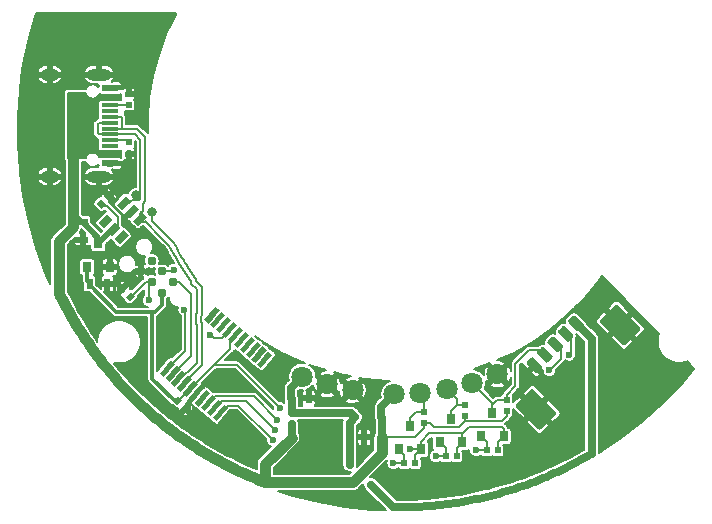
<source format=gbl>
G04 #@! TF.GenerationSoftware,KiCad,Pcbnew,5.1.5+dfsg1-2build2*
G04 #@! TF.CreationDate,2020-08-20T20:04:08+02:00*
G04 #@! TF.ProjectId,lensmount-v1,6c656e73-6d6f-4756-9e74-2d76312e6b69,rev?*
G04 #@! TF.SameCoordinates,Original*
G04 #@! TF.FileFunction,Copper,L2,Bot*
G04 #@! TF.FilePolarity,Positive*
%FSLAX46Y46*%
G04 Gerber Fmt 4.6, Leading zero omitted, Abs format (unit mm)*
G04 Created by KiCad (PCBNEW 5.1.5+dfsg1-2build2) date 2020-08-20 20:04:08*
%MOMM*%
%LPD*%
G04 APERTURE LIST*
%ADD10C,0.100000*%
%ADD11R,0.800000X0.900000*%
%ADD12R,0.600000X0.500000*%
%ADD13R,0.500000X0.600000*%
%ADD14C,0.784860*%
%ADD15R,0.500000X0.500000*%
%ADD16R,0.600000X0.900000*%
%ADD17R,0.900000X0.600000*%
%ADD18R,1.450000X0.600000*%
%ADD19O,2.100000X1.000000*%
%ADD20O,1.600000X1.000000*%
%ADD21R,1.450000X0.300000*%
%ADD22C,1.800000*%
%ADD23C,0.600000*%
%ADD24C,0.800000*%
%ADD25C,0.700000*%
%ADD26C,0.200000*%
%ADD27C,0.300000*%
%ADD28C,0.500000*%
%ADD29C,0.900000*%
%ADD30C,0.154000*%
G04 APERTURE END LIST*
G04 #@! TA.AperFunction,SMDPad,CuDef*
D10*
G36*
X76067140Y-107773241D02*
G01*
X76526759Y-108232860D01*
X75777226Y-108982393D01*
X75317607Y-108522774D01*
X76067140Y-107773241D01*
G37*
G04 #@! TD.AperFunction*
G04 #@! TA.AperFunction,SMDPad,CuDef*
G36*
X75395388Y-107101490D02*
G01*
X75855007Y-107561109D01*
X75105474Y-108310642D01*
X74645855Y-107851023D01*
X75395388Y-107101490D01*
G37*
G04 #@! TD.AperFunction*
G04 #@! TA.AperFunction,SMDPad,CuDef*
G36*
X76738891Y-108444993D02*
G01*
X77198510Y-108904612D01*
X76448977Y-109654145D01*
X75989358Y-109194526D01*
X76738891Y-108444993D01*
G37*
G04 #@! TD.AperFunction*
G04 #@! TA.AperFunction,SMDPad,CuDef*
G36*
X78294526Y-106889358D02*
G01*
X78754145Y-107348977D01*
X78004612Y-108098510D01*
X77544993Y-107638891D01*
X78294526Y-106889358D01*
G37*
G04 #@! TD.AperFunction*
G04 #@! TA.AperFunction,SMDPad,CuDef*
G36*
X77622774Y-106217607D02*
G01*
X78082393Y-106677226D01*
X77332860Y-107426759D01*
X76873241Y-106967140D01*
X77622774Y-106217607D01*
G37*
G04 #@! TD.AperFunction*
G04 #@! TA.AperFunction,SMDPad,CuDef*
G36*
X76951023Y-105545855D02*
G01*
X77410642Y-106005474D01*
X76661109Y-106755007D01*
X76201490Y-106295388D01*
X76951023Y-105545855D01*
G37*
G04 #@! TD.AperFunction*
D11*
X74646447Y-109570711D03*
X73696447Y-111570711D03*
X75596447Y-111570711D03*
D12*
X91000000Y-124870000D03*
X91000000Y-123930000D03*
X109200000Y-122830000D03*
X109200000Y-123770000D03*
X102200000Y-123830000D03*
X102200000Y-124770000D03*
X105700000Y-123230000D03*
X105700000Y-124170000D03*
D13*
X107530000Y-127100000D03*
X108470000Y-127100000D03*
X100530000Y-128200000D03*
X101470000Y-128200000D03*
X104030000Y-127600000D03*
X104970000Y-127600000D03*
D12*
X77200000Y-97870000D03*
X77200000Y-96930000D03*
X77200000Y-101030000D03*
X77200000Y-101970000D03*
D11*
X108000000Y-123900000D03*
X107050000Y-125900000D03*
X108950000Y-125900000D03*
X101000000Y-125000000D03*
X100050000Y-127000000D03*
X101950000Y-127000000D03*
X104500000Y-124400000D03*
X103550000Y-126400000D03*
X105450000Y-126400000D03*
D14*
X79150987Y-111052962D03*
X78252962Y-111950987D03*
X80049013Y-111950987D03*
X79150987Y-112849013D03*
X80947038Y-112849013D03*
X80049013Y-113747038D03*
G04 #@! TA.AperFunction,SMDPad,CuDef*
D10*
G36*
X111396077Y-121933184D02*
G01*
X111420346Y-121936784D01*
X111444144Y-121942745D01*
X111467244Y-121951010D01*
X111489422Y-121961500D01*
X111510466Y-121974113D01*
X111530171Y-121988727D01*
X111548350Y-122005203D01*
X113316117Y-123772970D01*
X113332593Y-123791149D01*
X113347207Y-123810854D01*
X113359820Y-123831898D01*
X113370310Y-123854076D01*
X113378575Y-123877176D01*
X113384536Y-123900974D01*
X113388136Y-123925243D01*
X113389340Y-123949747D01*
X113388136Y-123974251D01*
X113384536Y-123998520D01*
X113378575Y-124022318D01*
X113370310Y-124045418D01*
X113359820Y-124067596D01*
X113347207Y-124088640D01*
X113332593Y-124108345D01*
X113316117Y-124126524D01*
X112184746Y-125257895D01*
X112166567Y-125274371D01*
X112146862Y-125288985D01*
X112125818Y-125301598D01*
X112103640Y-125312088D01*
X112080540Y-125320353D01*
X112056742Y-125326314D01*
X112032473Y-125329914D01*
X112007969Y-125331118D01*
X111983465Y-125329914D01*
X111959196Y-125326314D01*
X111935398Y-125320353D01*
X111912298Y-125312088D01*
X111890120Y-125301598D01*
X111869076Y-125288985D01*
X111849371Y-125274371D01*
X111831192Y-125257895D01*
X110063425Y-123490128D01*
X110046949Y-123471949D01*
X110032335Y-123452244D01*
X110019722Y-123431200D01*
X110009232Y-123409022D01*
X110000967Y-123385922D01*
X109995006Y-123362124D01*
X109991406Y-123337855D01*
X109990202Y-123313351D01*
X109991406Y-123288847D01*
X109995006Y-123264578D01*
X110000967Y-123240780D01*
X110009232Y-123217680D01*
X110019722Y-123195502D01*
X110032335Y-123174458D01*
X110046949Y-123154753D01*
X110063425Y-123136574D01*
X111194796Y-122005203D01*
X111212975Y-121988727D01*
X111232680Y-121974113D01*
X111253724Y-121961500D01*
X111275902Y-121951010D01*
X111299002Y-121942745D01*
X111322800Y-121936784D01*
X111347069Y-121933184D01*
X111371573Y-121931980D01*
X111396077Y-121933184D01*
G37*
G04 #@! TD.AperFunction*
G04 #@! TA.AperFunction,SMDPad,CuDef*
G36*
X118537855Y-114791406D02*
G01*
X118562124Y-114795006D01*
X118585922Y-114800967D01*
X118609022Y-114809232D01*
X118631200Y-114819722D01*
X118652244Y-114832335D01*
X118671949Y-114846949D01*
X118690128Y-114863425D01*
X120457895Y-116631192D01*
X120474371Y-116649371D01*
X120488985Y-116669076D01*
X120501598Y-116690120D01*
X120512088Y-116712298D01*
X120520353Y-116735398D01*
X120526314Y-116759196D01*
X120529914Y-116783465D01*
X120531118Y-116807969D01*
X120529914Y-116832473D01*
X120526314Y-116856742D01*
X120520353Y-116880540D01*
X120512088Y-116903640D01*
X120501598Y-116925818D01*
X120488985Y-116946862D01*
X120474371Y-116966567D01*
X120457895Y-116984746D01*
X119326524Y-118116117D01*
X119308345Y-118132593D01*
X119288640Y-118147207D01*
X119267596Y-118159820D01*
X119245418Y-118170310D01*
X119222318Y-118178575D01*
X119198520Y-118184536D01*
X119174251Y-118188136D01*
X119149747Y-118189340D01*
X119125243Y-118188136D01*
X119100974Y-118184536D01*
X119077176Y-118178575D01*
X119054076Y-118170310D01*
X119031898Y-118159820D01*
X119010854Y-118147207D01*
X118991149Y-118132593D01*
X118972970Y-118116117D01*
X117205203Y-116348350D01*
X117188727Y-116330171D01*
X117174113Y-116310466D01*
X117161500Y-116289422D01*
X117151010Y-116267244D01*
X117142745Y-116244144D01*
X117136784Y-116220346D01*
X117133184Y-116196077D01*
X117131980Y-116171573D01*
X117133184Y-116147069D01*
X117136784Y-116122800D01*
X117142745Y-116099002D01*
X117151010Y-116075902D01*
X117161500Y-116053724D01*
X117174113Y-116032680D01*
X117188727Y-116012975D01*
X117205203Y-115994796D01*
X118336574Y-114863425D01*
X118354753Y-114846949D01*
X118374458Y-114832335D01*
X118395502Y-114819722D01*
X118417680Y-114809232D01*
X118440780Y-114800967D01*
X118464578Y-114795006D01*
X118488847Y-114791406D01*
X118513351Y-114790202D01*
X118537855Y-114791406D01*
G37*
G04 #@! TD.AperFunction*
G04 #@! TA.AperFunction,SMDPad,CuDef*
G36*
X111391176Y-119225227D02*
G01*
X111410591Y-119228107D01*
X111429630Y-119232876D01*
X111448110Y-119239488D01*
X111465852Y-119247880D01*
X111482687Y-119257970D01*
X111498452Y-119269662D01*
X111512994Y-119282843D01*
X112149390Y-119919239D01*
X112162571Y-119933781D01*
X112174263Y-119949546D01*
X112184353Y-119966381D01*
X112192745Y-119984123D01*
X112199357Y-120002603D01*
X112204126Y-120021642D01*
X112207006Y-120041057D01*
X112207969Y-120060660D01*
X112207006Y-120080263D01*
X112204126Y-120099678D01*
X112199357Y-120118717D01*
X112192745Y-120137197D01*
X112184353Y-120154939D01*
X112174263Y-120171774D01*
X112162571Y-120187539D01*
X112149390Y-120202081D01*
X111866548Y-120484923D01*
X111852006Y-120498104D01*
X111836241Y-120509796D01*
X111819406Y-120519886D01*
X111801664Y-120528278D01*
X111783184Y-120534890D01*
X111764145Y-120539659D01*
X111744730Y-120542539D01*
X111725127Y-120543502D01*
X111705524Y-120542539D01*
X111686109Y-120539659D01*
X111667070Y-120534890D01*
X111648590Y-120528278D01*
X111630848Y-120519886D01*
X111614013Y-120509796D01*
X111598248Y-120498104D01*
X111583706Y-120484923D01*
X110947310Y-119848527D01*
X110934129Y-119833985D01*
X110922437Y-119818220D01*
X110912347Y-119801385D01*
X110903955Y-119783643D01*
X110897343Y-119765163D01*
X110892574Y-119746124D01*
X110889694Y-119726709D01*
X110888731Y-119707106D01*
X110889694Y-119687503D01*
X110892574Y-119668088D01*
X110897343Y-119649049D01*
X110903955Y-119630569D01*
X110912347Y-119612827D01*
X110922437Y-119595992D01*
X110934129Y-119580227D01*
X110947310Y-119565685D01*
X111230152Y-119282843D01*
X111244694Y-119269662D01*
X111260459Y-119257970D01*
X111277294Y-119247880D01*
X111295036Y-119239488D01*
X111313516Y-119232876D01*
X111332555Y-119228107D01*
X111351970Y-119225227D01*
X111371573Y-119224264D01*
X111391176Y-119225227D01*
G37*
G04 #@! TD.AperFunction*
G04 #@! TA.AperFunction,SMDPad,CuDef*
G36*
X112275059Y-118341344D02*
G01*
X112294474Y-118344224D01*
X112313513Y-118348993D01*
X112331993Y-118355605D01*
X112349735Y-118363997D01*
X112366570Y-118374087D01*
X112382335Y-118385779D01*
X112396877Y-118398960D01*
X113033273Y-119035356D01*
X113046454Y-119049898D01*
X113058146Y-119065663D01*
X113068236Y-119082498D01*
X113076628Y-119100240D01*
X113083240Y-119118720D01*
X113088009Y-119137759D01*
X113090889Y-119157174D01*
X113091852Y-119176777D01*
X113090889Y-119196380D01*
X113088009Y-119215795D01*
X113083240Y-119234834D01*
X113076628Y-119253314D01*
X113068236Y-119271056D01*
X113058146Y-119287891D01*
X113046454Y-119303656D01*
X113033273Y-119318198D01*
X112750431Y-119601040D01*
X112735889Y-119614221D01*
X112720124Y-119625913D01*
X112703289Y-119636003D01*
X112685547Y-119644395D01*
X112667067Y-119651007D01*
X112648028Y-119655776D01*
X112628613Y-119658656D01*
X112609010Y-119659619D01*
X112589407Y-119658656D01*
X112569992Y-119655776D01*
X112550953Y-119651007D01*
X112532473Y-119644395D01*
X112514731Y-119636003D01*
X112497896Y-119625913D01*
X112482131Y-119614221D01*
X112467589Y-119601040D01*
X111831193Y-118964644D01*
X111818012Y-118950102D01*
X111806320Y-118934337D01*
X111796230Y-118917502D01*
X111787838Y-118899760D01*
X111781226Y-118881280D01*
X111776457Y-118862241D01*
X111773577Y-118842826D01*
X111772614Y-118823223D01*
X111773577Y-118803620D01*
X111776457Y-118784205D01*
X111781226Y-118765166D01*
X111787838Y-118746686D01*
X111796230Y-118728944D01*
X111806320Y-118712109D01*
X111818012Y-118696344D01*
X111831193Y-118681802D01*
X112114035Y-118398960D01*
X112128577Y-118385779D01*
X112144342Y-118374087D01*
X112161177Y-118363997D01*
X112178919Y-118355605D01*
X112197399Y-118348993D01*
X112216438Y-118344224D01*
X112235853Y-118341344D01*
X112255456Y-118340381D01*
X112275059Y-118341344D01*
G37*
G04 #@! TD.AperFunction*
G04 #@! TA.AperFunction,SMDPad,CuDef*
G36*
X113158943Y-117457461D02*
G01*
X113178358Y-117460341D01*
X113197397Y-117465110D01*
X113215877Y-117471722D01*
X113233619Y-117480114D01*
X113250454Y-117490204D01*
X113266219Y-117501896D01*
X113280761Y-117515077D01*
X113917157Y-118151473D01*
X113930338Y-118166015D01*
X113942030Y-118181780D01*
X113952120Y-118198615D01*
X113960512Y-118216357D01*
X113967124Y-118234837D01*
X113971893Y-118253876D01*
X113974773Y-118273291D01*
X113975736Y-118292894D01*
X113974773Y-118312497D01*
X113971893Y-118331912D01*
X113967124Y-118350951D01*
X113960512Y-118369431D01*
X113952120Y-118387173D01*
X113942030Y-118404008D01*
X113930338Y-118419773D01*
X113917157Y-118434315D01*
X113634315Y-118717157D01*
X113619773Y-118730338D01*
X113604008Y-118742030D01*
X113587173Y-118752120D01*
X113569431Y-118760512D01*
X113550951Y-118767124D01*
X113531912Y-118771893D01*
X113512497Y-118774773D01*
X113492894Y-118775736D01*
X113473291Y-118774773D01*
X113453876Y-118771893D01*
X113434837Y-118767124D01*
X113416357Y-118760512D01*
X113398615Y-118752120D01*
X113381780Y-118742030D01*
X113366015Y-118730338D01*
X113351473Y-118717157D01*
X112715077Y-118080761D01*
X112701896Y-118066219D01*
X112690204Y-118050454D01*
X112680114Y-118033619D01*
X112671722Y-118015877D01*
X112665110Y-117997397D01*
X112660341Y-117978358D01*
X112657461Y-117958943D01*
X112656498Y-117939340D01*
X112657461Y-117919737D01*
X112660341Y-117900322D01*
X112665110Y-117881283D01*
X112671722Y-117862803D01*
X112680114Y-117845061D01*
X112690204Y-117828226D01*
X112701896Y-117812461D01*
X112715077Y-117797919D01*
X112997919Y-117515077D01*
X113012461Y-117501896D01*
X113028226Y-117490204D01*
X113045061Y-117480114D01*
X113062803Y-117471722D01*
X113081283Y-117465110D01*
X113100322Y-117460341D01*
X113119737Y-117457461D01*
X113139340Y-117456498D01*
X113158943Y-117457461D01*
G37*
G04 #@! TD.AperFunction*
G04 #@! TA.AperFunction,SMDPad,CuDef*
G36*
X114042826Y-116573577D02*
G01*
X114062241Y-116576457D01*
X114081280Y-116581226D01*
X114099760Y-116587838D01*
X114117502Y-116596230D01*
X114134337Y-116606320D01*
X114150102Y-116618012D01*
X114164644Y-116631193D01*
X114801040Y-117267589D01*
X114814221Y-117282131D01*
X114825913Y-117297896D01*
X114836003Y-117314731D01*
X114844395Y-117332473D01*
X114851007Y-117350953D01*
X114855776Y-117369992D01*
X114858656Y-117389407D01*
X114859619Y-117409010D01*
X114858656Y-117428613D01*
X114855776Y-117448028D01*
X114851007Y-117467067D01*
X114844395Y-117485547D01*
X114836003Y-117503289D01*
X114825913Y-117520124D01*
X114814221Y-117535889D01*
X114801040Y-117550431D01*
X114518198Y-117833273D01*
X114503656Y-117846454D01*
X114487891Y-117858146D01*
X114471056Y-117868236D01*
X114453314Y-117876628D01*
X114434834Y-117883240D01*
X114415795Y-117888009D01*
X114396380Y-117890889D01*
X114376777Y-117891852D01*
X114357174Y-117890889D01*
X114337759Y-117888009D01*
X114318720Y-117883240D01*
X114300240Y-117876628D01*
X114282498Y-117868236D01*
X114265663Y-117858146D01*
X114249898Y-117846454D01*
X114235356Y-117833273D01*
X113598960Y-117196877D01*
X113585779Y-117182335D01*
X113574087Y-117166570D01*
X113563997Y-117149735D01*
X113555605Y-117131993D01*
X113548993Y-117113513D01*
X113544224Y-117094474D01*
X113541344Y-117075059D01*
X113540381Y-117055456D01*
X113541344Y-117035853D01*
X113544224Y-117016438D01*
X113548993Y-116997399D01*
X113555605Y-116978919D01*
X113563997Y-116961177D01*
X113574087Y-116944342D01*
X113585779Y-116928577D01*
X113598960Y-116914035D01*
X113881802Y-116631193D01*
X113896344Y-116618012D01*
X113912109Y-116606320D01*
X113928944Y-116596230D01*
X113946686Y-116587838D01*
X113965166Y-116581226D01*
X113984205Y-116576457D01*
X114003620Y-116573577D01*
X114023223Y-116572614D01*
X114042826Y-116573577D01*
G37*
G04 #@! TD.AperFunction*
G04 #@! TA.AperFunction,SMDPad,CuDef*
G36*
X114926709Y-115689694D02*
G01*
X114946124Y-115692574D01*
X114965163Y-115697343D01*
X114983643Y-115703955D01*
X115001385Y-115712347D01*
X115018220Y-115722437D01*
X115033985Y-115734129D01*
X115048527Y-115747310D01*
X115684923Y-116383706D01*
X115698104Y-116398248D01*
X115709796Y-116414013D01*
X115719886Y-116430848D01*
X115728278Y-116448590D01*
X115734890Y-116467070D01*
X115739659Y-116486109D01*
X115742539Y-116505524D01*
X115743502Y-116525127D01*
X115742539Y-116544730D01*
X115739659Y-116564145D01*
X115734890Y-116583184D01*
X115728278Y-116601664D01*
X115719886Y-116619406D01*
X115709796Y-116636241D01*
X115698104Y-116652006D01*
X115684923Y-116666548D01*
X115402081Y-116949390D01*
X115387539Y-116962571D01*
X115371774Y-116974263D01*
X115354939Y-116984353D01*
X115337197Y-116992745D01*
X115318717Y-116999357D01*
X115299678Y-117004126D01*
X115280263Y-117007006D01*
X115260660Y-117007969D01*
X115241057Y-117007006D01*
X115221642Y-117004126D01*
X115202603Y-116999357D01*
X115184123Y-116992745D01*
X115166381Y-116984353D01*
X115149546Y-116974263D01*
X115133781Y-116962571D01*
X115119239Y-116949390D01*
X114482843Y-116312994D01*
X114469662Y-116298452D01*
X114457970Y-116282687D01*
X114447880Y-116265852D01*
X114439488Y-116248110D01*
X114432876Y-116229630D01*
X114428107Y-116210591D01*
X114425227Y-116191176D01*
X114424264Y-116171573D01*
X114425227Y-116151970D01*
X114428107Y-116132555D01*
X114432876Y-116113516D01*
X114439488Y-116095036D01*
X114447880Y-116077294D01*
X114457970Y-116060459D01*
X114469662Y-116044694D01*
X114482843Y-116030152D01*
X114765685Y-115747310D01*
X114780227Y-115734129D01*
X114795992Y-115722437D01*
X114812827Y-115712347D01*
X114830569Y-115703955D01*
X114849049Y-115697343D01*
X114868088Y-115692574D01*
X114887503Y-115689694D01*
X114907106Y-115688731D01*
X114926709Y-115689694D01*
G37*
G04 #@! TD.AperFunction*
D15*
X96400000Y-124300000D03*
X98600000Y-124300000D03*
D16*
X97150000Y-126000000D03*
X98650000Y-126000000D03*
X92450000Y-122700000D03*
X90950000Y-122700000D03*
G04 #@! TA.AperFunction,SMDPad,CuDef*
D10*
G36*
X75567695Y-105956569D02*
G01*
X75143431Y-105532305D01*
X75496985Y-105178751D01*
X75921249Y-105603015D01*
X75567695Y-105956569D01*
G37*
G04 #@! TD.AperFunction*
G04 #@! TA.AperFunction,SMDPad,CuDef*
G36*
X74903015Y-106621249D02*
G01*
X74478751Y-106196985D01*
X74832305Y-105843431D01*
X75256569Y-106267695D01*
X74903015Y-106621249D01*
G37*
G04 #@! TD.AperFunction*
D16*
X75396447Y-112974874D03*
X73896447Y-112974874D03*
D17*
X73300000Y-109250000D03*
X73300000Y-107750000D03*
G04 #@! TA.AperFunction,SMDPad,CuDef*
D10*
G36*
X77056569Y-113382305D02*
G01*
X76632305Y-113806569D01*
X76278751Y-113453015D01*
X76703015Y-113028751D01*
X77056569Y-113382305D01*
G37*
G04 #@! TD.AperFunction*
G04 #@! TA.AperFunction,SMDPad,CuDef*
G36*
X77721249Y-114046985D02*
G01*
X77296985Y-114471249D01*
X76943431Y-114117695D01*
X77367695Y-113693431D01*
X77721249Y-114046985D01*
G37*
G04 #@! TD.AperFunction*
G04 #@! TA.AperFunction,SMDPad,CuDef*
G36*
X81643431Y-123567695D02*
G01*
X82067695Y-123143431D01*
X82421249Y-123496985D01*
X81996985Y-123921249D01*
X81643431Y-123567695D01*
G37*
G04 #@! TD.AperFunction*
G04 #@! TA.AperFunction,SMDPad,CuDef*
G36*
X80978751Y-122903015D02*
G01*
X81403015Y-122478751D01*
X81756569Y-122832305D01*
X81332305Y-123256569D01*
X80978751Y-122903015D01*
G37*
G04 #@! TD.AperFunction*
D18*
X75600000Y-102000000D03*
X75600000Y-97200000D03*
X75600000Y-96400000D03*
X75600000Y-102800000D03*
D19*
X74685000Y-103920000D03*
X74685000Y-95280000D03*
D20*
X70505000Y-103920000D03*
X70505000Y-95280000D03*
D18*
X75600000Y-96400000D03*
X75600000Y-97200000D03*
D21*
X75600000Y-97850000D03*
X75600000Y-98350000D03*
X75600000Y-98850000D03*
X75600000Y-99350000D03*
X75600000Y-99850000D03*
X75600000Y-100350000D03*
X75600000Y-100850000D03*
X75600000Y-101350000D03*
D18*
X75600000Y-102000000D03*
X75600000Y-102800000D03*
G04 #@! TA.AperFunction,SMDPad,CuDef*
D10*
G36*
X80756758Y-119479668D02*
G01*
X81101478Y-119768922D01*
X80169436Y-120879686D01*
X79824716Y-120590432D01*
X80756758Y-119479668D01*
G37*
G04 #@! TD.AperFunction*
G04 #@! TA.AperFunction,SMDPad,CuDef*
G36*
X81254686Y-119897480D02*
G01*
X81599406Y-120186734D01*
X80667364Y-121297498D01*
X80322644Y-121008244D01*
X81254686Y-119897480D01*
G37*
G04 #@! TD.AperFunction*
G04 #@! TA.AperFunction,SMDPad,CuDef*
G36*
X81752615Y-120315292D02*
G01*
X82097335Y-120604546D01*
X81165293Y-121715310D01*
X80820573Y-121426056D01*
X81752615Y-120315292D01*
G37*
G04 #@! TD.AperFunction*
G04 #@! TA.AperFunction,SMDPad,CuDef*
G36*
X82250544Y-120733104D02*
G01*
X82595264Y-121022358D01*
X81663222Y-122133122D01*
X81318502Y-121843868D01*
X82250544Y-120733104D01*
G37*
G04 #@! TD.AperFunction*
G04 #@! TA.AperFunction,SMDPad,CuDef*
G36*
X82748473Y-121150916D02*
G01*
X83093193Y-121440170D01*
X82161151Y-122550934D01*
X81816431Y-122261680D01*
X82748473Y-121150916D01*
G37*
G04 #@! TD.AperFunction*
G04 #@! TA.AperFunction,SMDPad,CuDef*
G36*
X83246402Y-121568728D02*
G01*
X83591122Y-121857982D01*
X82659080Y-122968746D01*
X82314360Y-122679492D01*
X83246402Y-121568728D01*
G37*
G04 #@! TD.AperFunction*
G04 #@! TA.AperFunction,SMDPad,CuDef*
G36*
X83744331Y-121986540D02*
G01*
X84089051Y-122275794D01*
X83157009Y-123386558D01*
X82812289Y-123097304D01*
X83744331Y-121986540D01*
G37*
G04 #@! TD.AperFunction*
G04 #@! TA.AperFunction,SMDPad,CuDef*
G36*
X84242260Y-122404352D02*
G01*
X84586980Y-122693606D01*
X83654938Y-123804370D01*
X83310218Y-123515116D01*
X84242260Y-122404352D01*
G37*
G04 #@! TD.AperFunction*
G04 #@! TA.AperFunction,SMDPad,CuDef*
G36*
X84740189Y-122822164D02*
G01*
X85084909Y-123111418D01*
X84152867Y-124222182D01*
X83808147Y-123932928D01*
X84740189Y-122822164D01*
G37*
G04 #@! TD.AperFunction*
G04 #@! TA.AperFunction,SMDPad,CuDef*
G36*
X85238118Y-123239976D02*
G01*
X85582838Y-123529230D01*
X84650796Y-124639994D01*
X84306076Y-124350740D01*
X85238118Y-123239976D01*
G37*
G04 #@! TD.AperFunction*
G04 #@! TA.AperFunction,SMDPad,CuDef*
G36*
X89030564Y-118720314D02*
G01*
X89375284Y-119009568D01*
X88443242Y-120120332D01*
X88098522Y-119831078D01*
X89030564Y-118720314D01*
G37*
G04 #@! TD.AperFunction*
G04 #@! TA.AperFunction,SMDPad,CuDef*
G36*
X88532636Y-118302502D02*
G01*
X88877356Y-118591756D01*
X87945314Y-119702520D01*
X87600594Y-119413266D01*
X88532636Y-118302502D01*
G37*
G04 #@! TD.AperFunction*
G04 #@! TA.AperFunction,SMDPad,CuDef*
G36*
X88034707Y-117884690D02*
G01*
X88379427Y-118173944D01*
X87447385Y-119284708D01*
X87102665Y-118995454D01*
X88034707Y-117884690D01*
G37*
G04 #@! TD.AperFunction*
G04 #@! TA.AperFunction,SMDPad,CuDef*
G36*
X87536778Y-117466878D02*
G01*
X87881498Y-117756132D01*
X86949456Y-118866896D01*
X86604736Y-118577642D01*
X87536778Y-117466878D01*
G37*
G04 #@! TD.AperFunction*
G04 #@! TA.AperFunction,SMDPad,CuDef*
G36*
X87038849Y-117049066D02*
G01*
X87383569Y-117338320D01*
X86451527Y-118449084D01*
X86106807Y-118159830D01*
X87038849Y-117049066D01*
G37*
G04 #@! TD.AperFunction*
G04 #@! TA.AperFunction,SMDPad,CuDef*
G36*
X86540920Y-116631254D02*
G01*
X86885640Y-116920508D01*
X85953598Y-118031272D01*
X85608878Y-117742018D01*
X86540920Y-116631254D01*
G37*
G04 #@! TD.AperFunction*
G04 #@! TA.AperFunction,SMDPad,CuDef*
G36*
X86042991Y-116213442D02*
G01*
X86387711Y-116502696D01*
X85455669Y-117613460D01*
X85110949Y-117324206D01*
X86042991Y-116213442D01*
G37*
G04 #@! TD.AperFunction*
G04 #@! TA.AperFunction,SMDPad,CuDef*
G36*
X85545062Y-115795630D02*
G01*
X85889782Y-116084884D01*
X84957740Y-117195648D01*
X84613020Y-116906394D01*
X85545062Y-115795630D01*
G37*
G04 #@! TD.AperFunction*
G04 #@! TA.AperFunction,SMDPad,CuDef*
G36*
X85047133Y-115377818D02*
G01*
X85391853Y-115667072D01*
X84459811Y-116777836D01*
X84115091Y-116488582D01*
X85047133Y-115377818D01*
G37*
G04 #@! TD.AperFunction*
G04 #@! TA.AperFunction,SMDPad,CuDef*
G36*
X84549204Y-114960006D02*
G01*
X84893924Y-115249260D01*
X83961882Y-116360024D01*
X83617162Y-116070770D01*
X84549204Y-114960006D01*
G37*
G04 #@! TD.AperFunction*
D22*
X101900000Y-122200000D03*
X104125000Y-121875000D03*
X99700000Y-122325000D03*
X106275000Y-121400000D03*
X96175000Y-122000000D03*
X108425000Y-120650000D03*
X94000000Y-121500000D03*
X91900000Y-120850000D03*
D23*
X95900000Y-127400000D03*
X95900000Y-128300000D03*
X97700000Y-130000000D03*
X98300000Y-130600000D03*
X72500000Y-110000000D03*
X72500000Y-111000000D03*
X72500000Y-112000000D03*
X75750000Y-110250000D03*
X75750000Y-114000000D03*
X76500000Y-114750000D03*
X78000000Y-110750000D03*
X78500000Y-108500000D03*
X77750000Y-99000000D03*
X71250000Y-107750000D03*
X70000000Y-109500000D03*
X77750000Y-116250000D03*
X78500000Y-117250000D03*
X80000000Y-116500000D03*
X81250000Y-115750000D03*
X81000000Y-117750000D03*
X80000000Y-119000000D03*
X77250000Y-120000000D03*
X74500000Y-116500000D03*
X83000000Y-124250000D03*
X81250000Y-124250000D03*
X84750000Y-121750000D03*
X86000000Y-119250000D03*
X87250000Y-121750000D03*
X88750000Y-121250000D03*
X90000000Y-122500000D03*
X86250000Y-124250000D03*
X87500000Y-125250000D03*
X88500000Y-126750000D03*
X87500000Y-128000000D03*
X84750000Y-126500000D03*
X90000000Y-128750000D03*
X92000000Y-126750000D03*
X95000000Y-126750000D03*
X95000000Y-128750000D03*
X92750000Y-128750000D03*
X97000000Y-130750000D03*
X94250000Y-131000000D03*
X98250000Y-129250000D03*
X100000000Y-130750000D03*
X99750000Y-129500000D03*
X101750000Y-130750000D03*
X105000000Y-130000000D03*
X107000000Y-128250000D03*
X109500000Y-129250000D03*
X110750000Y-125750000D03*
X113000000Y-127750000D03*
X115250000Y-126500000D03*
X115250000Y-123500000D03*
X111000000Y-121000000D03*
X113250000Y-122250000D03*
X114250000Y-121250000D03*
X115250000Y-120000000D03*
X117500000Y-125750000D03*
X117500000Y-121250000D03*
X117500000Y-118250000D03*
X101000000Y-127000000D03*
X90000000Y-123500000D03*
X84100000Y-117300000D03*
X78900000Y-114400000D03*
X114500000Y-119000000D03*
X112825728Y-120325728D03*
D24*
X79176849Y-106923151D03*
X77800000Y-105500000D03*
D23*
X81000000Y-111800000D03*
X81900000Y-115200000D03*
X103200000Y-127600000D03*
X89800000Y-124500000D03*
X99600000Y-128200000D03*
X89600000Y-125400000D03*
X106600000Y-127100000D03*
X89400000Y-126200000D03*
D25*
X91000000Y-122750000D02*
X90950000Y-122700000D01*
X91000000Y-123930000D02*
X91000000Y-122750000D01*
X90950000Y-121800000D02*
X91900000Y-120850000D01*
X90950000Y-122700000D02*
X90950000Y-121800000D01*
X95900000Y-124800000D02*
X95900000Y-127400000D01*
X96400000Y-124300000D02*
X95900000Y-124800000D01*
X95900000Y-128300000D02*
X95900000Y-127400000D01*
X116064731Y-127588564D02*
X116369865Y-127408610D01*
X115757456Y-127765212D02*
X116064731Y-127588564D01*
X115137126Y-128108217D02*
X115448234Y-127938442D01*
X113874555Y-128752411D02*
X114192732Y-128596692D01*
X112909376Y-129198500D02*
X113232819Y-129053346D01*
X112584545Y-129339968D02*
X112909376Y-129198500D01*
X113554472Y-128904683D02*
X113874555Y-128752411D01*
X112258137Y-129477830D02*
X112584545Y-129339968D01*
X116400000Y-127390385D02*
X116400000Y-117664467D01*
X111929985Y-129612158D02*
X112258137Y-129477830D01*
X116369865Y-127408610D02*
X116400000Y-127390385D01*
X111600652Y-129742719D02*
X111929985Y-129612158D01*
X110937430Y-129992951D02*
X111269706Y-129869686D01*
X110603865Y-130112497D02*
X110937430Y-129992951D01*
X115448234Y-127938442D02*
X115757456Y-127765212D01*
X110268929Y-130228356D02*
X110603865Y-130112497D01*
X111269706Y-129869686D02*
X111600652Y-129742719D01*
X109932703Y-130340498D02*
X110268929Y-130228356D01*
X109595310Y-130448883D02*
X109932703Y-130340498D01*
X114509435Y-128437311D02*
X114824242Y-128274481D01*
X109256672Y-130553534D02*
X109595310Y-130448883D01*
X103007839Y-131782973D02*
X103360536Y-131747618D01*
X103360536Y-131747618D02*
X103712696Y-131708364D01*
X102301554Y-131841911D02*
X102654938Y-131814396D01*
X101947998Y-131865495D02*
X102301554Y-131841911D01*
X116400000Y-117664467D02*
X115083883Y-116348350D01*
X105116547Y-131512306D02*
X105466140Y-131453549D01*
X100885811Y-131912689D02*
X101240032Y-131900890D01*
X113232819Y-129053346D02*
X113554472Y-128904683D01*
X99822802Y-131924489D02*
X100177213Y-131924489D01*
X100531476Y-131920557D02*
X100885811Y-131912689D01*
X101594120Y-131885157D02*
X101947998Y-131865495D01*
X104766365Y-131567171D02*
X105116547Y-131512306D01*
X100177213Y-131924489D02*
X100531476Y-131920557D01*
X104064511Y-131665189D02*
X104415778Y-131618118D01*
X108234280Y-130844790D02*
X108576115Y-130751500D01*
X105814940Y-131390938D02*
X106163011Y-131324459D01*
X99622263Y-131922263D02*
X99822802Y-131924489D01*
X103712696Y-131708364D02*
X104064511Y-131665189D01*
X102654938Y-131814396D02*
X103007839Y-131782973D01*
X105466140Y-131453549D02*
X105814940Y-131390938D01*
X104415778Y-131618118D02*
X104766365Y-131567171D01*
X101240032Y-131900890D02*
X101594120Y-131885157D01*
X106163011Y-131324459D02*
X106510317Y-131254123D01*
X106510317Y-131254123D02*
X106856947Y-131179909D01*
X106856947Y-131179909D02*
X107202640Y-131101872D01*
X107547426Y-131020007D02*
X107891270Y-130934322D01*
X114824242Y-128274481D02*
X115137126Y-128108217D01*
X107202640Y-131101872D02*
X107547426Y-131020007D01*
X97700000Y-130000000D02*
X99622263Y-131922263D01*
X107891270Y-130934322D02*
X108234280Y-130844790D01*
X108576115Y-130751500D02*
X108916919Y-130654413D01*
X114192732Y-128596692D02*
X114509435Y-128437311D01*
X108916919Y-130654413D02*
X109256672Y-130553534D01*
X91000000Y-123930000D02*
X96030000Y-123930000D01*
X96030000Y-123930000D02*
X96400000Y-124300000D01*
D26*
X82032340Y-123189138D02*
X82952741Y-122268737D01*
X82032340Y-123532340D02*
X82032340Y-123189138D01*
X75532340Y-105921214D02*
X75532340Y-105567660D01*
X77103051Y-107196949D02*
X76678770Y-107196949D01*
X77477817Y-106822183D02*
X77103051Y-107196949D01*
X76678770Y-107196949D02*
X75532340Y-106050519D01*
X75532340Y-106050519D02*
X75532340Y-105921214D01*
X77180000Y-97850000D02*
X77200000Y-97870000D01*
X75600000Y-97850000D02*
X77180000Y-97850000D01*
X77020000Y-100850000D02*
X77200000Y-101030000D01*
X75600000Y-100850000D02*
X77020000Y-100850000D01*
X85806797Y-117771725D02*
X85806797Y-118498940D01*
X86247259Y-117331263D02*
X85806797Y-117771725D01*
X81438077Y-122867660D02*
X82454812Y-121850925D01*
X81367660Y-122867660D02*
X81438077Y-122867660D01*
D27*
X73696447Y-112774874D02*
X73896447Y-112974874D01*
X73696447Y-111570711D02*
X73696447Y-112774874D01*
X80049013Y-114750987D02*
X80049013Y-113747038D01*
X79400000Y-115400000D02*
X80049013Y-114750987D01*
X73896447Y-113124874D02*
X76171573Y-115400000D01*
X73896447Y-112974874D02*
X73896447Y-113124874D01*
X81014106Y-122867660D02*
X79200000Y-121053554D01*
X81367660Y-122867660D02*
X81014106Y-122867660D01*
X79200000Y-115400000D02*
X79400000Y-115400000D01*
X79200000Y-121053554D02*
X79200000Y-115400000D01*
X76171573Y-115400000D02*
X79200000Y-115400000D01*
D26*
X106050001Y-125149999D02*
X105450000Y-125750000D01*
X108849999Y-125149999D02*
X106050001Y-125149999D01*
X108950000Y-125250000D02*
X108849999Y-125149999D01*
X108950000Y-125900000D02*
X108950000Y-125250000D01*
X101950000Y-126350000D02*
X101950000Y-127000000D01*
X102650001Y-125649999D02*
X101950000Y-126350000D01*
X105349999Y-125649999D02*
X102650001Y-125649999D01*
X105450000Y-125750000D02*
X105349999Y-125649999D01*
X105450000Y-126400000D02*
X105450000Y-125750000D01*
X101470000Y-127480000D02*
X101950000Y-127000000D01*
X101470000Y-128200000D02*
X101470000Y-127480000D01*
X104970000Y-126880000D02*
X105450000Y-126400000D01*
X104970000Y-127600000D02*
X104970000Y-126880000D01*
X108470000Y-126380000D02*
X108950000Y-125900000D01*
X108470000Y-127100000D02*
X108470000Y-126380000D01*
X101950000Y-127000000D02*
X101000000Y-127000000D01*
X84600001Y-119850001D02*
X84500000Y-119750000D01*
X84500000Y-119750000D02*
X82454812Y-121850925D01*
X86350001Y-119850001D02*
X84600001Y-119850001D01*
X90000000Y-123500000D02*
X86350001Y-119850001D01*
X85806797Y-118498940D02*
X84500000Y-119750000D01*
X85749330Y-116913451D02*
X85062782Y-117599999D01*
X85062782Y-117599999D02*
X84399999Y-117599999D01*
X84399999Y-117599999D02*
X84100000Y-117300000D01*
X78900000Y-113100000D02*
X79150987Y-112849013D01*
X78900000Y-114400000D02*
X78900000Y-113100000D01*
X78650987Y-112849013D02*
X77500000Y-114000000D01*
X79150987Y-112849013D02*
X78650987Y-112849013D01*
D28*
X75839341Y-108377817D02*
X74646447Y-109570711D01*
X75922183Y-108377817D02*
X75839341Y-108377817D01*
X74646447Y-109096447D02*
X73300000Y-107750000D01*
X74646447Y-109570711D02*
X74646447Y-109096447D01*
X73150000Y-107750000D02*
X72500000Y-107100000D01*
X73300000Y-107750000D02*
X73150000Y-107750000D01*
D26*
X75922183Y-108377817D02*
X76296949Y-108003051D01*
X76296949Y-108003051D02*
X76296949Y-107380828D01*
X76296949Y-107380828D02*
X75360593Y-106444472D01*
X75360593Y-106444472D02*
X75079792Y-106444472D01*
X75079792Y-106444472D02*
X74867660Y-106232340D01*
D28*
X72500000Y-107100000D02*
X72500000Y-101900000D01*
X72500000Y-101900000D02*
X72500000Y-101500000D01*
D29*
X98650000Y-127350000D02*
X98650000Y-126000000D01*
X88839689Y-129803609D02*
X96196391Y-129803609D01*
X88435681Y-129649550D02*
X88765569Y-129776112D01*
X85851640Y-128507074D02*
X86168908Y-128662349D01*
X84910174Y-128020109D02*
X85222232Y-128185934D01*
X74760496Y-119385478D02*
X74977253Y-119664473D01*
X77558901Y-122566046D02*
X77810750Y-122813737D01*
X74546794Y-119104023D02*
X74760496Y-119385478D01*
X74336372Y-118820405D02*
X74546794Y-119104023D01*
X74129051Y-118534385D02*
X74336372Y-118820405D01*
X85536049Y-128348252D02*
X85851640Y-128507074D01*
X80754926Y-125346725D02*
X81037443Y-125558772D01*
X86808676Y-128962359D02*
X87131005Y-129107014D01*
X76106670Y-121022325D02*
X76341557Y-121286321D01*
X73924866Y-118246006D02*
X74129051Y-118534385D01*
X78322735Y-123300763D02*
X78582714Y-123539950D01*
X81322305Y-125767675D02*
X81609513Y-125973434D01*
X86168908Y-128662349D02*
X86487950Y-128814125D01*
X72952737Y-116771254D02*
X73140647Y-117070576D01*
X78845324Y-123776230D02*
X79110541Y-124009579D01*
X88107287Y-129519362D02*
X88435681Y-129649550D01*
X71732485Y-114621116D02*
X71896483Y-114933912D01*
X88765569Y-129776112D02*
X88839689Y-129803609D01*
X74977253Y-119664473D02*
X75197126Y-119941084D01*
X72500000Y-108200000D02*
X71300000Y-109400000D01*
X71896483Y-114933912D02*
X72064046Y-115245059D01*
X87131005Y-129107014D02*
X87454874Y-129248062D01*
X76341557Y-121286321D02*
X76579301Y-121547627D01*
X75874852Y-120755882D02*
X76106670Y-121022325D01*
X71300000Y-109400000D02*
X71300000Y-113751941D01*
X87780398Y-129385551D02*
X88107287Y-129519362D01*
X76819927Y-121806274D02*
X77063476Y-122062303D01*
X79378402Y-124240029D02*
X79648772Y-124467466D01*
X84600276Y-127850994D02*
X84910174Y-128020109D01*
X82484598Y-126571414D02*
X82780618Y-126764197D01*
X72064046Y-115245059D02*
X72235009Y-115554248D01*
X71300000Y-113751941D02*
X71414859Y-113989967D01*
X81609513Y-125973434D02*
X81899053Y-126176040D01*
X79648772Y-124467466D02*
X79921559Y-124691811D01*
X72235009Y-115554248D02*
X72409378Y-115861493D01*
X83378994Y-127139850D02*
X83681322Y-127322702D01*
X73331800Y-117367686D02*
X73526212Y-117662614D01*
X78065343Y-123058624D02*
X78322735Y-123300763D01*
X71414859Y-113989967D02*
X71571891Y-114306362D01*
X85222232Y-128185934D02*
X85536049Y-128348252D01*
X77810750Y-122813737D02*
X78065343Y-123058624D01*
X83985684Y-127502200D02*
X84291905Y-127678241D01*
X86487950Y-128814125D02*
X86808676Y-128962359D01*
X72409378Y-115861493D02*
X72587112Y-116166725D01*
X75419956Y-120215113D02*
X75645922Y-120486782D01*
X73526212Y-117662614D02*
X73723915Y-117955410D01*
X79110541Y-124009579D02*
X79378402Y-124240029D01*
X71571891Y-114306362D02*
X71732485Y-114621116D01*
X96196391Y-129803609D02*
X98650000Y-127350000D01*
X84291905Y-127678241D02*
X84600276Y-127850994D01*
X72587112Y-116166725D02*
X72768298Y-116470090D01*
X75645922Y-120486782D02*
X75874852Y-120755882D01*
X73723915Y-117955410D02*
X73924866Y-118246006D01*
X87454874Y-129248062D02*
X87780398Y-129385551D01*
X73140647Y-117070576D02*
X73331800Y-117367686D01*
X76579301Y-121547627D02*
X76819927Y-121806274D01*
X77063476Y-122062303D02*
X77309727Y-122315485D01*
X72500000Y-101900000D02*
X72500000Y-108200000D01*
X77309727Y-122315485D02*
X77558901Y-122566046D01*
X75197126Y-119941084D02*
X75419956Y-120215113D01*
X78582714Y-123539950D02*
X78845324Y-123776230D01*
X82780618Y-126764197D02*
X83078824Y-126953722D01*
X82190678Y-126375319D02*
X82484598Y-126571414D01*
X80196964Y-124913232D02*
X80474739Y-125131525D01*
X83078824Y-126953722D02*
X83378994Y-127139850D01*
X80474739Y-125131525D02*
X80754926Y-125346725D01*
X72768298Y-116470090D02*
X72952737Y-116771254D01*
X81037443Y-125558772D02*
X81322305Y-125767675D01*
X79921559Y-124691811D02*
X80196964Y-124913232D01*
X81899053Y-126176040D02*
X82190678Y-126375319D01*
X83681322Y-127322702D02*
X83985684Y-127502200D01*
X88765569Y-128254431D02*
X88765569Y-129776112D01*
X91000000Y-126020000D02*
X88765569Y-128254431D01*
D25*
X91000000Y-126020000D02*
X91000000Y-124870000D01*
X98650000Y-124350000D02*
X98600000Y-124300000D01*
X98650000Y-126000000D02*
X98650000Y-124350000D01*
X98600000Y-123425000D02*
X99700000Y-122325000D01*
X98600000Y-124300000D02*
X98600000Y-123425000D01*
D26*
X105730001Y-124650001D02*
X105700000Y-124620000D01*
X108769999Y-124650001D02*
X105730001Y-124650001D01*
X109200000Y-124220000D02*
X108769999Y-124650001D01*
X109200000Y-123770000D02*
X109200000Y-124220000D01*
X102700000Y-124770000D02*
X102200000Y-124770000D01*
X103080001Y-125150001D02*
X102700000Y-124770000D01*
X105169999Y-125150001D02*
X103080001Y-125150001D01*
X105700000Y-124620000D02*
X105169999Y-125150001D01*
X105700000Y-124170000D02*
X105700000Y-124620000D01*
X99150000Y-126000000D02*
X98650000Y-126000000D01*
X101420000Y-126000000D02*
X99150000Y-126000000D01*
X102200000Y-125220000D02*
X101420000Y-126000000D01*
X102200000Y-124770000D02*
X102200000Y-125220000D01*
X101700000Y-123830000D02*
X102200000Y-123830000D01*
X101520000Y-123830000D02*
X101700000Y-123830000D01*
X101000000Y-124350000D02*
X101520000Y-123830000D01*
X101000000Y-125000000D02*
X101000000Y-124350000D01*
X102200000Y-122500000D02*
X101900000Y-122200000D01*
X102200000Y-123830000D02*
X102200000Y-122500000D01*
X114659619Y-118840381D02*
X114500000Y-119000000D01*
X114659619Y-117691852D02*
X114659619Y-118840381D01*
X114200000Y-117232233D02*
X114659619Y-117691852D01*
X105200000Y-123230000D02*
X105700000Y-123230000D01*
X105020000Y-123230000D02*
X105200000Y-123230000D01*
X104500000Y-123750000D02*
X105020000Y-123230000D01*
X104500000Y-124400000D02*
X104500000Y-123750000D01*
X104125000Y-121875000D02*
X105024999Y-122775001D01*
X105020000Y-122780000D02*
X105020000Y-123230000D01*
X105024999Y-122775001D02*
X105020000Y-122780000D01*
X113125727Y-120025729D02*
X112825728Y-120325728D01*
X113775736Y-118575736D02*
X113775736Y-119375720D01*
X113316117Y-118116117D02*
X113775736Y-118575736D01*
X113775736Y-119375720D02*
X113125727Y-120025729D01*
X108420000Y-122830000D02*
X108700000Y-122830000D01*
X108000000Y-123250000D02*
X108420000Y-122830000D01*
X108700000Y-122830000D02*
X109200000Y-122830000D01*
X108000000Y-123900000D02*
X108000000Y-123250000D01*
X108000000Y-123125000D02*
X106275000Y-121400000D01*
X108000000Y-123900000D02*
X108000000Y-123125000D01*
X112432233Y-119000000D02*
X112432233Y-119167767D01*
X109200000Y-122380000D02*
X109200000Y-122830000D01*
X112432233Y-119167767D02*
X112400000Y-119200000D01*
X112400000Y-119200000D02*
X112600000Y-119400000D01*
X112600000Y-119400000D02*
X112600000Y-119200000D01*
X112600000Y-119200000D02*
X112000000Y-118600000D01*
X111100000Y-118600000D02*
X109948030Y-119751970D01*
X112000000Y-118600000D02*
X111100000Y-118600000D01*
X109948030Y-119751970D02*
X109948030Y-121631970D01*
X109948030Y-121631970D02*
X109200000Y-122380000D01*
X76625001Y-98950001D02*
X76525000Y-98850000D01*
X76625001Y-99749999D02*
X76625001Y-98950001D01*
X76525000Y-99850000D02*
X76625001Y-99749999D01*
X76525000Y-98850000D02*
X75600000Y-98850000D01*
X75600000Y-99850000D02*
X76525000Y-99850000D01*
X76712501Y-99875000D02*
X77893200Y-99875000D01*
X76687501Y-99850000D02*
X76712501Y-99875000D01*
X75600000Y-99850000D02*
X76687501Y-99850000D01*
X77893200Y-99875000D02*
X78625000Y-100606800D01*
X78149569Y-107034329D02*
X78149569Y-107493934D01*
X78382403Y-106801495D02*
X78149569Y-107034329D01*
X78382403Y-106235796D02*
X78382403Y-106801495D01*
X78625000Y-105993199D02*
X78382403Y-106235796D01*
X78625000Y-100606800D02*
X78625000Y-105993199D01*
X81895630Y-111918249D02*
X82056170Y-112166337D01*
X81889517Y-111916843D02*
X81889527Y-111916846D01*
X81566645Y-111411057D02*
X81572714Y-111412624D01*
X81416543Y-111156522D02*
X81566645Y-111411057D01*
X81572714Y-111412624D02*
X81726333Y-111665068D01*
X79975000Y-109093200D02*
X80650525Y-109768734D01*
X81263921Y-110898265D02*
X81410493Y-111154863D01*
X82226260Y-112413498D02*
X82226273Y-112413501D01*
X82975000Y-116489271D02*
X82975000Y-119678985D01*
X82062299Y-112167650D02*
X82226260Y-112413498D01*
X81410505Y-111154874D02*
X81416543Y-111156522D01*
X81726333Y-111665068D02*
X81732420Y-111666550D01*
X81889532Y-111916854D02*
X81895630Y-111918249D01*
X80963508Y-110373658D02*
X80969482Y-110375558D01*
X81108896Y-110636114D02*
X81114893Y-110637931D01*
X82226280Y-112413512D02*
X82232413Y-112414738D01*
X81410500Y-111154865D02*
X81410505Y-111154874D01*
X81889527Y-111916846D02*
X81889532Y-111916854D01*
X78600000Y-107718200D02*
X79975000Y-109093200D01*
X78379378Y-107723743D02*
X78594457Y-107723743D01*
X78594457Y-107723743D02*
X78600000Y-107718200D01*
X82475000Y-112972171D02*
X82975000Y-113472171D01*
X78149569Y-107493934D02*
X78379378Y-107723743D01*
X81257898Y-110896531D02*
X81263921Y-110898265D01*
X82475000Y-112757521D02*
X82475000Y-112972171D01*
X82220891Y-120433094D02*
X82126274Y-120433094D01*
X82226273Y-112413501D02*
X82226280Y-112413512D01*
X81544067Y-121015301D02*
X81458954Y-121015301D01*
X82056170Y-112166337D02*
X82062299Y-112167650D01*
X80650525Y-109768734D02*
X80963508Y-110373658D01*
X82232413Y-112414738D02*
X82399755Y-112658284D01*
X81114893Y-110637931D02*
X81257898Y-110896531D01*
X80969482Y-110375558D02*
X81108896Y-110636114D01*
X82399755Y-112658284D02*
X82400698Y-112658459D01*
X82975000Y-115473547D02*
X82867161Y-115581386D01*
X81410493Y-111154863D02*
X81410500Y-111154865D01*
X82400698Y-112658459D02*
X82475000Y-112757521D01*
X82975000Y-113472171D02*
X82975000Y-115473547D01*
X82867161Y-115581386D02*
X82867161Y-116381432D01*
X81732420Y-111666550D02*
X81889517Y-111916843D01*
X82867161Y-116381432D02*
X82975000Y-116489271D01*
X82975000Y-119678985D02*
X82220891Y-120433094D01*
X82126274Y-120433094D02*
X81544067Y-121015301D01*
X74675000Y-100350000D02*
X75600000Y-100350000D01*
X74574999Y-100249999D02*
X74675000Y-100350000D01*
X74574999Y-99450001D02*
X74574999Y-100249999D01*
X74675000Y-99350000D02*
X74574999Y-99450001D01*
X75600000Y-99350000D02*
X74675000Y-99350000D01*
X76712501Y-100325000D02*
X77706800Y-100325000D01*
X76687501Y-100350000D02*
X76712501Y-100325000D01*
X75600000Y-100350000D02*
X76687501Y-100350000D01*
X77706800Y-100325000D02*
X78175000Y-100793200D01*
X78064204Y-105917597D02*
X77498505Y-105917597D01*
X78175000Y-100793200D02*
X78175000Y-105806801D01*
X77265671Y-106150431D02*
X76806066Y-106150431D01*
X77498505Y-105917597D02*
X77265671Y-106150431D01*
X77800000Y-105500000D02*
X78100000Y-105800000D01*
X78100000Y-105900000D02*
X78064204Y-105917597D01*
X78100000Y-105800000D02*
X78100000Y-105900000D01*
X78175000Y-105806801D02*
X78100000Y-105900000D01*
X83425000Y-115659930D02*
X83317152Y-115767778D01*
X82925000Y-112607527D02*
X82925000Y-112785771D01*
X82853730Y-112509411D02*
X82853358Y-112512012D01*
X82838857Y-112488999D02*
X82853730Y-112509411D01*
X82836266Y-112488555D02*
X82838857Y-112488999D01*
X83317152Y-115767778D02*
X83317152Y-116195040D01*
X82335267Y-111765931D02*
X82497211Y-112008753D01*
X81956883Y-121333500D02*
X81956883Y-121433113D01*
X82332697Y-111765380D02*
X82335267Y-111765931D01*
X82016402Y-111272540D02*
X82171565Y-111519751D01*
X82013849Y-111271918D02*
X82016402Y-111272540D01*
X82665079Y-112249828D02*
X82667664Y-112250308D01*
X81277521Y-110001328D02*
X81280026Y-110002125D01*
X82667664Y-112250308D02*
X82836266Y-112488555D01*
X79176849Y-106923151D02*
X79193200Y-106939502D01*
X83425000Y-116302888D02*
X83425000Y-119865383D01*
X81420240Y-110260236D02*
X81561486Y-110515654D01*
X81020878Y-109505297D02*
X81277521Y-110001328D01*
X82174127Y-111520337D02*
X82332697Y-111765380D01*
X81859577Y-111021925D02*
X81862122Y-111022582D01*
X83425000Y-119865383D02*
X81956883Y-121333500D01*
X83425000Y-113285771D02*
X83425000Y-115659930D01*
X82853358Y-112512012D02*
X82925000Y-112607527D01*
X82171565Y-111519751D02*
X82174127Y-111520337D01*
X82497211Y-112008753D02*
X82499789Y-112009268D01*
X82925000Y-112785771D02*
X83425000Y-113285771D01*
X81862122Y-111022582D02*
X82013849Y-111271918D01*
X82499789Y-112009268D02*
X82665079Y-112249828D01*
X80425000Y-108906800D02*
X81021509Y-109503313D01*
X79193200Y-106939502D02*
X79193200Y-107675000D01*
X83317152Y-116195040D02*
X83425000Y-116302888D01*
X81564012Y-110516382D02*
X81708780Y-110769821D01*
X81417725Y-110259474D02*
X81420240Y-110260236D01*
X79193200Y-107675000D02*
X80425000Y-108906800D01*
X81021509Y-109503313D02*
X81020878Y-109505297D01*
X81280026Y-110002125D02*
X81417725Y-110259474D01*
X81561486Y-110515654D02*
X81564012Y-110516382D01*
X81708780Y-110769821D02*
X81711316Y-110770513D01*
X81711316Y-110770513D02*
X81859577Y-111021925D01*
X80849013Y-111950987D02*
X81000000Y-111800000D01*
X80049013Y-111950987D02*
X80849013Y-111950987D01*
X82000000Y-115300000D02*
X81900000Y-115200000D01*
X82000000Y-118642774D02*
X82000000Y-115300000D01*
X80463097Y-120179677D02*
X82000000Y-118642774D01*
X82500001Y-113846997D02*
X81502017Y-112849013D01*
X82500001Y-115382847D02*
X82500001Y-113846997D01*
X82467151Y-115415697D02*
X82500001Y-115382847D01*
X82467151Y-119091363D02*
X82467151Y-115415697D01*
X80961025Y-120597489D02*
X82467151Y-119091363D01*
X81502017Y-112849013D02*
X80947038Y-112849013D01*
X104030000Y-126880000D02*
X103550000Y-126400000D01*
X104030000Y-127600000D02*
X104030000Y-126880000D01*
X104030000Y-127600000D02*
X103200000Y-127600000D01*
X89800000Y-124500000D02*
X87799978Y-122499978D01*
X87799978Y-122499978D02*
X84552982Y-122499978D01*
X84552982Y-122499978D02*
X83948599Y-123104361D01*
X100530000Y-127480000D02*
X100050000Y-127000000D01*
X100530000Y-128200000D02*
X100530000Y-127480000D01*
X100530000Y-128200000D02*
X99600000Y-128200000D01*
X89600000Y-125400000D02*
X87099989Y-122899989D01*
X85068712Y-122899989D02*
X84446528Y-123522173D01*
X87099989Y-122899989D02*
X85068712Y-122899989D01*
X107530000Y-126380000D02*
X107050000Y-125900000D01*
X107530000Y-127100000D02*
X107530000Y-126380000D01*
X107530000Y-127100000D02*
X106600000Y-127100000D01*
X86500000Y-123300000D02*
X85584442Y-123300000D01*
X89400000Y-126200000D02*
X86500000Y-123300000D01*
X85584442Y-123300000D02*
X84944457Y-123939985D01*
D30*
G36*
X73576134Y-96885597D02*
G01*
X73621514Y-96995154D01*
X73687396Y-97093753D01*
X73771247Y-97177604D01*
X73869846Y-97243486D01*
X73979403Y-97288866D01*
X74095708Y-97312000D01*
X74214292Y-97312000D01*
X74330597Y-97288866D01*
X74440154Y-97243486D01*
X74538753Y-97177604D01*
X74622604Y-97093753D01*
X74688486Y-96995154D01*
X74716272Y-96928073D01*
X74720363Y-96931431D01*
X74768484Y-96957153D01*
X74820699Y-96972992D01*
X74875000Y-96978340D01*
X76325000Y-96978340D01*
X76379301Y-96972992D01*
X76431516Y-96957153D01*
X76479637Y-96931431D01*
X76521816Y-96896816D01*
X76523000Y-96895373D01*
X76523000Y-97473000D01*
X76485036Y-97473000D01*
X76479637Y-97468569D01*
X76431516Y-97442847D01*
X76379301Y-97427008D01*
X76325000Y-97421660D01*
X74875000Y-97421660D01*
X74820699Y-97427008D01*
X74768484Y-97442847D01*
X74720363Y-97468569D01*
X74678184Y-97503184D01*
X74643569Y-97545363D01*
X74617847Y-97593484D01*
X74602008Y-97645699D01*
X74596660Y-97700000D01*
X74596660Y-98000000D01*
X74602008Y-98054301D01*
X74615870Y-98100000D01*
X74602008Y-98145699D01*
X74596660Y-98200000D01*
X74596660Y-98500000D01*
X74602008Y-98554301D01*
X74615870Y-98600000D01*
X74602008Y-98645699D01*
X74596660Y-98700000D01*
X74596660Y-98979800D01*
X74565562Y-98989234D01*
X74530030Y-99000012D01*
X74464537Y-99035019D01*
X74407131Y-99082131D01*
X74395323Y-99096519D01*
X74321518Y-99170324D01*
X74307130Y-99182132D01*
X74268113Y-99229675D01*
X74260019Y-99239538D01*
X74225011Y-99305032D01*
X74217794Y-99328825D01*
X74203454Y-99376097D01*
X74197999Y-99431483D01*
X74197999Y-99431489D01*
X74196176Y-99450001D01*
X74197999Y-99468513D01*
X74198000Y-100231478D01*
X74196176Y-100249999D01*
X74203454Y-100323904D01*
X74225011Y-100394968D01*
X74260019Y-100460462D01*
X74295325Y-100503483D01*
X74295328Y-100503486D01*
X74307131Y-100517868D01*
X74321513Y-100529671D01*
X74395323Y-100603481D01*
X74407131Y-100617869D01*
X74464537Y-100664981D01*
X74530030Y-100699988D01*
X74546652Y-100705030D01*
X74596660Y-100720200D01*
X74596660Y-101000000D01*
X74602008Y-101054301D01*
X74615870Y-101100000D01*
X74602008Y-101145699D01*
X74596660Y-101200000D01*
X74596660Y-101500000D01*
X74602008Y-101554301D01*
X74617847Y-101606516D01*
X74643569Y-101654637D01*
X74678184Y-101696816D01*
X74720363Y-101731431D01*
X74768484Y-101757153D01*
X74820699Y-101772992D01*
X74875000Y-101778340D01*
X76325000Y-101778340D01*
X76379301Y-101772992D01*
X76431516Y-101757153D01*
X76479637Y-101731431D01*
X76521816Y-101696816D01*
X76523000Y-101695373D01*
X76523000Y-102304627D01*
X76521816Y-102303184D01*
X76479637Y-102268569D01*
X76431516Y-102242847D01*
X76379301Y-102227008D01*
X76325000Y-102221660D01*
X74875000Y-102221660D01*
X74820699Y-102227008D01*
X74768484Y-102242847D01*
X74720363Y-102268569D01*
X74716272Y-102271927D01*
X74688486Y-102204846D01*
X74622604Y-102106247D01*
X74538753Y-102022396D01*
X74440154Y-101956514D01*
X74330597Y-101911134D01*
X74214292Y-101888000D01*
X74095708Y-101888000D01*
X73979403Y-101911134D01*
X73869846Y-101956514D01*
X73771247Y-102022396D01*
X73687396Y-102106247D01*
X73621514Y-102204846D01*
X73576134Y-102314403D01*
X73574424Y-102323000D01*
X72077000Y-102323000D01*
X72077000Y-96877000D01*
X73574424Y-96877000D01*
X73576134Y-96885597D01*
G37*
X73576134Y-96885597D02*
X73621514Y-96995154D01*
X73687396Y-97093753D01*
X73771247Y-97177604D01*
X73869846Y-97243486D01*
X73979403Y-97288866D01*
X74095708Y-97312000D01*
X74214292Y-97312000D01*
X74330597Y-97288866D01*
X74440154Y-97243486D01*
X74538753Y-97177604D01*
X74622604Y-97093753D01*
X74688486Y-96995154D01*
X74716272Y-96928073D01*
X74720363Y-96931431D01*
X74768484Y-96957153D01*
X74820699Y-96972992D01*
X74875000Y-96978340D01*
X76325000Y-96978340D01*
X76379301Y-96972992D01*
X76431516Y-96957153D01*
X76479637Y-96931431D01*
X76521816Y-96896816D01*
X76523000Y-96895373D01*
X76523000Y-97473000D01*
X76485036Y-97473000D01*
X76479637Y-97468569D01*
X76431516Y-97442847D01*
X76379301Y-97427008D01*
X76325000Y-97421660D01*
X74875000Y-97421660D01*
X74820699Y-97427008D01*
X74768484Y-97442847D01*
X74720363Y-97468569D01*
X74678184Y-97503184D01*
X74643569Y-97545363D01*
X74617847Y-97593484D01*
X74602008Y-97645699D01*
X74596660Y-97700000D01*
X74596660Y-98000000D01*
X74602008Y-98054301D01*
X74615870Y-98100000D01*
X74602008Y-98145699D01*
X74596660Y-98200000D01*
X74596660Y-98500000D01*
X74602008Y-98554301D01*
X74615870Y-98600000D01*
X74602008Y-98645699D01*
X74596660Y-98700000D01*
X74596660Y-98979800D01*
X74565562Y-98989234D01*
X74530030Y-99000012D01*
X74464537Y-99035019D01*
X74407131Y-99082131D01*
X74395323Y-99096519D01*
X74321518Y-99170324D01*
X74307130Y-99182132D01*
X74268113Y-99229675D01*
X74260019Y-99239538D01*
X74225011Y-99305032D01*
X74217794Y-99328825D01*
X74203454Y-99376097D01*
X74197999Y-99431483D01*
X74197999Y-99431489D01*
X74196176Y-99450001D01*
X74197999Y-99468513D01*
X74198000Y-100231478D01*
X74196176Y-100249999D01*
X74203454Y-100323904D01*
X74225011Y-100394968D01*
X74260019Y-100460462D01*
X74295325Y-100503483D01*
X74295328Y-100503486D01*
X74307131Y-100517868D01*
X74321513Y-100529671D01*
X74395323Y-100603481D01*
X74407131Y-100617869D01*
X74464537Y-100664981D01*
X74530030Y-100699988D01*
X74546652Y-100705030D01*
X74596660Y-100720200D01*
X74596660Y-101000000D01*
X74602008Y-101054301D01*
X74615870Y-101100000D01*
X74602008Y-101145699D01*
X74596660Y-101200000D01*
X74596660Y-101500000D01*
X74602008Y-101554301D01*
X74617847Y-101606516D01*
X74643569Y-101654637D01*
X74678184Y-101696816D01*
X74720363Y-101731431D01*
X74768484Y-101757153D01*
X74820699Y-101772992D01*
X74875000Y-101778340D01*
X76325000Y-101778340D01*
X76379301Y-101772992D01*
X76431516Y-101757153D01*
X76479637Y-101731431D01*
X76521816Y-101696816D01*
X76523000Y-101695373D01*
X76523000Y-102304627D01*
X76521816Y-102303184D01*
X76479637Y-102268569D01*
X76431516Y-102242847D01*
X76379301Y-102227008D01*
X76325000Y-102221660D01*
X74875000Y-102221660D01*
X74820699Y-102227008D01*
X74768484Y-102242847D01*
X74720363Y-102268569D01*
X74716272Y-102271927D01*
X74688486Y-102204846D01*
X74622604Y-102106247D01*
X74538753Y-102022396D01*
X74440154Y-101956514D01*
X74330597Y-101911134D01*
X74214292Y-101888000D01*
X74095708Y-101888000D01*
X73979403Y-101911134D01*
X73869846Y-101956514D01*
X73771247Y-102022396D01*
X73687396Y-102106247D01*
X73621514Y-102204846D01*
X73576134Y-102314403D01*
X73574424Y-102323000D01*
X72077000Y-102323000D01*
X72077000Y-96877000D01*
X73574424Y-96877000D01*
X73576134Y-96885597D01*
G36*
X97069967Y-130000000D02*
G01*
X97082073Y-130122912D01*
X97117926Y-130241103D01*
X97176148Y-130350027D01*
X97234870Y-130421581D01*
X98975512Y-132162224D01*
X97753981Y-132119567D01*
X95518904Y-131884651D01*
X93305659Y-131494396D01*
X91125028Y-130950704D01*
X89832108Y-130530609D01*
X96160683Y-130530609D01*
X96196391Y-130534126D01*
X96338908Y-130520089D01*
X96360613Y-130513505D01*
X96475948Y-130478519D01*
X96602244Y-130411012D01*
X96712945Y-130320163D01*
X96735717Y-130292415D01*
X97074538Y-129953595D01*
X97069967Y-130000000D01*
G37*
X97069967Y-130000000D02*
X97082073Y-130122912D01*
X97117926Y-130241103D01*
X97176148Y-130350027D01*
X97234870Y-130421581D01*
X98975512Y-132162224D01*
X97753981Y-132119567D01*
X95518904Y-131884651D01*
X93305659Y-131494396D01*
X91125028Y-130950704D01*
X89832108Y-130530609D01*
X96160683Y-130530609D01*
X96196391Y-130534126D01*
X96338908Y-130520089D01*
X96360613Y-130513505D01*
X96475948Y-130478519D01*
X96602244Y-130411012D01*
X96712945Y-130320163D01*
X96735717Y-130292415D01*
X97074538Y-129953595D01*
X97069967Y-130000000D01*
G36*
X115773001Y-117924179D02*
G01*
X115773000Y-127032698D01*
X115749248Y-127046705D01*
X115448046Y-127219862D01*
X115144869Y-127389707D01*
X114839870Y-127556149D01*
X114533128Y-127719150D01*
X114224515Y-127878777D01*
X113914013Y-128035037D01*
X113602106Y-128187688D01*
X113288307Y-128336971D01*
X112972937Y-128482730D01*
X112655923Y-128625000D01*
X112337448Y-128763701D01*
X112017384Y-128898884D01*
X111695681Y-129030572D01*
X111372871Y-129158548D01*
X111048405Y-129283029D01*
X110722691Y-129403860D01*
X110395660Y-129521066D01*
X110067293Y-129634652D01*
X109737671Y-129744593D01*
X109406947Y-129850836D01*
X109074918Y-129953446D01*
X108741786Y-130052359D01*
X108407745Y-130147520D01*
X108072604Y-130238984D01*
X107736364Y-130326749D01*
X107399138Y-130410785D01*
X107061260Y-130491010D01*
X106722290Y-130567530D01*
X106382420Y-130640297D01*
X106041937Y-130709251D01*
X105700728Y-130774419D01*
X105358824Y-130835792D01*
X105016035Y-130893406D01*
X104672825Y-130947178D01*
X104329072Y-130997133D01*
X103984697Y-131043280D01*
X103639798Y-131085607D01*
X103294503Y-131124096D01*
X102948823Y-131158748D01*
X102602841Y-131189555D01*
X102256389Y-131216531D01*
X101909690Y-131239657D01*
X101562755Y-131258933D01*
X101215643Y-131274355D01*
X100868431Y-131285920D01*
X100521094Y-131293634D01*
X100173787Y-131297489D01*
X99884201Y-131297489D01*
X98121581Y-129534870D01*
X98050027Y-129476148D01*
X97941103Y-129417926D01*
X97822912Y-129382073D01*
X97700000Y-129369967D01*
X97653595Y-129374538D01*
X99079635Y-127948498D01*
X99045174Y-128031695D01*
X99023000Y-128143170D01*
X99023000Y-128256830D01*
X99045174Y-128368305D01*
X99088669Y-128473312D01*
X99151815Y-128567816D01*
X99232184Y-128648185D01*
X99326688Y-128711331D01*
X99431695Y-128754826D01*
X99543170Y-128777000D01*
X99656830Y-128777000D01*
X99768305Y-128754826D01*
X99873312Y-128711331D01*
X99967816Y-128648185D01*
X100019737Y-128596264D01*
X100022847Y-128606516D01*
X100048569Y-128654637D01*
X100083184Y-128696816D01*
X100125363Y-128731431D01*
X100173484Y-128757153D01*
X100225699Y-128772992D01*
X100280000Y-128778340D01*
X100780000Y-128778340D01*
X100834301Y-128772992D01*
X100886516Y-128757153D01*
X100934637Y-128731431D01*
X100976816Y-128696816D01*
X101000000Y-128668566D01*
X101023184Y-128696816D01*
X101065363Y-128731431D01*
X101113484Y-128757153D01*
X101165699Y-128772992D01*
X101220000Y-128778340D01*
X101720000Y-128778340D01*
X101774301Y-128772992D01*
X101826516Y-128757153D01*
X101874637Y-128731431D01*
X101916816Y-128696816D01*
X101951431Y-128654637D01*
X101977153Y-128606516D01*
X101992992Y-128554301D01*
X101998340Y-128500000D01*
X101998340Y-127900000D01*
X101992992Y-127845699D01*
X101977153Y-127793484D01*
X101951431Y-127745363D01*
X101937461Y-127728340D01*
X102350000Y-127728340D01*
X102404301Y-127722992D01*
X102456516Y-127707153D01*
X102504637Y-127681431D01*
X102546816Y-127646816D01*
X102581431Y-127604637D01*
X102607153Y-127556516D01*
X102622992Y-127504301D01*
X102628340Y-127450000D01*
X102628340Y-126550000D01*
X102622992Y-126495699D01*
X102607153Y-126443484D01*
X102581431Y-126395363D01*
X102546816Y-126353184D01*
X102510103Y-126323055D01*
X102806160Y-126026999D01*
X102871660Y-126026999D01*
X102871660Y-126850000D01*
X102877008Y-126904301D01*
X102892847Y-126956516D01*
X102918569Y-127004637D01*
X102953184Y-127046816D01*
X102978189Y-127067337D01*
X102926688Y-127088669D01*
X102832184Y-127151815D01*
X102751815Y-127232184D01*
X102688669Y-127326688D01*
X102645174Y-127431695D01*
X102623000Y-127543170D01*
X102623000Y-127656830D01*
X102645174Y-127768305D01*
X102688669Y-127873312D01*
X102751815Y-127967816D01*
X102832184Y-128048185D01*
X102926688Y-128111331D01*
X103031695Y-128154826D01*
X103143170Y-128177000D01*
X103256830Y-128177000D01*
X103368305Y-128154826D01*
X103473312Y-128111331D01*
X103551966Y-128058776D01*
X103583184Y-128096816D01*
X103625363Y-128131431D01*
X103673484Y-128157153D01*
X103725699Y-128172992D01*
X103780000Y-128178340D01*
X104280000Y-128178340D01*
X104334301Y-128172992D01*
X104386516Y-128157153D01*
X104434637Y-128131431D01*
X104476816Y-128096816D01*
X104500000Y-128068566D01*
X104523184Y-128096816D01*
X104565363Y-128131431D01*
X104613484Y-128157153D01*
X104665699Y-128172992D01*
X104720000Y-128178340D01*
X105220000Y-128178340D01*
X105274301Y-128172992D01*
X105326516Y-128157153D01*
X105374637Y-128131431D01*
X105416816Y-128096816D01*
X105451431Y-128054637D01*
X105477153Y-128006516D01*
X105492992Y-127954301D01*
X105498340Y-127900000D01*
X105498340Y-127300000D01*
X105492992Y-127245699D01*
X105477153Y-127193484D01*
X105451431Y-127145363D01*
X105437461Y-127128340D01*
X105850000Y-127128340D01*
X105904301Y-127122992D01*
X105956516Y-127107153D01*
X106004637Y-127081431D01*
X106023000Y-127066361D01*
X106023000Y-127156830D01*
X106045174Y-127268305D01*
X106088669Y-127373312D01*
X106151815Y-127467816D01*
X106232184Y-127548185D01*
X106326688Y-127611331D01*
X106431695Y-127654826D01*
X106543170Y-127677000D01*
X106656830Y-127677000D01*
X106768305Y-127654826D01*
X106873312Y-127611331D01*
X106967816Y-127548185D01*
X107019737Y-127496264D01*
X107022847Y-127506516D01*
X107048569Y-127554637D01*
X107083184Y-127596816D01*
X107125363Y-127631431D01*
X107173484Y-127657153D01*
X107225699Y-127672992D01*
X107280000Y-127678340D01*
X107780000Y-127678340D01*
X107834301Y-127672992D01*
X107886516Y-127657153D01*
X107934637Y-127631431D01*
X107976816Y-127596816D01*
X108000000Y-127568566D01*
X108023184Y-127596816D01*
X108065363Y-127631431D01*
X108113484Y-127657153D01*
X108165699Y-127672992D01*
X108220000Y-127678340D01*
X108720000Y-127678340D01*
X108774301Y-127672992D01*
X108826516Y-127657153D01*
X108874637Y-127631431D01*
X108916816Y-127596816D01*
X108951431Y-127554637D01*
X108977153Y-127506516D01*
X108992992Y-127454301D01*
X108998340Y-127400000D01*
X108998340Y-126800000D01*
X108992992Y-126745699D01*
X108977153Y-126693484D01*
X108951431Y-126645363D01*
X108937461Y-126628340D01*
X109350000Y-126628340D01*
X109404301Y-126622992D01*
X109456516Y-126607153D01*
X109504637Y-126581431D01*
X109546816Y-126546816D01*
X109581431Y-126504637D01*
X109607153Y-126456516D01*
X109622992Y-126404301D01*
X109628340Y-126350000D01*
X109628340Y-125450000D01*
X109622992Y-125395699D01*
X109607153Y-125343484D01*
X109581431Y-125295363D01*
X109546816Y-125253184D01*
X109504637Y-125218569D01*
X109456516Y-125192847D01*
X109404301Y-125177008D01*
X109350000Y-125171660D01*
X109320200Y-125171660D01*
X109306558Y-125126688D01*
X109299988Y-125105030D01*
X109264981Y-125039537D01*
X109217869Y-124982131D01*
X109203481Y-124970323D01*
X109129674Y-124896516D01*
X109117868Y-124882130D01*
X109092141Y-124861017D01*
X109309916Y-124643242D01*
X110922737Y-124643242D01*
X110922737Y-124741176D01*
X111811153Y-125631487D01*
X111853331Y-125666102D01*
X111901453Y-125691824D01*
X111953667Y-125707663D01*
X112007969Y-125713011D01*
X112062271Y-125707663D01*
X112114485Y-125691824D01*
X112162607Y-125666102D01*
X112204785Y-125631487D01*
X112775003Y-125059374D01*
X112775003Y-124961440D01*
X111689771Y-123876208D01*
X110922737Y-124643242D01*
X109309916Y-124643242D01*
X109453481Y-124499677D01*
X109467869Y-124487869D01*
X109514981Y-124430463D01*
X109549988Y-124364970D01*
X109571545Y-124293905D01*
X109572169Y-124287572D01*
X109606516Y-124277153D01*
X109654637Y-124251431D01*
X109696816Y-124216816D01*
X109731431Y-124174637D01*
X109757153Y-124126516D01*
X109772992Y-124074301D01*
X109778340Y-124020000D01*
X109778340Y-123598486D01*
X110580144Y-124398583D01*
X110678078Y-124398583D01*
X111445112Y-123631549D01*
X111934430Y-123631549D01*
X113019662Y-124716781D01*
X113117596Y-124716781D01*
X113689709Y-124146563D01*
X113724324Y-124104385D01*
X113750046Y-124056263D01*
X113765885Y-124004049D01*
X113771233Y-123949747D01*
X113765885Y-123895445D01*
X113750046Y-123843231D01*
X113724324Y-123795109D01*
X113689709Y-123752931D01*
X112799398Y-122864515D01*
X112701464Y-122864515D01*
X111934430Y-123631549D01*
X111445112Y-123631549D01*
X110359880Y-122546317D01*
X110261946Y-122546317D01*
X109778340Y-123028321D01*
X109778340Y-122580000D01*
X109772992Y-122525699D01*
X109757153Y-122473484D01*
X109731431Y-122425363D01*
X109711762Y-122401396D01*
X109909434Y-122203724D01*
X110604539Y-122203724D01*
X110604539Y-122301658D01*
X111689771Y-123386890D01*
X112456805Y-122619856D01*
X112456805Y-122521922D01*
X111568389Y-121631611D01*
X111526211Y-121596996D01*
X111478089Y-121571274D01*
X111425875Y-121555435D01*
X111371573Y-121550087D01*
X111317271Y-121555435D01*
X111265057Y-121571274D01*
X111216935Y-121596996D01*
X111174757Y-121631611D01*
X110604539Y-122203724D01*
X109909434Y-122203724D01*
X110201517Y-121911642D01*
X110215899Y-121899839D01*
X110241925Y-121868127D01*
X110263010Y-121842434D01*
X110267667Y-121833723D01*
X110298018Y-121776940D01*
X110319575Y-121705875D01*
X110325030Y-121650489D01*
X110325030Y-121650480D01*
X110326853Y-121631971D01*
X110325030Y-121613462D01*
X110325030Y-120435957D01*
X111240935Y-120435957D01*
X111240935Y-120533891D01*
X111528311Y-120823161D01*
X111570489Y-120857776D01*
X111618610Y-120883498D01*
X111670825Y-120899336D01*
X111725127Y-120904685D01*
X111779428Y-120899336D01*
X111831643Y-120883498D01*
X111879765Y-120857776D01*
X111921943Y-120823161D01*
X112032541Y-120710668D01*
X112032541Y-120612733D01*
X111548350Y-120128542D01*
X111240935Y-120435957D01*
X110325030Y-120435957D01*
X110325030Y-119908128D01*
X110527711Y-119705447D01*
X110527548Y-119707106D01*
X110532897Y-119761408D01*
X110548735Y-119813623D01*
X110574457Y-119861744D01*
X110609072Y-119903922D01*
X110898342Y-120191298D01*
X110996276Y-120191298D01*
X111303691Y-119883883D01*
X111289549Y-119869741D01*
X111534208Y-119625082D01*
X111548350Y-119639224D01*
X111562492Y-119625082D01*
X111807151Y-119869741D01*
X111793009Y-119883883D01*
X112248728Y-120339602D01*
X112248728Y-120382558D01*
X112270902Y-120494033D01*
X112314397Y-120599040D01*
X112377543Y-120693544D01*
X112457912Y-120773913D01*
X112552416Y-120837059D01*
X112657423Y-120880554D01*
X112768898Y-120902728D01*
X112882558Y-120902728D01*
X112994033Y-120880554D01*
X113099040Y-120837059D01*
X113193544Y-120773913D01*
X113273913Y-120693544D01*
X113337059Y-120599040D01*
X113380554Y-120494033D01*
X113402728Y-120382558D01*
X113402728Y-120281887D01*
X113405401Y-120279214D01*
X113405405Y-120279209D01*
X114029223Y-119655392D01*
X114043605Y-119643589D01*
X114057641Y-119626487D01*
X114090717Y-119586183D01*
X114125724Y-119520690D01*
X114145100Y-119456815D01*
X114226688Y-119511331D01*
X114331695Y-119554826D01*
X114443170Y-119577000D01*
X114556830Y-119577000D01*
X114668305Y-119554826D01*
X114773312Y-119511331D01*
X114867816Y-119448185D01*
X114948185Y-119367816D01*
X115011331Y-119273312D01*
X115054826Y-119168305D01*
X115077000Y-119056830D01*
X115077000Y-118943170D01*
X115054826Y-118831695D01*
X115036619Y-118787739D01*
X115036619Y-117710360D01*
X115037777Y-117698603D01*
X115057344Y-117674761D01*
X115101548Y-117592063D01*
X115128768Y-117502330D01*
X115137959Y-117409010D01*
X115128768Y-117315690D01*
X115113204Y-117264382D01*
X115773001Y-117924179D01*
G37*
X115773001Y-117924179D02*
X115773000Y-127032698D01*
X115749248Y-127046705D01*
X115448046Y-127219862D01*
X115144869Y-127389707D01*
X114839870Y-127556149D01*
X114533128Y-127719150D01*
X114224515Y-127878777D01*
X113914013Y-128035037D01*
X113602106Y-128187688D01*
X113288307Y-128336971D01*
X112972937Y-128482730D01*
X112655923Y-128625000D01*
X112337448Y-128763701D01*
X112017384Y-128898884D01*
X111695681Y-129030572D01*
X111372871Y-129158548D01*
X111048405Y-129283029D01*
X110722691Y-129403860D01*
X110395660Y-129521066D01*
X110067293Y-129634652D01*
X109737671Y-129744593D01*
X109406947Y-129850836D01*
X109074918Y-129953446D01*
X108741786Y-130052359D01*
X108407745Y-130147520D01*
X108072604Y-130238984D01*
X107736364Y-130326749D01*
X107399138Y-130410785D01*
X107061260Y-130491010D01*
X106722290Y-130567530D01*
X106382420Y-130640297D01*
X106041937Y-130709251D01*
X105700728Y-130774419D01*
X105358824Y-130835792D01*
X105016035Y-130893406D01*
X104672825Y-130947178D01*
X104329072Y-130997133D01*
X103984697Y-131043280D01*
X103639798Y-131085607D01*
X103294503Y-131124096D01*
X102948823Y-131158748D01*
X102602841Y-131189555D01*
X102256389Y-131216531D01*
X101909690Y-131239657D01*
X101562755Y-131258933D01*
X101215643Y-131274355D01*
X100868431Y-131285920D01*
X100521094Y-131293634D01*
X100173787Y-131297489D01*
X99884201Y-131297489D01*
X98121581Y-129534870D01*
X98050027Y-129476148D01*
X97941103Y-129417926D01*
X97822912Y-129382073D01*
X97700000Y-129369967D01*
X97653595Y-129374538D01*
X99079635Y-127948498D01*
X99045174Y-128031695D01*
X99023000Y-128143170D01*
X99023000Y-128256830D01*
X99045174Y-128368305D01*
X99088669Y-128473312D01*
X99151815Y-128567816D01*
X99232184Y-128648185D01*
X99326688Y-128711331D01*
X99431695Y-128754826D01*
X99543170Y-128777000D01*
X99656830Y-128777000D01*
X99768305Y-128754826D01*
X99873312Y-128711331D01*
X99967816Y-128648185D01*
X100019737Y-128596264D01*
X100022847Y-128606516D01*
X100048569Y-128654637D01*
X100083184Y-128696816D01*
X100125363Y-128731431D01*
X100173484Y-128757153D01*
X100225699Y-128772992D01*
X100280000Y-128778340D01*
X100780000Y-128778340D01*
X100834301Y-128772992D01*
X100886516Y-128757153D01*
X100934637Y-128731431D01*
X100976816Y-128696816D01*
X101000000Y-128668566D01*
X101023184Y-128696816D01*
X101065363Y-128731431D01*
X101113484Y-128757153D01*
X101165699Y-128772992D01*
X101220000Y-128778340D01*
X101720000Y-128778340D01*
X101774301Y-128772992D01*
X101826516Y-128757153D01*
X101874637Y-128731431D01*
X101916816Y-128696816D01*
X101951431Y-128654637D01*
X101977153Y-128606516D01*
X101992992Y-128554301D01*
X101998340Y-128500000D01*
X101998340Y-127900000D01*
X101992992Y-127845699D01*
X101977153Y-127793484D01*
X101951431Y-127745363D01*
X101937461Y-127728340D01*
X102350000Y-127728340D01*
X102404301Y-127722992D01*
X102456516Y-127707153D01*
X102504637Y-127681431D01*
X102546816Y-127646816D01*
X102581431Y-127604637D01*
X102607153Y-127556516D01*
X102622992Y-127504301D01*
X102628340Y-127450000D01*
X102628340Y-126550000D01*
X102622992Y-126495699D01*
X102607153Y-126443484D01*
X102581431Y-126395363D01*
X102546816Y-126353184D01*
X102510103Y-126323055D01*
X102806160Y-126026999D01*
X102871660Y-126026999D01*
X102871660Y-126850000D01*
X102877008Y-126904301D01*
X102892847Y-126956516D01*
X102918569Y-127004637D01*
X102953184Y-127046816D01*
X102978189Y-127067337D01*
X102926688Y-127088669D01*
X102832184Y-127151815D01*
X102751815Y-127232184D01*
X102688669Y-127326688D01*
X102645174Y-127431695D01*
X102623000Y-127543170D01*
X102623000Y-127656830D01*
X102645174Y-127768305D01*
X102688669Y-127873312D01*
X102751815Y-127967816D01*
X102832184Y-128048185D01*
X102926688Y-128111331D01*
X103031695Y-128154826D01*
X103143170Y-128177000D01*
X103256830Y-128177000D01*
X103368305Y-128154826D01*
X103473312Y-128111331D01*
X103551966Y-128058776D01*
X103583184Y-128096816D01*
X103625363Y-128131431D01*
X103673484Y-128157153D01*
X103725699Y-128172992D01*
X103780000Y-128178340D01*
X104280000Y-128178340D01*
X104334301Y-128172992D01*
X104386516Y-128157153D01*
X104434637Y-128131431D01*
X104476816Y-128096816D01*
X104500000Y-128068566D01*
X104523184Y-128096816D01*
X104565363Y-128131431D01*
X104613484Y-128157153D01*
X104665699Y-128172992D01*
X104720000Y-128178340D01*
X105220000Y-128178340D01*
X105274301Y-128172992D01*
X105326516Y-128157153D01*
X105374637Y-128131431D01*
X105416816Y-128096816D01*
X105451431Y-128054637D01*
X105477153Y-128006516D01*
X105492992Y-127954301D01*
X105498340Y-127900000D01*
X105498340Y-127300000D01*
X105492992Y-127245699D01*
X105477153Y-127193484D01*
X105451431Y-127145363D01*
X105437461Y-127128340D01*
X105850000Y-127128340D01*
X105904301Y-127122992D01*
X105956516Y-127107153D01*
X106004637Y-127081431D01*
X106023000Y-127066361D01*
X106023000Y-127156830D01*
X106045174Y-127268305D01*
X106088669Y-127373312D01*
X106151815Y-127467816D01*
X106232184Y-127548185D01*
X106326688Y-127611331D01*
X106431695Y-127654826D01*
X106543170Y-127677000D01*
X106656830Y-127677000D01*
X106768305Y-127654826D01*
X106873312Y-127611331D01*
X106967816Y-127548185D01*
X107019737Y-127496264D01*
X107022847Y-127506516D01*
X107048569Y-127554637D01*
X107083184Y-127596816D01*
X107125363Y-127631431D01*
X107173484Y-127657153D01*
X107225699Y-127672992D01*
X107280000Y-127678340D01*
X107780000Y-127678340D01*
X107834301Y-127672992D01*
X107886516Y-127657153D01*
X107934637Y-127631431D01*
X107976816Y-127596816D01*
X108000000Y-127568566D01*
X108023184Y-127596816D01*
X108065363Y-127631431D01*
X108113484Y-127657153D01*
X108165699Y-127672992D01*
X108220000Y-127678340D01*
X108720000Y-127678340D01*
X108774301Y-127672992D01*
X108826516Y-127657153D01*
X108874637Y-127631431D01*
X108916816Y-127596816D01*
X108951431Y-127554637D01*
X108977153Y-127506516D01*
X108992992Y-127454301D01*
X108998340Y-127400000D01*
X108998340Y-126800000D01*
X108992992Y-126745699D01*
X108977153Y-126693484D01*
X108951431Y-126645363D01*
X108937461Y-126628340D01*
X109350000Y-126628340D01*
X109404301Y-126622992D01*
X109456516Y-126607153D01*
X109504637Y-126581431D01*
X109546816Y-126546816D01*
X109581431Y-126504637D01*
X109607153Y-126456516D01*
X109622992Y-126404301D01*
X109628340Y-126350000D01*
X109628340Y-125450000D01*
X109622992Y-125395699D01*
X109607153Y-125343484D01*
X109581431Y-125295363D01*
X109546816Y-125253184D01*
X109504637Y-125218569D01*
X109456516Y-125192847D01*
X109404301Y-125177008D01*
X109350000Y-125171660D01*
X109320200Y-125171660D01*
X109306558Y-125126688D01*
X109299988Y-125105030D01*
X109264981Y-125039537D01*
X109217869Y-124982131D01*
X109203481Y-124970323D01*
X109129674Y-124896516D01*
X109117868Y-124882130D01*
X109092141Y-124861017D01*
X109309916Y-124643242D01*
X110922737Y-124643242D01*
X110922737Y-124741176D01*
X111811153Y-125631487D01*
X111853331Y-125666102D01*
X111901453Y-125691824D01*
X111953667Y-125707663D01*
X112007969Y-125713011D01*
X112062271Y-125707663D01*
X112114485Y-125691824D01*
X112162607Y-125666102D01*
X112204785Y-125631487D01*
X112775003Y-125059374D01*
X112775003Y-124961440D01*
X111689771Y-123876208D01*
X110922737Y-124643242D01*
X109309916Y-124643242D01*
X109453481Y-124499677D01*
X109467869Y-124487869D01*
X109514981Y-124430463D01*
X109549988Y-124364970D01*
X109571545Y-124293905D01*
X109572169Y-124287572D01*
X109606516Y-124277153D01*
X109654637Y-124251431D01*
X109696816Y-124216816D01*
X109731431Y-124174637D01*
X109757153Y-124126516D01*
X109772992Y-124074301D01*
X109778340Y-124020000D01*
X109778340Y-123598486D01*
X110580144Y-124398583D01*
X110678078Y-124398583D01*
X111445112Y-123631549D01*
X111934430Y-123631549D01*
X113019662Y-124716781D01*
X113117596Y-124716781D01*
X113689709Y-124146563D01*
X113724324Y-124104385D01*
X113750046Y-124056263D01*
X113765885Y-124004049D01*
X113771233Y-123949747D01*
X113765885Y-123895445D01*
X113750046Y-123843231D01*
X113724324Y-123795109D01*
X113689709Y-123752931D01*
X112799398Y-122864515D01*
X112701464Y-122864515D01*
X111934430Y-123631549D01*
X111445112Y-123631549D01*
X110359880Y-122546317D01*
X110261946Y-122546317D01*
X109778340Y-123028321D01*
X109778340Y-122580000D01*
X109772992Y-122525699D01*
X109757153Y-122473484D01*
X109731431Y-122425363D01*
X109711762Y-122401396D01*
X109909434Y-122203724D01*
X110604539Y-122203724D01*
X110604539Y-122301658D01*
X111689771Y-123386890D01*
X112456805Y-122619856D01*
X112456805Y-122521922D01*
X111568389Y-121631611D01*
X111526211Y-121596996D01*
X111478089Y-121571274D01*
X111425875Y-121555435D01*
X111371573Y-121550087D01*
X111317271Y-121555435D01*
X111265057Y-121571274D01*
X111216935Y-121596996D01*
X111174757Y-121631611D01*
X110604539Y-122203724D01*
X109909434Y-122203724D01*
X110201517Y-121911642D01*
X110215899Y-121899839D01*
X110241925Y-121868127D01*
X110263010Y-121842434D01*
X110267667Y-121833723D01*
X110298018Y-121776940D01*
X110319575Y-121705875D01*
X110325030Y-121650489D01*
X110325030Y-121650480D01*
X110326853Y-121631971D01*
X110325030Y-121613462D01*
X110325030Y-120435957D01*
X111240935Y-120435957D01*
X111240935Y-120533891D01*
X111528311Y-120823161D01*
X111570489Y-120857776D01*
X111618610Y-120883498D01*
X111670825Y-120899336D01*
X111725127Y-120904685D01*
X111779428Y-120899336D01*
X111831643Y-120883498D01*
X111879765Y-120857776D01*
X111921943Y-120823161D01*
X112032541Y-120710668D01*
X112032541Y-120612733D01*
X111548350Y-120128542D01*
X111240935Y-120435957D01*
X110325030Y-120435957D01*
X110325030Y-119908128D01*
X110527711Y-119705447D01*
X110527548Y-119707106D01*
X110532897Y-119761408D01*
X110548735Y-119813623D01*
X110574457Y-119861744D01*
X110609072Y-119903922D01*
X110898342Y-120191298D01*
X110996276Y-120191298D01*
X111303691Y-119883883D01*
X111289549Y-119869741D01*
X111534208Y-119625082D01*
X111548350Y-119639224D01*
X111562492Y-119625082D01*
X111807151Y-119869741D01*
X111793009Y-119883883D01*
X112248728Y-120339602D01*
X112248728Y-120382558D01*
X112270902Y-120494033D01*
X112314397Y-120599040D01*
X112377543Y-120693544D01*
X112457912Y-120773913D01*
X112552416Y-120837059D01*
X112657423Y-120880554D01*
X112768898Y-120902728D01*
X112882558Y-120902728D01*
X112994033Y-120880554D01*
X113099040Y-120837059D01*
X113193544Y-120773913D01*
X113273913Y-120693544D01*
X113337059Y-120599040D01*
X113380554Y-120494033D01*
X113402728Y-120382558D01*
X113402728Y-120281887D01*
X113405401Y-120279214D01*
X113405405Y-120279209D01*
X114029223Y-119655392D01*
X114043605Y-119643589D01*
X114057641Y-119626487D01*
X114090717Y-119586183D01*
X114125724Y-119520690D01*
X114145100Y-119456815D01*
X114226688Y-119511331D01*
X114331695Y-119554826D01*
X114443170Y-119577000D01*
X114556830Y-119577000D01*
X114668305Y-119554826D01*
X114773312Y-119511331D01*
X114867816Y-119448185D01*
X114948185Y-119367816D01*
X115011331Y-119273312D01*
X115054826Y-119168305D01*
X115077000Y-119056830D01*
X115077000Y-118943170D01*
X115054826Y-118831695D01*
X115036619Y-118787739D01*
X115036619Y-117710360D01*
X115037777Y-117698603D01*
X115057344Y-117674761D01*
X115101548Y-117592063D01*
X115128768Y-117502330D01*
X115137959Y-117409010D01*
X115128768Y-117315690D01*
X115113204Y-117264382D01*
X115773001Y-117924179D01*
G36*
X95317925Y-124558898D02*
G01*
X95289856Y-124651431D01*
X95282073Y-124677088D01*
X95269967Y-124800000D01*
X95273000Y-124830794D01*
X95273001Y-127369196D01*
X95273000Y-127369206D01*
X95273000Y-128330793D01*
X95282073Y-128422912D01*
X95317925Y-128541102D01*
X95376147Y-128650027D01*
X95454499Y-128745501D01*
X95549972Y-128823853D01*
X95658897Y-128882075D01*
X95777087Y-128917927D01*
X95900000Y-128930033D01*
X96022912Y-128917927D01*
X96067452Y-128904416D01*
X95895259Y-129076609D01*
X89492569Y-129076609D01*
X89492569Y-128555563D01*
X91539316Y-126508817D01*
X91607402Y-126425853D01*
X91674910Y-126299557D01*
X91716480Y-126162518D01*
X91730517Y-126020000D01*
X91716480Y-125877483D01*
X91674910Y-125740443D01*
X91627000Y-125650812D01*
X91627000Y-124839206D01*
X91617927Y-124747087D01*
X91582075Y-124628897D01*
X91578340Y-124621909D01*
X91578340Y-124620000D01*
X91572992Y-124565699D01*
X91570353Y-124557000D01*
X95318940Y-124557000D01*
X95317925Y-124558898D01*
G37*
X95317925Y-124558898D02*
X95289856Y-124651431D01*
X95282073Y-124677088D01*
X95269967Y-124800000D01*
X95273000Y-124830794D01*
X95273001Y-127369196D01*
X95273000Y-127369206D01*
X95273000Y-128330793D01*
X95282073Y-128422912D01*
X95317925Y-128541102D01*
X95376147Y-128650027D01*
X95454499Y-128745501D01*
X95549972Y-128823853D01*
X95658897Y-128882075D01*
X95777087Y-128917927D01*
X95900000Y-128930033D01*
X96022912Y-128917927D01*
X96067452Y-128904416D01*
X95895259Y-129076609D01*
X89492569Y-129076609D01*
X89492569Y-128555563D01*
X91539316Y-126508817D01*
X91607402Y-126425853D01*
X91674910Y-126299557D01*
X91716480Y-126162518D01*
X91730517Y-126020000D01*
X91716480Y-125877483D01*
X91674910Y-125740443D01*
X91627000Y-125650812D01*
X91627000Y-124839206D01*
X91617927Y-124747087D01*
X91582075Y-124628897D01*
X91578340Y-124621909D01*
X91578340Y-124620000D01*
X91572992Y-124565699D01*
X91570353Y-124557000D01*
X95318940Y-124557000D01*
X95317925Y-124558898D01*
G36*
X77798000Y-100949359D02*
G01*
X77798001Y-104823000D01*
X77733321Y-104823000D01*
X77602526Y-104849016D01*
X77479320Y-104900050D01*
X77368437Y-104974140D01*
X77274140Y-105068437D01*
X77200050Y-105179320D01*
X77149016Y-105302526D01*
X77140897Y-105343342D01*
X77105660Y-105314424D01*
X77057539Y-105288702D01*
X77005324Y-105272863D01*
X76951023Y-105267515D01*
X76896722Y-105272863D01*
X76844507Y-105288702D01*
X76796386Y-105314424D01*
X76754207Y-105349039D01*
X76004674Y-106098572D01*
X75970059Y-106140751D01*
X75944337Y-106188872D01*
X75928498Y-106241087D01*
X75923150Y-106295388D01*
X75928498Y-106349689D01*
X75944337Y-106401904D01*
X75970059Y-106450025D01*
X76004674Y-106492204D01*
X76464293Y-106951823D01*
X76506472Y-106986438D01*
X76554593Y-107012160D01*
X76601775Y-107026472D01*
X76616088Y-107073656D01*
X76641810Y-107121778D01*
X76676425Y-107163956D01*
X76735885Y-107221522D01*
X76833819Y-107221522D01*
X77233158Y-106822183D01*
X77219016Y-106808041D01*
X77463675Y-106563382D01*
X77477817Y-106577524D01*
X77491959Y-106563382D01*
X77736618Y-106808041D01*
X77722476Y-106822183D01*
X77736618Y-106836325D01*
X77491959Y-107080984D01*
X77477817Y-107066842D01*
X77078478Y-107466181D01*
X77078478Y-107564115D01*
X77136044Y-107623575D01*
X77178222Y-107658190D01*
X77226344Y-107683912D01*
X77273528Y-107698225D01*
X77287840Y-107745407D01*
X77313562Y-107793528D01*
X77348177Y-107835707D01*
X77807796Y-108295326D01*
X77849975Y-108329941D01*
X77898096Y-108355663D01*
X77950311Y-108371502D01*
X78004612Y-108376850D01*
X78058913Y-108371502D01*
X78111128Y-108355663D01*
X78159249Y-108329941D01*
X78201428Y-108295326D01*
X78395806Y-108100948D01*
X78397889Y-108100743D01*
X78449385Y-108100743D01*
X79721515Y-109372874D01*
X79721524Y-109372881D01*
X80342575Y-109993942D01*
X80620162Y-110530454D01*
X80627052Y-110547740D01*
X80637181Y-110563348D01*
X80666856Y-110609076D01*
X80767744Y-110797629D01*
X80774863Y-110814801D01*
X80785216Y-110830285D01*
X80785225Y-110830301D01*
X80794194Y-110843711D01*
X80815534Y-110875626D01*
X80919019Y-111062762D01*
X80926377Y-111079836D01*
X80936936Y-111095163D01*
X80936945Y-111095179D01*
X80947152Y-111109992D01*
X80967877Y-111140076D01*
X81015245Y-111223000D01*
X80943170Y-111223000D01*
X80831695Y-111245174D01*
X80726688Y-111288669D01*
X80632184Y-111351815D01*
X80551815Y-111432184D01*
X80521819Y-111477076D01*
X80475750Y-111431007D01*
X80366107Y-111357746D01*
X80244279Y-111307283D01*
X80114946Y-111281557D01*
X79983080Y-111281557D01*
X79853747Y-111307283D01*
X79752932Y-111349042D01*
X79794691Y-111248228D01*
X79820417Y-111118895D01*
X79820417Y-110987029D01*
X79794691Y-110857696D01*
X79744228Y-110735868D01*
X79670967Y-110626225D01*
X79577724Y-110532982D01*
X79468081Y-110459721D01*
X79346253Y-110409258D01*
X79216920Y-110383532D01*
X79112971Y-110383532D01*
X79120281Y-110376222D01*
X79204522Y-110250146D01*
X79262548Y-110110059D01*
X79292129Y-109961343D01*
X79292129Y-109809713D01*
X79262548Y-109660997D01*
X79204522Y-109520910D01*
X79120281Y-109394834D01*
X79013063Y-109287616D01*
X78886987Y-109203375D01*
X78746900Y-109145349D01*
X78598184Y-109115768D01*
X78446554Y-109115768D01*
X78297838Y-109145349D01*
X78157751Y-109203375D01*
X78031675Y-109287616D01*
X77924457Y-109394834D01*
X77840216Y-109520910D01*
X77782190Y-109660997D01*
X77752609Y-109809713D01*
X77752609Y-109961343D01*
X77782190Y-110110059D01*
X77840216Y-110250146D01*
X77924457Y-110376222D01*
X78031675Y-110483440D01*
X78157751Y-110567681D01*
X78297838Y-110625707D01*
X78446554Y-110655288D01*
X78598184Y-110655288D01*
X78613642Y-110652213D01*
X78557746Y-110735868D01*
X78507283Y-110857696D01*
X78481557Y-110987029D01*
X78481557Y-111118895D01*
X78507283Y-111248228D01*
X78548798Y-111348453D01*
X78525521Y-111336011D01*
X78425962Y-111372899D01*
X78425962Y-111533326D01*
X78267103Y-111692185D01*
X78511764Y-111936846D01*
X78670623Y-111777987D01*
X78831050Y-111777987D01*
X78867938Y-111678428D01*
X78854526Y-111654750D01*
X78955721Y-111696666D01*
X79085054Y-111722392D01*
X79216920Y-111722392D01*
X79346253Y-111696666D01*
X79447068Y-111654907D01*
X79405309Y-111755721D01*
X79379583Y-111885054D01*
X79379583Y-112016920D01*
X79405309Y-112146253D01*
X79447068Y-112247068D01*
X79346253Y-112205309D01*
X79216920Y-112179583D01*
X79085054Y-112179583D01*
X78955721Y-112205309D01*
X78855496Y-112246824D01*
X78867938Y-112223546D01*
X78831050Y-112123987D01*
X78670623Y-112123987D01*
X78511764Y-111965128D01*
X78267103Y-112209789D01*
X78425962Y-112368648D01*
X78425962Y-112529075D01*
X78440156Y-112534334D01*
X78383118Y-112581144D01*
X78371310Y-112595532D01*
X77510934Y-113455908D01*
X77474211Y-113436278D01*
X77421996Y-113420439D01*
X77367695Y-113415091D01*
X77331327Y-113418673D01*
X77334909Y-113382305D01*
X77329560Y-113328003D01*
X77313722Y-113275788D01*
X77288000Y-113227667D01*
X77253385Y-113185489D01*
X77246957Y-113180956D01*
X77149023Y-113180956D01*
X76912319Y-113417660D01*
X76926461Y-113431802D01*
X76681802Y-113676461D01*
X76667660Y-113662319D01*
X76430956Y-113899023D01*
X76430956Y-113996957D01*
X76435489Y-114003385D01*
X76477667Y-114038000D01*
X76525788Y-114063722D01*
X76578003Y-114079560D01*
X76632305Y-114084909D01*
X76668673Y-114081327D01*
X76665091Y-114117695D01*
X76670439Y-114171996D01*
X76686278Y-114224211D01*
X76712000Y-114272332D01*
X76746615Y-114314511D01*
X77100169Y-114668065D01*
X77142348Y-114702680D01*
X77190469Y-114728402D01*
X77242684Y-114744241D01*
X77296985Y-114749589D01*
X77351286Y-114744241D01*
X77403501Y-114728402D01*
X77451622Y-114702680D01*
X77493801Y-114668065D01*
X77918065Y-114243801D01*
X77952680Y-114201622D01*
X77978402Y-114153501D01*
X77994241Y-114101286D01*
X77999589Y-114046985D01*
X77998386Y-114034772D01*
X78523001Y-113510157D01*
X78523000Y-113960999D01*
X78451815Y-114032184D01*
X78388669Y-114126688D01*
X78345174Y-114231695D01*
X78323000Y-114343170D01*
X78323000Y-114456830D01*
X78345174Y-114568305D01*
X78388669Y-114673312D01*
X78451815Y-114767816D01*
X78532184Y-114848185D01*
X78626688Y-114911331D01*
X78731695Y-114954826D01*
X78823061Y-114973000D01*
X76348442Y-114973000D01*
X75076712Y-113701270D01*
X75096447Y-113703214D01*
X75154197Y-113701874D01*
X75223447Y-113632624D01*
X75223447Y-113147874D01*
X75569447Y-113147874D01*
X75569447Y-113632624D01*
X75638697Y-113701874D01*
X75696447Y-113703214D01*
X75750748Y-113697866D01*
X75802963Y-113682027D01*
X75851084Y-113656305D01*
X75893263Y-113621690D01*
X75927878Y-113579511D01*
X75953600Y-113531390D01*
X75969439Y-113479175D01*
X75972015Y-113453015D01*
X76000411Y-113453015D01*
X76005760Y-113507317D01*
X76021598Y-113559532D01*
X76047320Y-113607653D01*
X76081935Y-113649831D01*
X76088363Y-113654364D01*
X76186297Y-113654364D01*
X76423001Y-113417660D01*
X76221652Y-113216311D01*
X76123718Y-113216311D01*
X76081935Y-113256199D01*
X76047320Y-113298377D01*
X76021598Y-113346499D01*
X76005760Y-113398714D01*
X76000411Y-113453015D01*
X75972015Y-113453015D01*
X75974787Y-113424874D01*
X75973447Y-113217124D01*
X75904197Y-113147874D01*
X75569447Y-113147874D01*
X75223447Y-113147874D01*
X74888697Y-113147874D01*
X74819447Y-113217124D01*
X74818107Y-113424874D01*
X74820051Y-113444609D01*
X74474787Y-113099346D01*
X74474787Y-112873718D01*
X76466311Y-112873718D01*
X76466311Y-112971652D01*
X76667660Y-113173001D01*
X76904364Y-112936297D01*
X76904364Y-112838363D01*
X76899831Y-112831935D01*
X76857653Y-112797320D01*
X76809532Y-112771598D01*
X76757317Y-112755760D01*
X76703015Y-112750411D01*
X76648714Y-112755760D01*
X76596499Y-112771598D01*
X76548377Y-112797320D01*
X76506199Y-112831935D01*
X76466311Y-112873718D01*
X74474787Y-112873718D01*
X74474787Y-112524874D01*
X74818107Y-112524874D01*
X74819447Y-112732624D01*
X74888697Y-112801874D01*
X75223447Y-112801874D01*
X75223447Y-112781874D01*
X75569447Y-112781874D01*
X75569447Y-112801874D01*
X75904197Y-112801874D01*
X75973447Y-112732624D01*
X75974787Y-112524874D01*
X75969439Y-112470573D01*
X75953600Y-112418358D01*
X75927878Y-112370237D01*
X75893263Y-112328058D01*
X75856469Y-112297862D01*
X75996447Y-112299051D01*
X76050748Y-112293703D01*
X76102963Y-112277864D01*
X76151084Y-112252142D01*
X76185928Y-112223546D01*
X77637986Y-112223546D01*
X77702976Y-112338285D01*
X77789102Y-112438140D01*
X77893054Y-112519274D01*
X77980403Y-112565963D01*
X78079962Y-112529075D01*
X78079962Y-112123987D01*
X77674874Y-112123987D01*
X77637986Y-112223546D01*
X76185928Y-112223546D01*
X76193263Y-112217527D01*
X76227878Y-112175348D01*
X76253600Y-112127227D01*
X76269439Y-112075012D01*
X76274787Y-112020711D01*
X76273447Y-111812961D01*
X76204197Y-111743711D01*
X75769447Y-111743711D01*
X75769447Y-111763711D01*
X75423447Y-111763711D01*
X75423447Y-111743711D01*
X74988697Y-111743711D01*
X74919447Y-111812961D01*
X74918107Y-112020711D01*
X74923455Y-112075012D01*
X74939294Y-112127227D01*
X74965016Y-112175348D01*
X74999631Y-112217527D01*
X75041669Y-112252027D01*
X74989931Y-112267721D01*
X74941810Y-112293443D01*
X74899631Y-112328058D01*
X74865016Y-112370237D01*
X74839294Y-112418358D01*
X74823455Y-112470573D01*
X74818107Y-112524874D01*
X74474787Y-112524874D01*
X74469439Y-112470573D01*
X74453600Y-112418358D01*
X74427878Y-112370237D01*
X74393263Y-112328058D01*
X74351084Y-112293443D01*
X74302963Y-112267721D01*
X74251225Y-112252027D01*
X74293263Y-112217527D01*
X74327878Y-112175348D01*
X74353600Y-112127227D01*
X74369439Y-112075012D01*
X74374787Y-112020711D01*
X74374787Y-111120711D01*
X74918107Y-111120711D01*
X74919447Y-111328461D01*
X74988697Y-111397711D01*
X75423447Y-111397711D01*
X75423447Y-110912961D01*
X75769447Y-110912961D01*
X75769447Y-111397711D01*
X76204197Y-111397711D01*
X76273447Y-111328461D01*
X76273975Y-111246554D01*
X76315768Y-111246554D01*
X76315768Y-111398184D01*
X76345349Y-111546900D01*
X76403375Y-111686987D01*
X76487616Y-111813063D01*
X76594834Y-111920281D01*
X76720910Y-112004522D01*
X76860997Y-112062548D01*
X77009713Y-112092129D01*
X77161343Y-112092129D01*
X77310059Y-112062548D01*
X77450146Y-112004522D01*
X77576222Y-111920281D01*
X77683440Y-111813063D01*
X77706877Y-111777987D01*
X77835301Y-111777987D01*
X77994160Y-111936846D01*
X78238821Y-111692185D01*
X78079962Y-111533326D01*
X78079962Y-111372899D01*
X77980403Y-111336011D01*
X77917996Y-111371359D01*
X77899907Y-111353270D01*
X77855288Y-111397889D01*
X77855288Y-111246554D01*
X77825707Y-111097838D01*
X77767681Y-110957751D01*
X77683440Y-110831675D01*
X77576222Y-110724457D01*
X77450146Y-110640216D01*
X77310059Y-110582190D01*
X77161343Y-110552609D01*
X77009713Y-110552609D01*
X76860997Y-110582190D01*
X76720910Y-110640216D01*
X76594834Y-110724457D01*
X76487616Y-110831675D01*
X76403375Y-110957751D01*
X76345349Y-111097838D01*
X76315768Y-111246554D01*
X76273975Y-111246554D01*
X76274787Y-111120711D01*
X76269439Y-111066410D01*
X76253600Y-111014195D01*
X76227878Y-110966074D01*
X76193263Y-110923895D01*
X76151084Y-110889280D01*
X76102963Y-110863558D01*
X76050748Y-110847719D01*
X75996447Y-110842371D01*
X75838697Y-110843711D01*
X75769447Y-110912961D01*
X75423447Y-110912961D01*
X75354197Y-110843711D01*
X75196447Y-110842371D01*
X75142146Y-110847719D01*
X75089931Y-110863558D01*
X75041810Y-110889280D01*
X74999631Y-110923895D01*
X74965016Y-110966074D01*
X74939294Y-111014195D01*
X74923455Y-111066410D01*
X74918107Y-111120711D01*
X74374787Y-111120711D01*
X74369439Y-111066410D01*
X74353600Y-111014195D01*
X74327878Y-110966074D01*
X74293263Y-110923895D01*
X74251084Y-110889280D01*
X74202963Y-110863558D01*
X74150748Y-110847719D01*
X74096447Y-110842371D01*
X73296447Y-110842371D01*
X73242146Y-110847719D01*
X73189931Y-110863558D01*
X73141810Y-110889280D01*
X73099631Y-110923895D01*
X73065016Y-110966074D01*
X73039294Y-111014195D01*
X73023455Y-111066410D01*
X73018107Y-111120711D01*
X73018107Y-112020711D01*
X73023455Y-112075012D01*
X73039294Y-112127227D01*
X73065016Y-112175348D01*
X73099631Y-112217527D01*
X73141810Y-112252142D01*
X73189931Y-112277864D01*
X73242146Y-112293703D01*
X73269448Y-112296392D01*
X73269448Y-112753897D01*
X73267382Y-112774874D01*
X73269448Y-112795851D01*
X73269448Y-112795852D01*
X73275626Y-112858581D01*
X73297163Y-112929575D01*
X73300043Y-112939070D01*
X73318107Y-112972866D01*
X73318107Y-113424874D01*
X73323455Y-113479175D01*
X73339294Y-113531390D01*
X73365016Y-113579511D01*
X73399631Y-113621690D01*
X73441810Y-113656305D01*
X73489931Y-113682027D01*
X73542146Y-113697866D01*
X73596447Y-113703214D01*
X73870919Y-113703214D01*
X75854809Y-115687105D01*
X75868178Y-115703395D01*
X75884468Y-115716764D01*
X75884472Y-115716768D01*
X75933196Y-115756755D01*
X75960790Y-115771504D01*
X76007377Y-115796405D01*
X76087866Y-115820822D01*
X76150595Y-115827000D01*
X76150605Y-115827000D01*
X76171572Y-115829065D01*
X76192539Y-115827000D01*
X78773001Y-115827000D01*
X78773000Y-121032587D01*
X78770935Y-121053554D01*
X78773000Y-121074521D01*
X78773000Y-121074531D01*
X78779178Y-121137260D01*
X78803595Y-121217749D01*
X78817577Y-121243908D01*
X78843245Y-121291930D01*
X78870139Y-121324700D01*
X78896605Y-121356949D01*
X78912900Y-121370322D01*
X80697347Y-123154771D01*
X80710711Y-123171055D01*
X80726995Y-123184419D01*
X80727004Y-123184428D01*
X80775729Y-123224415D01*
X80807993Y-123241660D01*
X80849910Y-123264065D01*
X80930399Y-123288482D01*
X80974976Y-123292872D01*
X81135489Y-123453385D01*
X81177668Y-123488000D01*
X81225789Y-123513722D01*
X81278004Y-123529561D01*
X81332305Y-123534909D01*
X81368673Y-123531327D01*
X81365091Y-123567695D01*
X81370440Y-123621997D01*
X81386278Y-123674212D01*
X81412000Y-123722333D01*
X81446615Y-123764511D01*
X81453043Y-123769044D01*
X81550977Y-123769044D01*
X81787681Y-123532340D01*
X82276999Y-123532340D01*
X82478348Y-123733689D01*
X82576282Y-123733689D01*
X82618065Y-123693801D01*
X82652680Y-123651623D01*
X82678402Y-123603501D01*
X82694240Y-123551286D01*
X82699589Y-123496985D01*
X82694240Y-123442683D01*
X82678402Y-123390468D01*
X82652680Y-123342347D01*
X82618065Y-123300169D01*
X82611637Y-123295636D01*
X82513703Y-123295636D01*
X82276999Y-123532340D01*
X81787681Y-123532340D01*
X81773539Y-123518198D01*
X82018198Y-123273539D01*
X82032340Y-123287681D01*
X82269044Y-123050977D01*
X82269044Y-122953043D01*
X82264511Y-122946615D01*
X82222333Y-122912000D01*
X82186419Y-122892803D01*
X82239806Y-122888132D01*
X82364597Y-122739412D01*
X82374372Y-122729848D01*
X83306414Y-121619084D01*
X83314133Y-121607800D01*
X83438927Y-121459076D01*
X83432616Y-121386945D01*
X84563510Y-120225231D01*
X84600001Y-120228825D01*
X84618520Y-120227001D01*
X86193843Y-120227001D01*
X89423000Y-123456159D01*
X89423000Y-123556830D01*
X89431197Y-123598039D01*
X88079655Y-122246497D01*
X88067847Y-122232109D01*
X88010441Y-122184997D01*
X87944948Y-122149990D01*
X87873883Y-122128433D01*
X87818497Y-122122978D01*
X87818490Y-122122978D01*
X87799978Y-122121155D01*
X87781466Y-122122978D01*
X84571501Y-122122978D01*
X84552982Y-122121154D01*
X84479076Y-122128433D01*
X84426486Y-122144386D01*
X84408012Y-122149990D01*
X84381639Y-122164087D01*
X84376138Y-122160324D01*
X84332221Y-122141569D01*
X84306124Y-122101574D01*
X84267964Y-122062573D01*
X83923244Y-121773319D01*
X83878209Y-121742512D01*
X83834292Y-121723757D01*
X83808195Y-121683762D01*
X83770036Y-121644761D01*
X83763237Y-121640806D01*
X83665676Y-121649342D01*
X83540885Y-121798062D01*
X83531110Y-121807626D01*
X82599068Y-122918390D01*
X82591349Y-122929674D01*
X82466555Y-123078398D01*
X82475091Y-123175959D01*
X82480166Y-123181967D01*
X82525201Y-123212774D01*
X82569119Y-123231530D01*
X82595216Y-123271524D01*
X82633376Y-123310525D01*
X82978096Y-123599779D01*
X83023131Y-123630586D01*
X83067048Y-123649341D01*
X83093145Y-123689336D01*
X83131305Y-123728337D01*
X83476025Y-124017591D01*
X83521060Y-124048398D01*
X83564977Y-124067153D01*
X83591074Y-124107148D01*
X83629234Y-124146149D01*
X83973954Y-124435403D01*
X84018989Y-124466210D01*
X84062906Y-124484965D01*
X84089003Y-124524960D01*
X84127163Y-124563961D01*
X84471883Y-124853215D01*
X84516918Y-124884022D01*
X84567098Y-124905452D01*
X84620494Y-124916680D01*
X84675055Y-124917275D01*
X84728684Y-124907214D01*
X84779319Y-124886885D01*
X84825016Y-124857067D01*
X84864017Y-124818908D01*
X85796059Y-123708144D01*
X85817363Y-123677000D01*
X86343842Y-123677000D01*
X88823000Y-126156158D01*
X88823000Y-126256830D01*
X88845174Y-126368305D01*
X88888669Y-126473312D01*
X88951815Y-126567816D01*
X89032184Y-126648185D01*
X89126688Y-126711331D01*
X89231695Y-126754826D01*
X89236154Y-126755713D01*
X88276758Y-127715110D01*
X88249015Y-127737878D01*
X88158166Y-127848579D01*
X88099998Y-127957403D01*
X88090659Y-127974875D01*
X88049089Y-128111914D01*
X88035052Y-128254431D01*
X88038569Y-128290139D01*
X88038569Y-128705408D01*
X87741488Y-128579933D01*
X87424979Y-128442090D01*
X87110020Y-128300743D01*
X86796617Y-128155893D01*
X86484851Y-128007578D01*
X86174849Y-127855860D01*
X85866464Y-127700664D01*
X85559798Y-127542044D01*
X85254911Y-127380030D01*
X84952041Y-127214750D01*
X84650744Y-127045961D01*
X84351536Y-126873951D01*
X84054076Y-126698523D01*
X83758661Y-126519852D01*
X83465332Y-126337965D01*
X83173952Y-126152778D01*
X82884738Y-125964427D01*
X82597504Y-125772793D01*
X82312523Y-125578054D01*
X82029569Y-125380056D01*
X81748998Y-125179052D01*
X81470635Y-124974915D01*
X81194576Y-124767715D01*
X80920800Y-124557440D01*
X80649375Y-124344138D01*
X80380225Y-124127746D01*
X80241557Y-124013703D01*
X81795636Y-124013703D01*
X81795636Y-124111637D01*
X81800169Y-124118065D01*
X81842347Y-124152680D01*
X81890468Y-124178402D01*
X81942683Y-124194240D01*
X81996985Y-124199589D01*
X82051286Y-124194240D01*
X82103501Y-124178402D01*
X82151623Y-124152680D01*
X82193801Y-124118065D01*
X82233689Y-124076282D01*
X82233689Y-123978348D01*
X82032340Y-123776999D01*
X81795636Y-124013703D01*
X80241557Y-124013703D01*
X80113690Y-123908543D01*
X79849483Y-123686289D01*
X79587770Y-123461130D01*
X79328592Y-123233094D01*
X79072002Y-123002232D01*
X78817903Y-122768455D01*
X78566410Y-122531864D01*
X78317645Y-122292583D01*
X78071557Y-122050558D01*
X77828020Y-121805665D01*
X77587464Y-121558338D01*
X77349451Y-121308129D01*
X77114365Y-121055437D01*
X76882004Y-120800048D01*
X76652458Y-120542054D01*
X76425942Y-120281705D01*
X76202263Y-120018776D01*
X75981473Y-119753330D01*
X75919062Y-119676580D01*
X76219143Y-119736270D01*
X76580857Y-119736270D01*
X76935620Y-119665703D01*
X77269800Y-119527281D01*
X77570554Y-119326324D01*
X77826324Y-119070554D01*
X78027281Y-118769800D01*
X78165703Y-118435620D01*
X78236270Y-118080857D01*
X78236270Y-117719143D01*
X78165703Y-117364380D01*
X78027281Y-117030200D01*
X77826324Y-116729446D01*
X77570554Y-116473676D01*
X77269800Y-116272719D01*
X76935620Y-116134297D01*
X76580857Y-116063730D01*
X76219143Y-116063730D01*
X75864380Y-116134297D01*
X75530200Y-116272719D01*
X75229446Y-116473676D01*
X74973676Y-116729446D01*
X74772719Y-117030200D01*
X74634297Y-117364380D01*
X74563730Y-117719143D01*
X74563730Y-117890212D01*
X74520531Y-117829200D01*
X74324166Y-117545235D01*
X74130941Y-117259070D01*
X73941039Y-116970985D01*
X73754220Y-116680612D01*
X73570612Y-116388142D01*
X73390369Y-116093830D01*
X73213364Y-115797465D01*
X73039651Y-115499139D01*
X72869304Y-115198981D01*
X72702210Y-114896790D01*
X72538495Y-114592788D01*
X72378256Y-114287163D01*
X72221343Y-113979625D01*
X72067852Y-113670367D01*
X72027000Y-113585708D01*
X72027000Y-109701132D01*
X72178132Y-109550000D01*
X72571660Y-109550000D01*
X72577008Y-109604301D01*
X72592847Y-109656516D01*
X72618569Y-109704637D01*
X72653184Y-109746816D01*
X72695363Y-109781431D01*
X72743484Y-109807153D01*
X72795699Y-109822992D01*
X72850000Y-109828340D01*
X73057750Y-109827000D01*
X73127000Y-109757750D01*
X73127000Y-109423000D01*
X72642250Y-109423000D01*
X72573000Y-109492250D01*
X72571660Y-109550000D01*
X72178132Y-109550000D01*
X72651133Y-109077000D01*
X73127000Y-109077000D01*
X73127000Y-108742250D01*
X73057750Y-108673000D01*
X73052326Y-108672965D01*
X73107403Y-108605853D01*
X73174910Y-108479557D01*
X73200362Y-108395651D01*
X73509980Y-108705270D01*
X73473000Y-108742250D01*
X73473000Y-109077000D01*
X73493000Y-109077000D01*
X73493000Y-109423000D01*
X73473000Y-109423000D01*
X73473000Y-109757750D01*
X73542250Y-109827000D01*
X73750000Y-109828340D01*
X73804301Y-109822992D01*
X73856516Y-109807153D01*
X73904637Y-109781431D01*
X73946816Y-109746816D01*
X73968107Y-109720873D01*
X73968107Y-110020711D01*
X73973455Y-110075012D01*
X73989294Y-110127227D01*
X74015016Y-110175348D01*
X74049631Y-110217527D01*
X74091810Y-110252142D01*
X74139931Y-110277864D01*
X74192146Y-110293703D01*
X74246447Y-110299051D01*
X75046447Y-110299051D01*
X75100748Y-110293703D01*
X75152963Y-110277864D01*
X75201084Y-110252142D01*
X75243263Y-110217527D01*
X75277878Y-110175348D01*
X75303600Y-110127227D01*
X75319439Y-110075012D01*
X75324787Y-110020711D01*
X75324787Y-109637660D01*
X75710754Y-109251693D01*
X75717892Y-109253858D01*
X75732205Y-109301042D01*
X75757927Y-109349163D01*
X75792542Y-109391342D01*
X76252161Y-109850961D01*
X76294340Y-109885576D01*
X76342461Y-109911298D01*
X76394676Y-109927137D01*
X76448977Y-109932485D01*
X76503278Y-109927137D01*
X76555493Y-109911298D01*
X76603614Y-109885576D01*
X76645793Y-109850961D01*
X77395326Y-109101428D01*
X77429941Y-109059249D01*
X77455663Y-109011128D01*
X77471502Y-108958913D01*
X77476850Y-108904612D01*
X77471502Y-108850311D01*
X77455663Y-108798096D01*
X77429941Y-108749975D01*
X77395326Y-108707796D01*
X76935707Y-108248177D01*
X76893528Y-108213562D01*
X76845407Y-108187840D01*
X76798225Y-108173528D01*
X76783912Y-108126344D01*
X76758190Y-108078223D01*
X76723575Y-108036044D01*
X76674154Y-107986623D01*
X76673949Y-107984543D01*
X76673949Y-107399336D01*
X76675772Y-107380827D01*
X76673949Y-107362318D01*
X76673949Y-107362309D01*
X76668494Y-107306923D01*
X76646937Y-107235858D01*
X76611930Y-107170365D01*
X76564818Y-107112959D01*
X76550430Y-107101151D01*
X75665610Y-106216331D01*
X75674212Y-106213722D01*
X75722333Y-106188000D01*
X75764511Y-106153385D01*
X75769044Y-106146957D01*
X75769044Y-106049023D01*
X75532340Y-105812319D01*
X75518198Y-105826461D01*
X75273539Y-105581802D01*
X75287681Y-105567660D01*
X75776999Y-105567660D01*
X76013703Y-105804364D01*
X76111637Y-105804364D01*
X76118065Y-105799831D01*
X76152680Y-105757653D01*
X76178402Y-105709532D01*
X76194240Y-105657317D01*
X76199589Y-105603015D01*
X76194240Y-105548714D01*
X76178402Y-105496499D01*
X76152680Y-105448377D01*
X76118065Y-105406199D01*
X76076282Y-105366311D01*
X75978348Y-105366311D01*
X75776999Y-105567660D01*
X75287681Y-105567660D01*
X75050977Y-105330956D01*
X74953043Y-105330956D01*
X74946615Y-105335489D01*
X74912000Y-105377667D01*
X74886278Y-105425788D01*
X74870440Y-105478003D01*
X74865091Y-105532305D01*
X74868673Y-105568673D01*
X74832305Y-105565091D01*
X74778004Y-105570439D01*
X74725789Y-105586278D01*
X74677668Y-105612000D01*
X74635489Y-105646615D01*
X74281935Y-106000169D01*
X74247320Y-106042348D01*
X74221598Y-106090469D01*
X74205759Y-106142684D01*
X74200411Y-106196985D01*
X74205759Y-106251286D01*
X74221598Y-106303501D01*
X74247320Y-106351622D01*
X74281935Y-106393801D01*
X74706199Y-106818065D01*
X74748378Y-106852680D01*
X74796499Y-106878402D01*
X74848714Y-106894241D01*
X74903015Y-106899589D01*
X74957316Y-106894241D01*
X75009531Y-106878402D01*
X75057652Y-106852680D01*
X75095321Y-106821767D01*
X75098311Y-106821472D01*
X75204435Y-106821472D01*
X75248748Y-106865785D01*
X75240751Y-106870059D01*
X75198572Y-106904674D01*
X74449039Y-107654207D01*
X74414424Y-107696386D01*
X74388702Y-107744507D01*
X74372863Y-107796722D01*
X74367515Y-107851023D01*
X74372863Y-107905324D01*
X74388702Y-107957539D01*
X74414424Y-108005660D01*
X74449039Y-108047839D01*
X74908658Y-108507458D01*
X74939280Y-108532588D01*
X74883580Y-108588289D01*
X74028340Y-107733050D01*
X74028340Y-107450000D01*
X74022992Y-107395699D01*
X74007153Y-107343484D01*
X73981431Y-107295363D01*
X73946816Y-107253184D01*
X73904637Y-107218569D01*
X73856516Y-107192847D01*
X73804301Y-107177008D01*
X73750000Y-107171660D01*
X73316950Y-107171660D01*
X73227000Y-107081710D01*
X73227000Y-104988363D01*
X75295636Y-104988363D01*
X75295636Y-105086297D01*
X75532340Y-105323001D01*
X75733689Y-105121652D01*
X75733689Y-105023718D01*
X75693801Y-104981935D01*
X75651623Y-104947320D01*
X75603501Y-104921598D01*
X75551286Y-104905760D01*
X75496985Y-104900411D01*
X75442683Y-104905760D01*
X75390468Y-104921598D01*
X75342347Y-104947320D01*
X75300169Y-104981935D01*
X75295636Y-104988363D01*
X73227000Y-104988363D01*
X73227000Y-104209369D01*
X73413893Y-104209369D01*
X73463249Y-104347093D01*
X73559478Y-104469939D01*
X73677824Y-104571651D01*
X73813739Y-104648320D01*
X73962000Y-104697000D01*
X74512000Y-104697000D01*
X74512000Y-104093000D01*
X74858000Y-104093000D01*
X74858000Y-104697000D01*
X75408000Y-104697000D01*
X75556261Y-104648320D01*
X75692176Y-104571651D01*
X75810522Y-104469939D01*
X75906751Y-104347093D01*
X75956107Y-104209369D01*
X75921281Y-104093000D01*
X74858000Y-104093000D01*
X74512000Y-104093000D01*
X73448719Y-104093000D01*
X73413893Y-104209369D01*
X73227000Y-104209369D01*
X73227000Y-102677000D01*
X73580857Y-102677000D01*
X73621514Y-102775154D01*
X73687396Y-102873753D01*
X73771247Y-102957604D01*
X73869846Y-103023486D01*
X73979403Y-103068866D01*
X74095708Y-103092000D01*
X74214292Y-103092000D01*
X74330597Y-103068866D01*
X74440154Y-103023486D01*
X74538753Y-102957604D01*
X74598000Y-102898357D01*
X74598000Y-102973002D01*
X74667248Y-102973002D01*
X74598000Y-103042250D01*
X74596660Y-103100000D01*
X74600895Y-103143000D01*
X73962000Y-103143000D01*
X73813739Y-103191680D01*
X73677824Y-103268349D01*
X73559478Y-103370061D01*
X73463249Y-103492907D01*
X73413893Y-103630631D01*
X73448719Y-103747000D01*
X74512000Y-103747000D01*
X74512000Y-103727000D01*
X74858000Y-103727000D01*
X74858000Y-103747000D01*
X75921281Y-103747000D01*
X75956107Y-103630631D01*
X75906751Y-103492907D01*
X75810522Y-103370061D01*
X75773002Y-103337815D01*
X75773002Y-103307752D01*
X75842250Y-103377000D01*
X76325000Y-103378340D01*
X76379301Y-103372992D01*
X76431516Y-103357153D01*
X76479637Y-103331431D01*
X76521816Y-103296816D01*
X76556431Y-103254637D01*
X76582153Y-103206516D01*
X76597992Y-103154301D01*
X76603340Y-103100000D01*
X76602000Y-103042250D01*
X76532750Y-102973000D01*
X75773000Y-102973000D01*
X75773000Y-102993000D01*
X75427000Y-102993000D01*
X75427000Y-102973000D01*
X75407000Y-102973000D01*
X75407000Y-102677000D01*
X76600000Y-102677000D01*
X76654040Y-102671678D01*
X76706003Y-102655915D01*
X76753893Y-102630317D01*
X76795869Y-102595869D01*
X76830317Y-102553893D01*
X76855915Y-102506003D01*
X76859451Y-102494346D01*
X76900000Y-102498340D01*
X76957750Y-102497000D01*
X77027000Y-102427750D01*
X77027000Y-102143000D01*
X77373000Y-102143000D01*
X77373000Y-102427750D01*
X77442250Y-102497000D01*
X77500000Y-102498340D01*
X77554301Y-102492992D01*
X77606516Y-102477153D01*
X77654637Y-102451431D01*
X77696816Y-102416816D01*
X77731431Y-102374637D01*
X77757153Y-102326516D01*
X77772992Y-102274301D01*
X77778340Y-102220000D01*
X77777000Y-102212250D01*
X77707750Y-102143000D01*
X77373000Y-102143000D01*
X77027000Y-102143000D01*
X77007000Y-102143000D01*
X77007000Y-101797000D01*
X77027000Y-101797000D01*
X77027000Y-101777000D01*
X77373000Y-101777000D01*
X77373000Y-101797000D01*
X77707750Y-101797000D01*
X77777000Y-101727750D01*
X77778340Y-101720000D01*
X77772992Y-101665699D01*
X77757153Y-101613484D01*
X77731431Y-101565363D01*
X77696816Y-101523184D01*
X77668566Y-101500000D01*
X77696816Y-101476816D01*
X77731431Y-101434637D01*
X77757153Y-101386516D01*
X77772992Y-101334301D01*
X77778340Y-101280000D01*
X77778340Y-100929699D01*
X77798000Y-100949359D01*
G37*
X77798000Y-100949359D02*
X77798001Y-104823000D01*
X77733321Y-104823000D01*
X77602526Y-104849016D01*
X77479320Y-104900050D01*
X77368437Y-104974140D01*
X77274140Y-105068437D01*
X77200050Y-105179320D01*
X77149016Y-105302526D01*
X77140897Y-105343342D01*
X77105660Y-105314424D01*
X77057539Y-105288702D01*
X77005324Y-105272863D01*
X76951023Y-105267515D01*
X76896722Y-105272863D01*
X76844507Y-105288702D01*
X76796386Y-105314424D01*
X76754207Y-105349039D01*
X76004674Y-106098572D01*
X75970059Y-106140751D01*
X75944337Y-106188872D01*
X75928498Y-106241087D01*
X75923150Y-106295388D01*
X75928498Y-106349689D01*
X75944337Y-106401904D01*
X75970059Y-106450025D01*
X76004674Y-106492204D01*
X76464293Y-106951823D01*
X76506472Y-106986438D01*
X76554593Y-107012160D01*
X76601775Y-107026472D01*
X76616088Y-107073656D01*
X76641810Y-107121778D01*
X76676425Y-107163956D01*
X76735885Y-107221522D01*
X76833819Y-107221522D01*
X77233158Y-106822183D01*
X77219016Y-106808041D01*
X77463675Y-106563382D01*
X77477817Y-106577524D01*
X77491959Y-106563382D01*
X77736618Y-106808041D01*
X77722476Y-106822183D01*
X77736618Y-106836325D01*
X77491959Y-107080984D01*
X77477817Y-107066842D01*
X77078478Y-107466181D01*
X77078478Y-107564115D01*
X77136044Y-107623575D01*
X77178222Y-107658190D01*
X77226344Y-107683912D01*
X77273528Y-107698225D01*
X77287840Y-107745407D01*
X77313562Y-107793528D01*
X77348177Y-107835707D01*
X77807796Y-108295326D01*
X77849975Y-108329941D01*
X77898096Y-108355663D01*
X77950311Y-108371502D01*
X78004612Y-108376850D01*
X78058913Y-108371502D01*
X78111128Y-108355663D01*
X78159249Y-108329941D01*
X78201428Y-108295326D01*
X78395806Y-108100948D01*
X78397889Y-108100743D01*
X78449385Y-108100743D01*
X79721515Y-109372874D01*
X79721524Y-109372881D01*
X80342575Y-109993942D01*
X80620162Y-110530454D01*
X80627052Y-110547740D01*
X80637181Y-110563348D01*
X80666856Y-110609076D01*
X80767744Y-110797629D01*
X80774863Y-110814801D01*
X80785216Y-110830285D01*
X80785225Y-110830301D01*
X80794194Y-110843711D01*
X80815534Y-110875626D01*
X80919019Y-111062762D01*
X80926377Y-111079836D01*
X80936936Y-111095163D01*
X80936945Y-111095179D01*
X80947152Y-111109992D01*
X80967877Y-111140076D01*
X81015245Y-111223000D01*
X80943170Y-111223000D01*
X80831695Y-111245174D01*
X80726688Y-111288669D01*
X80632184Y-111351815D01*
X80551815Y-111432184D01*
X80521819Y-111477076D01*
X80475750Y-111431007D01*
X80366107Y-111357746D01*
X80244279Y-111307283D01*
X80114946Y-111281557D01*
X79983080Y-111281557D01*
X79853747Y-111307283D01*
X79752932Y-111349042D01*
X79794691Y-111248228D01*
X79820417Y-111118895D01*
X79820417Y-110987029D01*
X79794691Y-110857696D01*
X79744228Y-110735868D01*
X79670967Y-110626225D01*
X79577724Y-110532982D01*
X79468081Y-110459721D01*
X79346253Y-110409258D01*
X79216920Y-110383532D01*
X79112971Y-110383532D01*
X79120281Y-110376222D01*
X79204522Y-110250146D01*
X79262548Y-110110059D01*
X79292129Y-109961343D01*
X79292129Y-109809713D01*
X79262548Y-109660997D01*
X79204522Y-109520910D01*
X79120281Y-109394834D01*
X79013063Y-109287616D01*
X78886987Y-109203375D01*
X78746900Y-109145349D01*
X78598184Y-109115768D01*
X78446554Y-109115768D01*
X78297838Y-109145349D01*
X78157751Y-109203375D01*
X78031675Y-109287616D01*
X77924457Y-109394834D01*
X77840216Y-109520910D01*
X77782190Y-109660997D01*
X77752609Y-109809713D01*
X77752609Y-109961343D01*
X77782190Y-110110059D01*
X77840216Y-110250146D01*
X77924457Y-110376222D01*
X78031675Y-110483440D01*
X78157751Y-110567681D01*
X78297838Y-110625707D01*
X78446554Y-110655288D01*
X78598184Y-110655288D01*
X78613642Y-110652213D01*
X78557746Y-110735868D01*
X78507283Y-110857696D01*
X78481557Y-110987029D01*
X78481557Y-111118895D01*
X78507283Y-111248228D01*
X78548798Y-111348453D01*
X78525521Y-111336011D01*
X78425962Y-111372899D01*
X78425962Y-111533326D01*
X78267103Y-111692185D01*
X78511764Y-111936846D01*
X78670623Y-111777987D01*
X78831050Y-111777987D01*
X78867938Y-111678428D01*
X78854526Y-111654750D01*
X78955721Y-111696666D01*
X79085054Y-111722392D01*
X79216920Y-111722392D01*
X79346253Y-111696666D01*
X79447068Y-111654907D01*
X79405309Y-111755721D01*
X79379583Y-111885054D01*
X79379583Y-112016920D01*
X79405309Y-112146253D01*
X79447068Y-112247068D01*
X79346253Y-112205309D01*
X79216920Y-112179583D01*
X79085054Y-112179583D01*
X78955721Y-112205309D01*
X78855496Y-112246824D01*
X78867938Y-112223546D01*
X78831050Y-112123987D01*
X78670623Y-112123987D01*
X78511764Y-111965128D01*
X78267103Y-112209789D01*
X78425962Y-112368648D01*
X78425962Y-112529075D01*
X78440156Y-112534334D01*
X78383118Y-112581144D01*
X78371310Y-112595532D01*
X77510934Y-113455908D01*
X77474211Y-113436278D01*
X77421996Y-113420439D01*
X77367695Y-113415091D01*
X77331327Y-113418673D01*
X77334909Y-113382305D01*
X77329560Y-113328003D01*
X77313722Y-113275788D01*
X77288000Y-113227667D01*
X77253385Y-113185489D01*
X77246957Y-113180956D01*
X77149023Y-113180956D01*
X76912319Y-113417660D01*
X76926461Y-113431802D01*
X76681802Y-113676461D01*
X76667660Y-113662319D01*
X76430956Y-113899023D01*
X76430956Y-113996957D01*
X76435489Y-114003385D01*
X76477667Y-114038000D01*
X76525788Y-114063722D01*
X76578003Y-114079560D01*
X76632305Y-114084909D01*
X76668673Y-114081327D01*
X76665091Y-114117695D01*
X76670439Y-114171996D01*
X76686278Y-114224211D01*
X76712000Y-114272332D01*
X76746615Y-114314511D01*
X77100169Y-114668065D01*
X77142348Y-114702680D01*
X77190469Y-114728402D01*
X77242684Y-114744241D01*
X77296985Y-114749589D01*
X77351286Y-114744241D01*
X77403501Y-114728402D01*
X77451622Y-114702680D01*
X77493801Y-114668065D01*
X77918065Y-114243801D01*
X77952680Y-114201622D01*
X77978402Y-114153501D01*
X77994241Y-114101286D01*
X77999589Y-114046985D01*
X77998386Y-114034772D01*
X78523001Y-113510157D01*
X78523000Y-113960999D01*
X78451815Y-114032184D01*
X78388669Y-114126688D01*
X78345174Y-114231695D01*
X78323000Y-114343170D01*
X78323000Y-114456830D01*
X78345174Y-114568305D01*
X78388669Y-114673312D01*
X78451815Y-114767816D01*
X78532184Y-114848185D01*
X78626688Y-114911331D01*
X78731695Y-114954826D01*
X78823061Y-114973000D01*
X76348442Y-114973000D01*
X75076712Y-113701270D01*
X75096447Y-113703214D01*
X75154197Y-113701874D01*
X75223447Y-113632624D01*
X75223447Y-113147874D01*
X75569447Y-113147874D01*
X75569447Y-113632624D01*
X75638697Y-113701874D01*
X75696447Y-113703214D01*
X75750748Y-113697866D01*
X75802963Y-113682027D01*
X75851084Y-113656305D01*
X75893263Y-113621690D01*
X75927878Y-113579511D01*
X75953600Y-113531390D01*
X75969439Y-113479175D01*
X75972015Y-113453015D01*
X76000411Y-113453015D01*
X76005760Y-113507317D01*
X76021598Y-113559532D01*
X76047320Y-113607653D01*
X76081935Y-113649831D01*
X76088363Y-113654364D01*
X76186297Y-113654364D01*
X76423001Y-113417660D01*
X76221652Y-113216311D01*
X76123718Y-113216311D01*
X76081935Y-113256199D01*
X76047320Y-113298377D01*
X76021598Y-113346499D01*
X76005760Y-113398714D01*
X76000411Y-113453015D01*
X75972015Y-113453015D01*
X75974787Y-113424874D01*
X75973447Y-113217124D01*
X75904197Y-113147874D01*
X75569447Y-113147874D01*
X75223447Y-113147874D01*
X74888697Y-113147874D01*
X74819447Y-113217124D01*
X74818107Y-113424874D01*
X74820051Y-113444609D01*
X74474787Y-113099346D01*
X74474787Y-112873718D01*
X76466311Y-112873718D01*
X76466311Y-112971652D01*
X76667660Y-113173001D01*
X76904364Y-112936297D01*
X76904364Y-112838363D01*
X76899831Y-112831935D01*
X76857653Y-112797320D01*
X76809532Y-112771598D01*
X76757317Y-112755760D01*
X76703015Y-112750411D01*
X76648714Y-112755760D01*
X76596499Y-112771598D01*
X76548377Y-112797320D01*
X76506199Y-112831935D01*
X76466311Y-112873718D01*
X74474787Y-112873718D01*
X74474787Y-112524874D01*
X74818107Y-112524874D01*
X74819447Y-112732624D01*
X74888697Y-112801874D01*
X75223447Y-112801874D01*
X75223447Y-112781874D01*
X75569447Y-112781874D01*
X75569447Y-112801874D01*
X75904197Y-112801874D01*
X75973447Y-112732624D01*
X75974787Y-112524874D01*
X75969439Y-112470573D01*
X75953600Y-112418358D01*
X75927878Y-112370237D01*
X75893263Y-112328058D01*
X75856469Y-112297862D01*
X75996447Y-112299051D01*
X76050748Y-112293703D01*
X76102963Y-112277864D01*
X76151084Y-112252142D01*
X76185928Y-112223546D01*
X77637986Y-112223546D01*
X77702976Y-112338285D01*
X77789102Y-112438140D01*
X77893054Y-112519274D01*
X77980403Y-112565963D01*
X78079962Y-112529075D01*
X78079962Y-112123987D01*
X77674874Y-112123987D01*
X77637986Y-112223546D01*
X76185928Y-112223546D01*
X76193263Y-112217527D01*
X76227878Y-112175348D01*
X76253600Y-112127227D01*
X76269439Y-112075012D01*
X76274787Y-112020711D01*
X76273447Y-111812961D01*
X76204197Y-111743711D01*
X75769447Y-111743711D01*
X75769447Y-111763711D01*
X75423447Y-111763711D01*
X75423447Y-111743711D01*
X74988697Y-111743711D01*
X74919447Y-111812961D01*
X74918107Y-112020711D01*
X74923455Y-112075012D01*
X74939294Y-112127227D01*
X74965016Y-112175348D01*
X74999631Y-112217527D01*
X75041669Y-112252027D01*
X74989931Y-112267721D01*
X74941810Y-112293443D01*
X74899631Y-112328058D01*
X74865016Y-112370237D01*
X74839294Y-112418358D01*
X74823455Y-112470573D01*
X74818107Y-112524874D01*
X74474787Y-112524874D01*
X74469439Y-112470573D01*
X74453600Y-112418358D01*
X74427878Y-112370237D01*
X74393263Y-112328058D01*
X74351084Y-112293443D01*
X74302963Y-112267721D01*
X74251225Y-112252027D01*
X74293263Y-112217527D01*
X74327878Y-112175348D01*
X74353600Y-112127227D01*
X74369439Y-112075012D01*
X74374787Y-112020711D01*
X74374787Y-111120711D01*
X74918107Y-111120711D01*
X74919447Y-111328461D01*
X74988697Y-111397711D01*
X75423447Y-111397711D01*
X75423447Y-110912961D01*
X75769447Y-110912961D01*
X75769447Y-111397711D01*
X76204197Y-111397711D01*
X76273447Y-111328461D01*
X76273975Y-111246554D01*
X76315768Y-111246554D01*
X76315768Y-111398184D01*
X76345349Y-111546900D01*
X76403375Y-111686987D01*
X76487616Y-111813063D01*
X76594834Y-111920281D01*
X76720910Y-112004522D01*
X76860997Y-112062548D01*
X77009713Y-112092129D01*
X77161343Y-112092129D01*
X77310059Y-112062548D01*
X77450146Y-112004522D01*
X77576222Y-111920281D01*
X77683440Y-111813063D01*
X77706877Y-111777987D01*
X77835301Y-111777987D01*
X77994160Y-111936846D01*
X78238821Y-111692185D01*
X78079962Y-111533326D01*
X78079962Y-111372899D01*
X77980403Y-111336011D01*
X77917996Y-111371359D01*
X77899907Y-111353270D01*
X77855288Y-111397889D01*
X77855288Y-111246554D01*
X77825707Y-111097838D01*
X77767681Y-110957751D01*
X77683440Y-110831675D01*
X77576222Y-110724457D01*
X77450146Y-110640216D01*
X77310059Y-110582190D01*
X77161343Y-110552609D01*
X77009713Y-110552609D01*
X76860997Y-110582190D01*
X76720910Y-110640216D01*
X76594834Y-110724457D01*
X76487616Y-110831675D01*
X76403375Y-110957751D01*
X76345349Y-111097838D01*
X76315768Y-111246554D01*
X76273975Y-111246554D01*
X76274787Y-111120711D01*
X76269439Y-111066410D01*
X76253600Y-111014195D01*
X76227878Y-110966074D01*
X76193263Y-110923895D01*
X76151084Y-110889280D01*
X76102963Y-110863558D01*
X76050748Y-110847719D01*
X75996447Y-110842371D01*
X75838697Y-110843711D01*
X75769447Y-110912961D01*
X75423447Y-110912961D01*
X75354197Y-110843711D01*
X75196447Y-110842371D01*
X75142146Y-110847719D01*
X75089931Y-110863558D01*
X75041810Y-110889280D01*
X74999631Y-110923895D01*
X74965016Y-110966074D01*
X74939294Y-111014195D01*
X74923455Y-111066410D01*
X74918107Y-111120711D01*
X74374787Y-111120711D01*
X74369439Y-111066410D01*
X74353600Y-111014195D01*
X74327878Y-110966074D01*
X74293263Y-110923895D01*
X74251084Y-110889280D01*
X74202963Y-110863558D01*
X74150748Y-110847719D01*
X74096447Y-110842371D01*
X73296447Y-110842371D01*
X73242146Y-110847719D01*
X73189931Y-110863558D01*
X73141810Y-110889280D01*
X73099631Y-110923895D01*
X73065016Y-110966074D01*
X73039294Y-111014195D01*
X73023455Y-111066410D01*
X73018107Y-111120711D01*
X73018107Y-112020711D01*
X73023455Y-112075012D01*
X73039294Y-112127227D01*
X73065016Y-112175348D01*
X73099631Y-112217527D01*
X73141810Y-112252142D01*
X73189931Y-112277864D01*
X73242146Y-112293703D01*
X73269448Y-112296392D01*
X73269448Y-112753897D01*
X73267382Y-112774874D01*
X73269448Y-112795851D01*
X73269448Y-112795852D01*
X73275626Y-112858581D01*
X73297163Y-112929575D01*
X73300043Y-112939070D01*
X73318107Y-112972866D01*
X73318107Y-113424874D01*
X73323455Y-113479175D01*
X73339294Y-113531390D01*
X73365016Y-113579511D01*
X73399631Y-113621690D01*
X73441810Y-113656305D01*
X73489931Y-113682027D01*
X73542146Y-113697866D01*
X73596447Y-113703214D01*
X73870919Y-113703214D01*
X75854809Y-115687105D01*
X75868178Y-115703395D01*
X75884468Y-115716764D01*
X75884472Y-115716768D01*
X75933196Y-115756755D01*
X75960790Y-115771504D01*
X76007377Y-115796405D01*
X76087866Y-115820822D01*
X76150595Y-115827000D01*
X76150605Y-115827000D01*
X76171572Y-115829065D01*
X76192539Y-115827000D01*
X78773001Y-115827000D01*
X78773000Y-121032587D01*
X78770935Y-121053554D01*
X78773000Y-121074521D01*
X78773000Y-121074531D01*
X78779178Y-121137260D01*
X78803595Y-121217749D01*
X78817577Y-121243908D01*
X78843245Y-121291930D01*
X78870139Y-121324700D01*
X78896605Y-121356949D01*
X78912900Y-121370322D01*
X80697347Y-123154771D01*
X80710711Y-123171055D01*
X80726995Y-123184419D01*
X80727004Y-123184428D01*
X80775729Y-123224415D01*
X80807993Y-123241660D01*
X80849910Y-123264065D01*
X80930399Y-123288482D01*
X80974976Y-123292872D01*
X81135489Y-123453385D01*
X81177668Y-123488000D01*
X81225789Y-123513722D01*
X81278004Y-123529561D01*
X81332305Y-123534909D01*
X81368673Y-123531327D01*
X81365091Y-123567695D01*
X81370440Y-123621997D01*
X81386278Y-123674212D01*
X81412000Y-123722333D01*
X81446615Y-123764511D01*
X81453043Y-123769044D01*
X81550977Y-123769044D01*
X81787681Y-123532340D01*
X82276999Y-123532340D01*
X82478348Y-123733689D01*
X82576282Y-123733689D01*
X82618065Y-123693801D01*
X82652680Y-123651623D01*
X82678402Y-123603501D01*
X82694240Y-123551286D01*
X82699589Y-123496985D01*
X82694240Y-123442683D01*
X82678402Y-123390468D01*
X82652680Y-123342347D01*
X82618065Y-123300169D01*
X82611637Y-123295636D01*
X82513703Y-123295636D01*
X82276999Y-123532340D01*
X81787681Y-123532340D01*
X81773539Y-123518198D01*
X82018198Y-123273539D01*
X82032340Y-123287681D01*
X82269044Y-123050977D01*
X82269044Y-122953043D01*
X82264511Y-122946615D01*
X82222333Y-122912000D01*
X82186419Y-122892803D01*
X82239806Y-122888132D01*
X82364597Y-122739412D01*
X82374372Y-122729848D01*
X83306414Y-121619084D01*
X83314133Y-121607800D01*
X83438927Y-121459076D01*
X83432616Y-121386945D01*
X84563510Y-120225231D01*
X84600001Y-120228825D01*
X84618520Y-120227001D01*
X86193843Y-120227001D01*
X89423000Y-123456159D01*
X89423000Y-123556830D01*
X89431197Y-123598039D01*
X88079655Y-122246497D01*
X88067847Y-122232109D01*
X88010441Y-122184997D01*
X87944948Y-122149990D01*
X87873883Y-122128433D01*
X87818497Y-122122978D01*
X87818490Y-122122978D01*
X87799978Y-122121155D01*
X87781466Y-122122978D01*
X84571501Y-122122978D01*
X84552982Y-122121154D01*
X84479076Y-122128433D01*
X84426486Y-122144386D01*
X84408012Y-122149990D01*
X84381639Y-122164087D01*
X84376138Y-122160324D01*
X84332221Y-122141569D01*
X84306124Y-122101574D01*
X84267964Y-122062573D01*
X83923244Y-121773319D01*
X83878209Y-121742512D01*
X83834292Y-121723757D01*
X83808195Y-121683762D01*
X83770036Y-121644761D01*
X83763237Y-121640806D01*
X83665676Y-121649342D01*
X83540885Y-121798062D01*
X83531110Y-121807626D01*
X82599068Y-122918390D01*
X82591349Y-122929674D01*
X82466555Y-123078398D01*
X82475091Y-123175959D01*
X82480166Y-123181967D01*
X82525201Y-123212774D01*
X82569119Y-123231530D01*
X82595216Y-123271524D01*
X82633376Y-123310525D01*
X82978096Y-123599779D01*
X83023131Y-123630586D01*
X83067048Y-123649341D01*
X83093145Y-123689336D01*
X83131305Y-123728337D01*
X83476025Y-124017591D01*
X83521060Y-124048398D01*
X83564977Y-124067153D01*
X83591074Y-124107148D01*
X83629234Y-124146149D01*
X83973954Y-124435403D01*
X84018989Y-124466210D01*
X84062906Y-124484965D01*
X84089003Y-124524960D01*
X84127163Y-124563961D01*
X84471883Y-124853215D01*
X84516918Y-124884022D01*
X84567098Y-124905452D01*
X84620494Y-124916680D01*
X84675055Y-124917275D01*
X84728684Y-124907214D01*
X84779319Y-124886885D01*
X84825016Y-124857067D01*
X84864017Y-124818908D01*
X85796059Y-123708144D01*
X85817363Y-123677000D01*
X86343842Y-123677000D01*
X88823000Y-126156158D01*
X88823000Y-126256830D01*
X88845174Y-126368305D01*
X88888669Y-126473312D01*
X88951815Y-126567816D01*
X89032184Y-126648185D01*
X89126688Y-126711331D01*
X89231695Y-126754826D01*
X89236154Y-126755713D01*
X88276758Y-127715110D01*
X88249015Y-127737878D01*
X88158166Y-127848579D01*
X88099998Y-127957403D01*
X88090659Y-127974875D01*
X88049089Y-128111914D01*
X88035052Y-128254431D01*
X88038569Y-128290139D01*
X88038569Y-128705408D01*
X87741488Y-128579933D01*
X87424979Y-128442090D01*
X87110020Y-128300743D01*
X86796617Y-128155893D01*
X86484851Y-128007578D01*
X86174849Y-127855860D01*
X85866464Y-127700664D01*
X85559798Y-127542044D01*
X85254911Y-127380030D01*
X84952041Y-127214750D01*
X84650744Y-127045961D01*
X84351536Y-126873951D01*
X84054076Y-126698523D01*
X83758661Y-126519852D01*
X83465332Y-126337965D01*
X83173952Y-126152778D01*
X82884738Y-125964427D01*
X82597504Y-125772793D01*
X82312523Y-125578054D01*
X82029569Y-125380056D01*
X81748998Y-125179052D01*
X81470635Y-124974915D01*
X81194576Y-124767715D01*
X80920800Y-124557440D01*
X80649375Y-124344138D01*
X80380225Y-124127746D01*
X80241557Y-124013703D01*
X81795636Y-124013703D01*
X81795636Y-124111637D01*
X81800169Y-124118065D01*
X81842347Y-124152680D01*
X81890468Y-124178402D01*
X81942683Y-124194240D01*
X81996985Y-124199589D01*
X82051286Y-124194240D01*
X82103501Y-124178402D01*
X82151623Y-124152680D01*
X82193801Y-124118065D01*
X82233689Y-124076282D01*
X82233689Y-123978348D01*
X82032340Y-123776999D01*
X81795636Y-124013703D01*
X80241557Y-124013703D01*
X80113690Y-123908543D01*
X79849483Y-123686289D01*
X79587770Y-123461130D01*
X79328592Y-123233094D01*
X79072002Y-123002232D01*
X78817903Y-122768455D01*
X78566410Y-122531864D01*
X78317645Y-122292583D01*
X78071557Y-122050558D01*
X77828020Y-121805665D01*
X77587464Y-121558338D01*
X77349451Y-121308129D01*
X77114365Y-121055437D01*
X76882004Y-120800048D01*
X76652458Y-120542054D01*
X76425942Y-120281705D01*
X76202263Y-120018776D01*
X75981473Y-119753330D01*
X75919062Y-119676580D01*
X76219143Y-119736270D01*
X76580857Y-119736270D01*
X76935620Y-119665703D01*
X77269800Y-119527281D01*
X77570554Y-119326324D01*
X77826324Y-119070554D01*
X78027281Y-118769800D01*
X78165703Y-118435620D01*
X78236270Y-118080857D01*
X78236270Y-117719143D01*
X78165703Y-117364380D01*
X78027281Y-117030200D01*
X77826324Y-116729446D01*
X77570554Y-116473676D01*
X77269800Y-116272719D01*
X76935620Y-116134297D01*
X76580857Y-116063730D01*
X76219143Y-116063730D01*
X75864380Y-116134297D01*
X75530200Y-116272719D01*
X75229446Y-116473676D01*
X74973676Y-116729446D01*
X74772719Y-117030200D01*
X74634297Y-117364380D01*
X74563730Y-117719143D01*
X74563730Y-117890212D01*
X74520531Y-117829200D01*
X74324166Y-117545235D01*
X74130941Y-117259070D01*
X73941039Y-116970985D01*
X73754220Y-116680612D01*
X73570612Y-116388142D01*
X73390369Y-116093830D01*
X73213364Y-115797465D01*
X73039651Y-115499139D01*
X72869304Y-115198981D01*
X72702210Y-114896790D01*
X72538495Y-114592788D01*
X72378256Y-114287163D01*
X72221343Y-113979625D01*
X72067852Y-113670367D01*
X72027000Y-113585708D01*
X72027000Y-109701132D01*
X72178132Y-109550000D01*
X72571660Y-109550000D01*
X72577008Y-109604301D01*
X72592847Y-109656516D01*
X72618569Y-109704637D01*
X72653184Y-109746816D01*
X72695363Y-109781431D01*
X72743484Y-109807153D01*
X72795699Y-109822992D01*
X72850000Y-109828340D01*
X73057750Y-109827000D01*
X73127000Y-109757750D01*
X73127000Y-109423000D01*
X72642250Y-109423000D01*
X72573000Y-109492250D01*
X72571660Y-109550000D01*
X72178132Y-109550000D01*
X72651133Y-109077000D01*
X73127000Y-109077000D01*
X73127000Y-108742250D01*
X73057750Y-108673000D01*
X73052326Y-108672965D01*
X73107403Y-108605853D01*
X73174910Y-108479557D01*
X73200362Y-108395651D01*
X73509980Y-108705270D01*
X73473000Y-108742250D01*
X73473000Y-109077000D01*
X73493000Y-109077000D01*
X73493000Y-109423000D01*
X73473000Y-109423000D01*
X73473000Y-109757750D01*
X73542250Y-109827000D01*
X73750000Y-109828340D01*
X73804301Y-109822992D01*
X73856516Y-109807153D01*
X73904637Y-109781431D01*
X73946816Y-109746816D01*
X73968107Y-109720873D01*
X73968107Y-110020711D01*
X73973455Y-110075012D01*
X73989294Y-110127227D01*
X74015016Y-110175348D01*
X74049631Y-110217527D01*
X74091810Y-110252142D01*
X74139931Y-110277864D01*
X74192146Y-110293703D01*
X74246447Y-110299051D01*
X75046447Y-110299051D01*
X75100748Y-110293703D01*
X75152963Y-110277864D01*
X75201084Y-110252142D01*
X75243263Y-110217527D01*
X75277878Y-110175348D01*
X75303600Y-110127227D01*
X75319439Y-110075012D01*
X75324787Y-110020711D01*
X75324787Y-109637660D01*
X75710754Y-109251693D01*
X75717892Y-109253858D01*
X75732205Y-109301042D01*
X75757927Y-109349163D01*
X75792542Y-109391342D01*
X76252161Y-109850961D01*
X76294340Y-109885576D01*
X76342461Y-109911298D01*
X76394676Y-109927137D01*
X76448977Y-109932485D01*
X76503278Y-109927137D01*
X76555493Y-109911298D01*
X76603614Y-109885576D01*
X76645793Y-109850961D01*
X77395326Y-109101428D01*
X77429941Y-109059249D01*
X77455663Y-109011128D01*
X77471502Y-108958913D01*
X77476850Y-108904612D01*
X77471502Y-108850311D01*
X77455663Y-108798096D01*
X77429941Y-108749975D01*
X77395326Y-108707796D01*
X76935707Y-108248177D01*
X76893528Y-108213562D01*
X76845407Y-108187840D01*
X76798225Y-108173528D01*
X76783912Y-108126344D01*
X76758190Y-108078223D01*
X76723575Y-108036044D01*
X76674154Y-107986623D01*
X76673949Y-107984543D01*
X76673949Y-107399336D01*
X76675772Y-107380827D01*
X76673949Y-107362318D01*
X76673949Y-107362309D01*
X76668494Y-107306923D01*
X76646937Y-107235858D01*
X76611930Y-107170365D01*
X76564818Y-107112959D01*
X76550430Y-107101151D01*
X75665610Y-106216331D01*
X75674212Y-106213722D01*
X75722333Y-106188000D01*
X75764511Y-106153385D01*
X75769044Y-106146957D01*
X75769044Y-106049023D01*
X75532340Y-105812319D01*
X75518198Y-105826461D01*
X75273539Y-105581802D01*
X75287681Y-105567660D01*
X75776999Y-105567660D01*
X76013703Y-105804364D01*
X76111637Y-105804364D01*
X76118065Y-105799831D01*
X76152680Y-105757653D01*
X76178402Y-105709532D01*
X76194240Y-105657317D01*
X76199589Y-105603015D01*
X76194240Y-105548714D01*
X76178402Y-105496499D01*
X76152680Y-105448377D01*
X76118065Y-105406199D01*
X76076282Y-105366311D01*
X75978348Y-105366311D01*
X75776999Y-105567660D01*
X75287681Y-105567660D01*
X75050977Y-105330956D01*
X74953043Y-105330956D01*
X74946615Y-105335489D01*
X74912000Y-105377667D01*
X74886278Y-105425788D01*
X74870440Y-105478003D01*
X74865091Y-105532305D01*
X74868673Y-105568673D01*
X74832305Y-105565091D01*
X74778004Y-105570439D01*
X74725789Y-105586278D01*
X74677668Y-105612000D01*
X74635489Y-105646615D01*
X74281935Y-106000169D01*
X74247320Y-106042348D01*
X74221598Y-106090469D01*
X74205759Y-106142684D01*
X74200411Y-106196985D01*
X74205759Y-106251286D01*
X74221598Y-106303501D01*
X74247320Y-106351622D01*
X74281935Y-106393801D01*
X74706199Y-106818065D01*
X74748378Y-106852680D01*
X74796499Y-106878402D01*
X74848714Y-106894241D01*
X74903015Y-106899589D01*
X74957316Y-106894241D01*
X75009531Y-106878402D01*
X75057652Y-106852680D01*
X75095321Y-106821767D01*
X75098311Y-106821472D01*
X75204435Y-106821472D01*
X75248748Y-106865785D01*
X75240751Y-106870059D01*
X75198572Y-106904674D01*
X74449039Y-107654207D01*
X74414424Y-107696386D01*
X74388702Y-107744507D01*
X74372863Y-107796722D01*
X74367515Y-107851023D01*
X74372863Y-107905324D01*
X74388702Y-107957539D01*
X74414424Y-108005660D01*
X74449039Y-108047839D01*
X74908658Y-108507458D01*
X74939280Y-108532588D01*
X74883580Y-108588289D01*
X74028340Y-107733050D01*
X74028340Y-107450000D01*
X74022992Y-107395699D01*
X74007153Y-107343484D01*
X73981431Y-107295363D01*
X73946816Y-107253184D01*
X73904637Y-107218569D01*
X73856516Y-107192847D01*
X73804301Y-107177008D01*
X73750000Y-107171660D01*
X73316950Y-107171660D01*
X73227000Y-107081710D01*
X73227000Y-104988363D01*
X75295636Y-104988363D01*
X75295636Y-105086297D01*
X75532340Y-105323001D01*
X75733689Y-105121652D01*
X75733689Y-105023718D01*
X75693801Y-104981935D01*
X75651623Y-104947320D01*
X75603501Y-104921598D01*
X75551286Y-104905760D01*
X75496985Y-104900411D01*
X75442683Y-104905760D01*
X75390468Y-104921598D01*
X75342347Y-104947320D01*
X75300169Y-104981935D01*
X75295636Y-104988363D01*
X73227000Y-104988363D01*
X73227000Y-104209369D01*
X73413893Y-104209369D01*
X73463249Y-104347093D01*
X73559478Y-104469939D01*
X73677824Y-104571651D01*
X73813739Y-104648320D01*
X73962000Y-104697000D01*
X74512000Y-104697000D01*
X74512000Y-104093000D01*
X74858000Y-104093000D01*
X74858000Y-104697000D01*
X75408000Y-104697000D01*
X75556261Y-104648320D01*
X75692176Y-104571651D01*
X75810522Y-104469939D01*
X75906751Y-104347093D01*
X75956107Y-104209369D01*
X75921281Y-104093000D01*
X74858000Y-104093000D01*
X74512000Y-104093000D01*
X73448719Y-104093000D01*
X73413893Y-104209369D01*
X73227000Y-104209369D01*
X73227000Y-102677000D01*
X73580857Y-102677000D01*
X73621514Y-102775154D01*
X73687396Y-102873753D01*
X73771247Y-102957604D01*
X73869846Y-103023486D01*
X73979403Y-103068866D01*
X74095708Y-103092000D01*
X74214292Y-103092000D01*
X74330597Y-103068866D01*
X74440154Y-103023486D01*
X74538753Y-102957604D01*
X74598000Y-102898357D01*
X74598000Y-102973002D01*
X74667248Y-102973002D01*
X74598000Y-103042250D01*
X74596660Y-103100000D01*
X74600895Y-103143000D01*
X73962000Y-103143000D01*
X73813739Y-103191680D01*
X73677824Y-103268349D01*
X73559478Y-103370061D01*
X73463249Y-103492907D01*
X73413893Y-103630631D01*
X73448719Y-103747000D01*
X74512000Y-103747000D01*
X74512000Y-103727000D01*
X74858000Y-103727000D01*
X74858000Y-103747000D01*
X75921281Y-103747000D01*
X75956107Y-103630631D01*
X75906751Y-103492907D01*
X75810522Y-103370061D01*
X75773002Y-103337815D01*
X75773002Y-103307752D01*
X75842250Y-103377000D01*
X76325000Y-103378340D01*
X76379301Y-103372992D01*
X76431516Y-103357153D01*
X76479637Y-103331431D01*
X76521816Y-103296816D01*
X76556431Y-103254637D01*
X76582153Y-103206516D01*
X76597992Y-103154301D01*
X76603340Y-103100000D01*
X76602000Y-103042250D01*
X76532750Y-102973000D01*
X75773000Y-102973000D01*
X75773000Y-102993000D01*
X75427000Y-102993000D01*
X75427000Y-102973000D01*
X75407000Y-102973000D01*
X75407000Y-102677000D01*
X76600000Y-102677000D01*
X76654040Y-102671678D01*
X76706003Y-102655915D01*
X76753893Y-102630317D01*
X76795869Y-102595869D01*
X76830317Y-102553893D01*
X76855915Y-102506003D01*
X76859451Y-102494346D01*
X76900000Y-102498340D01*
X76957750Y-102497000D01*
X77027000Y-102427750D01*
X77027000Y-102143000D01*
X77373000Y-102143000D01*
X77373000Y-102427750D01*
X77442250Y-102497000D01*
X77500000Y-102498340D01*
X77554301Y-102492992D01*
X77606516Y-102477153D01*
X77654637Y-102451431D01*
X77696816Y-102416816D01*
X77731431Y-102374637D01*
X77757153Y-102326516D01*
X77772992Y-102274301D01*
X77778340Y-102220000D01*
X77777000Y-102212250D01*
X77707750Y-102143000D01*
X77373000Y-102143000D01*
X77027000Y-102143000D01*
X77007000Y-102143000D01*
X77007000Y-101797000D01*
X77027000Y-101797000D01*
X77027000Y-101777000D01*
X77373000Y-101777000D01*
X77373000Y-101797000D01*
X77707750Y-101797000D01*
X77777000Y-101727750D01*
X77778340Y-101720000D01*
X77772992Y-101665699D01*
X77757153Y-101613484D01*
X77731431Y-101565363D01*
X77696816Y-101523184D01*
X77668566Y-101500000D01*
X77696816Y-101476816D01*
X77731431Y-101434637D01*
X77757153Y-101386516D01*
X77772992Y-101334301D01*
X77778340Y-101280000D01*
X77778340Y-100929699D01*
X77798000Y-100949359D01*
G36*
X93618422Y-120239781D02*
G01*
X93931205Y-120323591D01*
X93873066Y-120324135D01*
X93646105Y-120371492D01*
X93452266Y-120451784D01*
X93344566Y-120599908D01*
X94000000Y-121255341D01*
X94655434Y-120599908D01*
X94581151Y-120497744D01*
X95406719Y-120718954D01*
X96027531Y-120828420D01*
X95821105Y-120871492D01*
X95627266Y-120951784D01*
X95519566Y-121099908D01*
X96175000Y-121755341D01*
X96830434Y-121099908D01*
X96722734Y-120951784D01*
X96719293Y-120950396D01*
X97229973Y-121040443D01*
X99074309Y-121201801D01*
X99335992Y-121201801D01*
X99142481Y-121281956D01*
X98949706Y-121410764D01*
X98785764Y-121574706D01*
X98656956Y-121767481D01*
X98568231Y-121981682D01*
X98523000Y-122209076D01*
X98523000Y-122440924D01*
X98551929Y-122586360D01*
X98178422Y-122959867D01*
X98154500Y-122979499D01*
X98076148Y-123074972D01*
X98030003Y-123161303D01*
X98017926Y-123183897D01*
X97982073Y-123302088D01*
X97969967Y-123425000D01*
X97973000Y-123455794D01*
X97973000Y-124269206D01*
X97969967Y-124300000D01*
X97979360Y-124395363D01*
X97982073Y-124422912D01*
X98017925Y-124541102D01*
X98023001Y-124550598D01*
X98023000Y-125630812D01*
X97975091Y-125720443D01*
X97933521Y-125857483D01*
X97923001Y-125964292D01*
X97923000Y-127048867D01*
X96504417Y-128467451D01*
X96517927Y-128422913D01*
X96527000Y-128330794D01*
X96527000Y-126450000D01*
X96571660Y-126450000D01*
X96577008Y-126504301D01*
X96592847Y-126556516D01*
X96618569Y-126604637D01*
X96653184Y-126646816D01*
X96695363Y-126681431D01*
X96743484Y-126707153D01*
X96795699Y-126722992D01*
X96850000Y-126728340D01*
X96907750Y-126727000D01*
X96977000Y-126657750D01*
X96977000Y-126173000D01*
X97323000Y-126173000D01*
X97323000Y-126657750D01*
X97392250Y-126727000D01*
X97450000Y-126728340D01*
X97504301Y-126722992D01*
X97556516Y-126707153D01*
X97604637Y-126681431D01*
X97646816Y-126646816D01*
X97681431Y-126604637D01*
X97707153Y-126556516D01*
X97722992Y-126504301D01*
X97728340Y-126450000D01*
X97727000Y-126242250D01*
X97657750Y-126173000D01*
X97323000Y-126173000D01*
X96977000Y-126173000D01*
X96642250Y-126173000D01*
X96573000Y-126242250D01*
X96571660Y-126450000D01*
X96527000Y-126450000D01*
X96527000Y-125550000D01*
X96571660Y-125550000D01*
X96573000Y-125757750D01*
X96642250Y-125827000D01*
X96977000Y-125827000D01*
X96977000Y-125342250D01*
X97323000Y-125342250D01*
X97323000Y-125827000D01*
X97657750Y-125827000D01*
X97727000Y-125757750D01*
X97728340Y-125550000D01*
X97722992Y-125495699D01*
X97707153Y-125443484D01*
X97681431Y-125395363D01*
X97646816Y-125353184D01*
X97604637Y-125318569D01*
X97556516Y-125292847D01*
X97504301Y-125277008D01*
X97450000Y-125271660D01*
X97392250Y-125273000D01*
X97323000Y-125342250D01*
X96977000Y-125342250D01*
X96907750Y-125273000D01*
X96850000Y-125271660D01*
X96795699Y-125277008D01*
X96743484Y-125292847D01*
X96695363Y-125318569D01*
X96653184Y-125353184D01*
X96618569Y-125395363D01*
X96592847Y-125443484D01*
X96577008Y-125495699D01*
X96571660Y-125550000D01*
X96527000Y-125550000D01*
X96527000Y-125059711D01*
X96808228Y-124778484D01*
X96846816Y-124746816D01*
X96881431Y-124704637D01*
X96885904Y-124696269D01*
X96923853Y-124650028D01*
X96982074Y-124541104D01*
X97017927Y-124422913D01*
X97030033Y-124300000D01*
X97029343Y-124292992D01*
X97017927Y-124177087D01*
X96982074Y-124058896D01*
X96937214Y-123974970D01*
X96923853Y-123949973D01*
X96885906Y-123903734D01*
X96881431Y-123895363D01*
X96846816Y-123853184D01*
X96808223Y-123821512D01*
X96495138Y-123508427D01*
X96475501Y-123484499D01*
X96380028Y-123406147D01*
X96271103Y-123347925D01*
X96152913Y-123312073D01*
X96060794Y-123303000D01*
X96030000Y-123299967D01*
X95999206Y-123303000D01*
X92982306Y-123303000D01*
X93007153Y-123256516D01*
X93022992Y-123204301D01*
X93028340Y-123150000D01*
X93027000Y-122942250D01*
X92984842Y-122900092D01*
X95519566Y-122900092D01*
X95627266Y-123048216D01*
X95842287Y-123134933D01*
X96070095Y-123178034D01*
X96301934Y-123175865D01*
X96528895Y-123128508D01*
X96722734Y-123048216D01*
X96830434Y-122900092D01*
X96175000Y-122244659D01*
X95519566Y-122900092D01*
X92984842Y-122900092D01*
X92957750Y-122873000D01*
X92623000Y-122873000D01*
X92623000Y-122893000D01*
X92277000Y-122893000D01*
X92277000Y-122873000D01*
X91942250Y-122873000D01*
X91873000Y-122942250D01*
X91871660Y-123150000D01*
X91877008Y-123204301D01*
X91892847Y-123256516D01*
X91917694Y-123303000D01*
X91627000Y-123303000D01*
X91627000Y-122780794D01*
X91630033Y-122750000D01*
X91619009Y-122638073D01*
X91617927Y-122627087D01*
X91582075Y-122508897D01*
X91577000Y-122499402D01*
X91577000Y-122059711D01*
X91638640Y-121998071D01*
X91784076Y-122027000D01*
X91985090Y-122027000D01*
X91953184Y-122053184D01*
X91918569Y-122095363D01*
X91892847Y-122143484D01*
X91877008Y-122195699D01*
X91871660Y-122250000D01*
X91873000Y-122457750D01*
X91942250Y-122527000D01*
X92277000Y-122527000D01*
X92277000Y-122042250D01*
X92623000Y-122042250D01*
X92623000Y-122527000D01*
X92957750Y-122527000D01*
X93027000Y-122457750D01*
X93027371Y-122400092D01*
X93344566Y-122400092D01*
X93452266Y-122548216D01*
X93667287Y-122634933D01*
X93895095Y-122678034D01*
X94126934Y-122675865D01*
X94353895Y-122628508D01*
X94547734Y-122548216D01*
X94655434Y-122400092D01*
X94000000Y-121744659D01*
X93344566Y-122400092D01*
X93027371Y-122400092D01*
X93028340Y-122250000D01*
X93022992Y-122195699D01*
X93007153Y-122143484D01*
X92981431Y-122095363D01*
X92946816Y-122053184D01*
X92904637Y-122018569D01*
X92856516Y-121992847D01*
X92804301Y-121977008D01*
X92750000Y-121971660D01*
X92692250Y-121973000D01*
X92623000Y-122042250D01*
X92277000Y-122042250D01*
X92220965Y-121986215D01*
X92243318Y-121981769D01*
X92457519Y-121893044D01*
X92650294Y-121764236D01*
X92814236Y-121600294D01*
X92823753Y-121586052D01*
X92824135Y-121626934D01*
X92871492Y-121853895D01*
X92951784Y-122047734D01*
X93099908Y-122155434D01*
X93755341Y-121500000D01*
X94244659Y-121500000D01*
X94900092Y-122155434D01*
X94998731Y-122083714D01*
X94999135Y-122126934D01*
X95046492Y-122353895D01*
X95126784Y-122547734D01*
X95274908Y-122655434D01*
X95930341Y-122000000D01*
X96419659Y-122000000D01*
X97075092Y-122655434D01*
X97223216Y-122547734D01*
X97309933Y-122332713D01*
X97353034Y-122104905D01*
X97350865Y-121873066D01*
X97303508Y-121646105D01*
X97223216Y-121452266D01*
X97075092Y-121344566D01*
X96419659Y-122000000D01*
X95930341Y-122000000D01*
X95274908Y-121344566D01*
X95176269Y-121416286D01*
X95175865Y-121373066D01*
X95128508Y-121146105D01*
X95048216Y-120952266D01*
X94900092Y-120844566D01*
X94244659Y-121500000D01*
X93755341Y-121500000D01*
X93099908Y-120844566D01*
X93077000Y-120861222D01*
X93077000Y-120734076D01*
X93031769Y-120506682D01*
X92943044Y-120292481D01*
X92814236Y-120099706D01*
X92650294Y-119935764D01*
X92491347Y-119829559D01*
X93618422Y-120239781D01*
G37*
X93618422Y-120239781D02*
X93931205Y-120323591D01*
X93873066Y-120324135D01*
X93646105Y-120371492D01*
X93452266Y-120451784D01*
X93344566Y-120599908D01*
X94000000Y-121255341D01*
X94655434Y-120599908D01*
X94581151Y-120497744D01*
X95406719Y-120718954D01*
X96027531Y-120828420D01*
X95821105Y-120871492D01*
X95627266Y-120951784D01*
X95519566Y-121099908D01*
X96175000Y-121755341D01*
X96830434Y-121099908D01*
X96722734Y-120951784D01*
X96719293Y-120950396D01*
X97229973Y-121040443D01*
X99074309Y-121201801D01*
X99335992Y-121201801D01*
X99142481Y-121281956D01*
X98949706Y-121410764D01*
X98785764Y-121574706D01*
X98656956Y-121767481D01*
X98568231Y-121981682D01*
X98523000Y-122209076D01*
X98523000Y-122440924D01*
X98551929Y-122586360D01*
X98178422Y-122959867D01*
X98154500Y-122979499D01*
X98076148Y-123074972D01*
X98030003Y-123161303D01*
X98017926Y-123183897D01*
X97982073Y-123302088D01*
X97969967Y-123425000D01*
X97973000Y-123455794D01*
X97973000Y-124269206D01*
X97969967Y-124300000D01*
X97979360Y-124395363D01*
X97982073Y-124422912D01*
X98017925Y-124541102D01*
X98023001Y-124550598D01*
X98023000Y-125630812D01*
X97975091Y-125720443D01*
X97933521Y-125857483D01*
X97923001Y-125964292D01*
X97923000Y-127048867D01*
X96504417Y-128467451D01*
X96517927Y-128422913D01*
X96527000Y-128330794D01*
X96527000Y-126450000D01*
X96571660Y-126450000D01*
X96577008Y-126504301D01*
X96592847Y-126556516D01*
X96618569Y-126604637D01*
X96653184Y-126646816D01*
X96695363Y-126681431D01*
X96743484Y-126707153D01*
X96795699Y-126722992D01*
X96850000Y-126728340D01*
X96907750Y-126727000D01*
X96977000Y-126657750D01*
X96977000Y-126173000D01*
X97323000Y-126173000D01*
X97323000Y-126657750D01*
X97392250Y-126727000D01*
X97450000Y-126728340D01*
X97504301Y-126722992D01*
X97556516Y-126707153D01*
X97604637Y-126681431D01*
X97646816Y-126646816D01*
X97681431Y-126604637D01*
X97707153Y-126556516D01*
X97722992Y-126504301D01*
X97728340Y-126450000D01*
X97727000Y-126242250D01*
X97657750Y-126173000D01*
X97323000Y-126173000D01*
X96977000Y-126173000D01*
X96642250Y-126173000D01*
X96573000Y-126242250D01*
X96571660Y-126450000D01*
X96527000Y-126450000D01*
X96527000Y-125550000D01*
X96571660Y-125550000D01*
X96573000Y-125757750D01*
X96642250Y-125827000D01*
X96977000Y-125827000D01*
X96977000Y-125342250D01*
X97323000Y-125342250D01*
X97323000Y-125827000D01*
X97657750Y-125827000D01*
X97727000Y-125757750D01*
X97728340Y-125550000D01*
X97722992Y-125495699D01*
X97707153Y-125443484D01*
X97681431Y-125395363D01*
X97646816Y-125353184D01*
X97604637Y-125318569D01*
X97556516Y-125292847D01*
X97504301Y-125277008D01*
X97450000Y-125271660D01*
X97392250Y-125273000D01*
X97323000Y-125342250D01*
X96977000Y-125342250D01*
X96907750Y-125273000D01*
X96850000Y-125271660D01*
X96795699Y-125277008D01*
X96743484Y-125292847D01*
X96695363Y-125318569D01*
X96653184Y-125353184D01*
X96618569Y-125395363D01*
X96592847Y-125443484D01*
X96577008Y-125495699D01*
X96571660Y-125550000D01*
X96527000Y-125550000D01*
X96527000Y-125059711D01*
X96808228Y-124778484D01*
X96846816Y-124746816D01*
X96881431Y-124704637D01*
X96885904Y-124696269D01*
X96923853Y-124650028D01*
X96982074Y-124541104D01*
X97017927Y-124422913D01*
X97030033Y-124300000D01*
X97029343Y-124292992D01*
X97017927Y-124177087D01*
X96982074Y-124058896D01*
X96937214Y-123974970D01*
X96923853Y-123949973D01*
X96885906Y-123903734D01*
X96881431Y-123895363D01*
X96846816Y-123853184D01*
X96808223Y-123821512D01*
X96495138Y-123508427D01*
X96475501Y-123484499D01*
X96380028Y-123406147D01*
X96271103Y-123347925D01*
X96152913Y-123312073D01*
X96060794Y-123303000D01*
X96030000Y-123299967D01*
X95999206Y-123303000D01*
X92982306Y-123303000D01*
X93007153Y-123256516D01*
X93022992Y-123204301D01*
X93028340Y-123150000D01*
X93027000Y-122942250D01*
X92984842Y-122900092D01*
X95519566Y-122900092D01*
X95627266Y-123048216D01*
X95842287Y-123134933D01*
X96070095Y-123178034D01*
X96301934Y-123175865D01*
X96528895Y-123128508D01*
X96722734Y-123048216D01*
X96830434Y-122900092D01*
X96175000Y-122244659D01*
X95519566Y-122900092D01*
X92984842Y-122900092D01*
X92957750Y-122873000D01*
X92623000Y-122873000D01*
X92623000Y-122893000D01*
X92277000Y-122893000D01*
X92277000Y-122873000D01*
X91942250Y-122873000D01*
X91873000Y-122942250D01*
X91871660Y-123150000D01*
X91877008Y-123204301D01*
X91892847Y-123256516D01*
X91917694Y-123303000D01*
X91627000Y-123303000D01*
X91627000Y-122780794D01*
X91630033Y-122750000D01*
X91619009Y-122638073D01*
X91617927Y-122627087D01*
X91582075Y-122508897D01*
X91577000Y-122499402D01*
X91577000Y-122059711D01*
X91638640Y-121998071D01*
X91784076Y-122027000D01*
X91985090Y-122027000D01*
X91953184Y-122053184D01*
X91918569Y-122095363D01*
X91892847Y-122143484D01*
X91877008Y-122195699D01*
X91871660Y-122250000D01*
X91873000Y-122457750D01*
X91942250Y-122527000D01*
X92277000Y-122527000D01*
X92277000Y-122042250D01*
X92623000Y-122042250D01*
X92623000Y-122527000D01*
X92957750Y-122527000D01*
X93027000Y-122457750D01*
X93027371Y-122400092D01*
X93344566Y-122400092D01*
X93452266Y-122548216D01*
X93667287Y-122634933D01*
X93895095Y-122678034D01*
X94126934Y-122675865D01*
X94353895Y-122628508D01*
X94547734Y-122548216D01*
X94655434Y-122400092D01*
X94000000Y-121744659D01*
X93344566Y-122400092D01*
X93027371Y-122400092D01*
X93028340Y-122250000D01*
X93022992Y-122195699D01*
X93007153Y-122143484D01*
X92981431Y-122095363D01*
X92946816Y-122053184D01*
X92904637Y-122018569D01*
X92856516Y-121992847D01*
X92804301Y-121977008D01*
X92750000Y-121971660D01*
X92692250Y-121973000D01*
X92623000Y-122042250D01*
X92277000Y-122042250D01*
X92220965Y-121986215D01*
X92243318Y-121981769D01*
X92457519Y-121893044D01*
X92650294Y-121764236D01*
X92814236Y-121600294D01*
X92823753Y-121586052D01*
X92824135Y-121626934D01*
X92871492Y-121853895D01*
X92951784Y-122047734D01*
X93099908Y-122155434D01*
X93755341Y-121500000D01*
X94244659Y-121500000D01*
X94900092Y-122155434D01*
X94998731Y-122083714D01*
X94999135Y-122126934D01*
X95046492Y-122353895D01*
X95126784Y-122547734D01*
X95274908Y-122655434D01*
X95930341Y-122000000D01*
X96419659Y-122000000D01*
X97075092Y-122655434D01*
X97223216Y-122547734D01*
X97309933Y-122332713D01*
X97353034Y-122104905D01*
X97350865Y-121873066D01*
X97303508Y-121646105D01*
X97223216Y-121452266D01*
X97075092Y-121344566D01*
X96419659Y-122000000D01*
X95930341Y-122000000D01*
X95274908Y-121344566D01*
X95176269Y-121416286D01*
X95175865Y-121373066D01*
X95128508Y-121146105D01*
X95048216Y-120952266D01*
X94900092Y-120844566D01*
X94244659Y-121500000D01*
X93755341Y-121500000D01*
X93099908Y-120844566D01*
X93077000Y-120861222D01*
X93077000Y-120734076D01*
X93031769Y-120506682D01*
X92943044Y-120292481D01*
X92814236Y-120099706D01*
X92650294Y-119935764D01*
X92491347Y-119829559D01*
X93618422Y-120239781D01*
G36*
X122102115Y-117211009D02*
G01*
X122059297Y-117314380D01*
X121988730Y-117669143D01*
X121988730Y-118030857D01*
X122059297Y-118385620D01*
X122197719Y-118719800D01*
X122398676Y-119020554D01*
X122654446Y-119276324D01*
X122955200Y-119477281D01*
X123289380Y-119615703D01*
X123644143Y-119686270D01*
X124005857Y-119686270D01*
X124360620Y-119615703D01*
X124463991Y-119572885D01*
X125072064Y-120180958D01*
X123927777Y-121544667D01*
X122366610Y-123161303D01*
X120696475Y-124665099D01*
X118925510Y-126048729D01*
X117062340Y-127305453D01*
X117027000Y-127325857D01*
X117027000Y-117695261D01*
X117030033Y-117664467D01*
X117017927Y-117541554D01*
X117005767Y-117501464D01*
X118064515Y-117501464D01*
X118064515Y-117599398D01*
X118952931Y-118489709D01*
X118995109Y-118524324D01*
X119043231Y-118550046D01*
X119095445Y-118565885D01*
X119149747Y-118571233D01*
X119204049Y-118565885D01*
X119256263Y-118550046D01*
X119304385Y-118524324D01*
X119346563Y-118489709D01*
X119916781Y-117917596D01*
X119916781Y-117819662D01*
X118831549Y-116734430D01*
X118064515Y-117501464D01*
X117005767Y-117501464D01*
X116982075Y-117423363D01*
X116923853Y-117314439D01*
X116918426Y-117307826D01*
X116845501Y-117218966D01*
X116821573Y-117199329D01*
X115994624Y-116372380D01*
X115985431Y-116342074D01*
X115941227Y-116259376D01*
X115881739Y-116186890D01*
X115866422Y-116171573D01*
X116750087Y-116171573D01*
X116755435Y-116225875D01*
X116771274Y-116278089D01*
X116796996Y-116326211D01*
X116831611Y-116368389D01*
X117721922Y-117256805D01*
X117819856Y-117256805D01*
X118586890Y-116489771D01*
X119076208Y-116489771D01*
X120161440Y-117575003D01*
X120259374Y-117575003D01*
X120831487Y-117004785D01*
X120866102Y-116962607D01*
X120891824Y-116914485D01*
X120907663Y-116862271D01*
X120913011Y-116807969D01*
X120907663Y-116753667D01*
X120891824Y-116701453D01*
X120866102Y-116653331D01*
X120831487Y-116611153D01*
X119941176Y-115722737D01*
X119843242Y-115722737D01*
X119076208Y-116489771D01*
X118586890Y-116489771D01*
X117501658Y-115404539D01*
X117403724Y-115404539D01*
X116831611Y-115974757D01*
X116796996Y-116016935D01*
X116771274Y-116065057D01*
X116755435Y-116117271D01*
X116750087Y-116171573D01*
X115866422Y-116171573D01*
X115245343Y-115550494D01*
X115172857Y-115491006D01*
X115090159Y-115446802D01*
X115000426Y-115419582D01*
X114907106Y-115410391D01*
X114813786Y-115419582D01*
X114724053Y-115446802D01*
X114641355Y-115491006D01*
X114568869Y-115550494D01*
X114286027Y-115833336D01*
X114226539Y-115905822D01*
X114182335Y-115988520D01*
X114155115Y-116078253D01*
X114145924Y-116171573D01*
X114155115Y-116264893D01*
X114171910Y-116320260D01*
X114116543Y-116303465D01*
X114023223Y-116294274D01*
X113929903Y-116303465D01*
X113840170Y-116330685D01*
X113757472Y-116374889D01*
X113684986Y-116434377D01*
X113402144Y-116717219D01*
X113342656Y-116789705D01*
X113298452Y-116872403D01*
X113271232Y-116962136D01*
X113262041Y-117055456D01*
X113271232Y-117148776D01*
X113288028Y-117204144D01*
X113232660Y-117187349D01*
X113139340Y-117178158D01*
X113046020Y-117187349D01*
X112956287Y-117214569D01*
X112873589Y-117258773D01*
X112801103Y-117318261D01*
X112518261Y-117601103D01*
X112458773Y-117673589D01*
X112414569Y-117756287D01*
X112387349Y-117846020D01*
X112378158Y-117939340D01*
X112387349Y-118032660D01*
X112404144Y-118088028D01*
X112348776Y-118071232D01*
X112255456Y-118062041D01*
X112162136Y-118071232D01*
X112072403Y-118098452D01*
X111989705Y-118142656D01*
X111917219Y-118202144D01*
X111896363Y-118223000D01*
X111118519Y-118223000D01*
X111100000Y-118221176D01*
X111026094Y-118228455D01*
X110955030Y-118250012D01*
X110889537Y-118285019D01*
X110861697Y-118307867D01*
X110832131Y-118332131D01*
X110820328Y-118346513D01*
X109694549Y-119472293D01*
X109680161Y-119484101D01*
X109633049Y-119541508D01*
X109604717Y-119594513D01*
X109598042Y-119607001D01*
X109578022Y-119673000D01*
X109576485Y-119678066D01*
X109571030Y-119733452D01*
X109571030Y-119733458D01*
X109569207Y-119751970D01*
X109571030Y-119770482D01*
X109571030Y-120380082D01*
X109553508Y-120296105D01*
X109473216Y-120102266D01*
X109325092Y-119994566D01*
X108669659Y-120650000D01*
X109325092Y-121305434D01*
X109473216Y-121197734D01*
X109559933Y-120982713D01*
X109571031Y-120924057D01*
X109571031Y-121475810D01*
X108946519Y-122100323D01*
X108932131Y-122112131D01*
X108885019Y-122169538D01*
X108855140Y-122225438D01*
X108850012Y-122235031D01*
X108829801Y-122301660D01*
X108828455Y-122306096D01*
X108827831Y-122312428D01*
X108793484Y-122322847D01*
X108745363Y-122348569D01*
X108703184Y-122383184D01*
X108668569Y-122425363D01*
X108653796Y-122453000D01*
X108438519Y-122453000D01*
X108420000Y-122451176D01*
X108346094Y-122458455D01*
X108303898Y-122471255D01*
X108275030Y-122480012D01*
X108209537Y-122515019D01*
X108201126Y-122521922D01*
X108169674Y-122547734D01*
X108152131Y-122562131D01*
X108140328Y-122576513D01*
X108062500Y-122654342D01*
X107331995Y-121923837D01*
X107406769Y-121743318D01*
X107445203Y-121550092D01*
X107769566Y-121550092D01*
X107877266Y-121698216D01*
X108092287Y-121784933D01*
X108320095Y-121828034D01*
X108551934Y-121825865D01*
X108778895Y-121778508D01*
X108972734Y-121698216D01*
X109080434Y-121550092D01*
X108425000Y-120894659D01*
X107769566Y-121550092D01*
X107445203Y-121550092D01*
X107452000Y-121515924D01*
X107452000Y-121284076D01*
X107444639Y-121247071D01*
X107524908Y-121305434D01*
X108180341Y-120650000D01*
X107524908Y-119994566D01*
X107376784Y-120102266D01*
X107290067Y-120317287D01*
X107246966Y-120545095D01*
X107248778Y-120738818D01*
X107189236Y-120649706D01*
X107025294Y-120485764D01*
X106832519Y-120356956D01*
X106618318Y-120268231D01*
X106414693Y-120227728D01*
X107784707Y-119729084D01*
X107769566Y-119749908D01*
X108425000Y-120405341D01*
X109080434Y-119749908D01*
X108972734Y-119601784D01*
X108757713Y-119515067D01*
X108529905Y-119471966D01*
X108407514Y-119473111D01*
X109799229Y-118824144D01*
X111402572Y-117898453D01*
X112919135Y-116836545D01*
X114337375Y-115646500D01*
X114921929Y-115061946D01*
X117746317Y-115061946D01*
X117746317Y-115159880D01*
X118831549Y-116245112D01*
X119598583Y-115478078D01*
X119598583Y-115380144D01*
X118710167Y-114489833D01*
X118667989Y-114455218D01*
X118619867Y-114429496D01*
X118567653Y-114413657D01*
X118513351Y-114408309D01*
X118459049Y-114413657D01*
X118406835Y-114429496D01*
X118358713Y-114455218D01*
X118316535Y-114489833D01*
X117746317Y-115061946D01*
X114921929Y-115061946D01*
X115646500Y-114337375D01*
X116836545Y-112919135D01*
X117237548Y-112346442D01*
X122102115Y-117211009D01*
G37*
X122102115Y-117211009D02*
X122059297Y-117314380D01*
X121988730Y-117669143D01*
X121988730Y-118030857D01*
X122059297Y-118385620D01*
X122197719Y-118719800D01*
X122398676Y-119020554D01*
X122654446Y-119276324D01*
X122955200Y-119477281D01*
X123289380Y-119615703D01*
X123644143Y-119686270D01*
X124005857Y-119686270D01*
X124360620Y-119615703D01*
X124463991Y-119572885D01*
X125072064Y-120180958D01*
X123927777Y-121544667D01*
X122366610Y-123161303D01*
X120696475Y-124665099D01*
X118925510Y-126048729D01*
X117062340Y-127305453D01*
X117027000Y-127325857D01*
X117027000Y-117695261D01*
X117030033Y-117664467D01*
X117017927Y-117541554D01*
X117005767Y-117501464D01*
X118064515Y-117501464D01*
X118064515Y-117599398D01*
X118952931Y-118489709D01*
X118995109Y-118524324D01*
X119043231Y-118550046D01*
X119095445Y-118565885D01*
X119149747Y-118571233D01*
X119204049Y-118565885D01*
X119256263Y-118550046D01*
X119304385Y-118524324D01*
X119346563Y-118489709D01*
X119916781Y-117917596D01*
X119916781Y-117819662D01*
X118831549Y-116734430D01*
X118064515Y-117501464D01*
X117005767Y-117501464D01*
X116982075Y-117423363D01*
X116923853Y-117314439D01*
X116918426Y-117307826D01*
X116845501Y-117218966D01*
X116821573Y-117199329D01*
X115994624Y-116372380D01*
X115985431Y-116342074D01*
X115941227Y-116259376D01*
X115881739Y-116186890D01*
X115866422Y-116171573D01*
X116750087Y-116171573D01*
X116755435Y-116225875D01*
X116771274Y-116278089D01*
X116796996Y-116326211D01*
X116831611Y-116368389D01*
X117721922Y-117256805D01*
X117819856Y-117256805D01*
X118586890Y-116489771D01*
X119076208Y-116489771D01*
X120161440Y-117575003D01*
X120259374Y-117575003D01*
X120831487Y-117004785D01*
X120866102Y-116962607D01*
X120891824Y-116914485D01*
X120907663Y-116862271D01*
X120913011Y-116807969D01*
X120907663Y-116753667D01*
X120891824Y-116701453D01*
X120866102Y-116653331D01*
X120831487Y-116611153D01*
X119941176Y-115722737D01*
X119843242Y-115722737D01*
X119076208Y-116489771D01*
X118586890Y-116489771D01*
X117501658Y-115404539D01*
X117403724Y-115404539D01*
X116831611Y-115974757D01*
X116796996Y-116016935D01*
X116771274Y-116065057D01*
X116755435Y-116117271D01*
X116750087Y-116171573D01*
X115866422Y-116171573D01*
X115245343Y-115550494D01*
X115172857Y-115491006D01*
X115090159Y-115446802D01*
X115000426Y-115419582D01*
X114907106Y-115410391D01*
X114813786Y-115419582D01*
X114724053Y-115446802D01*
X114641355Y-115491006D01*
X114568869Y-115550494D01*
X114286027Y-115833336D01*
X114226539Y-115905822D01*
X114182335Y-115988520D01*
X114155115Y-116078253D01*
X114145924Y-116171573D01*
X114155115Y-116264893D01*
X114171910Y-116320260D01*
X114116543Y-116303465D01*
X114023223Y-116294274D01*
X113929903Y-116303465D01*
X113840170Y-116330685D01*
X113757472Y-116374889D01*
X113684986Y-116434377D01*
X113402144Y-116717219D01*
X113342656Y-116789705D01*
X113298452Y-116872403D01*
X113271232Y-116962136D01*
X113262041Y-117055456D01*
X113271232Y-117148776D01*
X113288028Y-117204144D01*
X113232660Y-117187349D01*
X113139340Y-117178158D01*
X113046020Y-117187349D01*
X112956287Y-117214569D01*
X112873589Y-117258773D01*
X112801103Y-117318261D01*
X112518261Y-117601103D01*
X112458773Y-117673589D01*
X112414569Y-117756287D01*
X112387349Y-117846020D01*
X112378158Y-117939340D01*
X112387349Y-118032660D01*
X112404144Y-118088028D01*
X112348776Y-118071232D01*
X112255456Y-118062041D01*
X112162136Y-118071232D01*
X112072403Y-118098452D01*
X111989705Y-118142656D01*
X111917219Y-118202144D01*
X111896363Y-118223000D01*
X111118519Y-118223000D01*
X111100000Y-118221176D01*
X111026094Y-118228455D01*
X110955030Y-118250012D01*
X110889537Y-118285019D01*
X110861697Y-118307867D01*
X110832131Y-118332131D01*
X110820328Y-118346513D01*
X109694549Y-119472293D01*
X109680161Y-119484101D01*
X109633049Y-119541508D01*
X109604717Y-119594513D01*
X109598042Y-119607001D01*
X109578022Y-119673000D01*
X109576485Y-119678066D01*
X109571030Y-119733452D01*
X109571030Y-119733458D01*
X109569207Y-119751970D01*
X109571030Y-119770482D01*
X109571030Y-120380082D01*
X109553508Y-120296105D01*
X109473216Y-120102266D01*
X109325092Y-119994566D01*
X108669659Y-120650000D01*
X109325092Y-121305434D01*
X109473216Y-121197734D01*
X109559933Y-120982713D01*
X109571031Y-120924057D01*
X109571031Y-121475810D01*
X108946519Y-122100323D01*
X108932131Y-122112131D01*
X108885019Y-122169538D01*
X108855140Y-122225438D01*
X108850012Y-122235031D01*
X108829801Y-122301660D01*
X108828455Y-122306096D01*
X108827831Y-122312428D01*
X108793484Y-122322847D01*
X108745363Y-122348569D01*
X108703184Y-122383184D01*
X108668569Y-122425363D01*
X108653796Y-122453000D01*
X108438519Y-122453000D01*
X108420000Y-122451176D01*
X108346094Y-122458455D01*
X108303898Y-122471255D01*
X108275030Y-122480012D01*
X108209537Y-122515019D01*
X108201126Y-122521922D01*
X108169674Y-122547734D01*
X108152131Y-122562131D01*
X108140328Y-122576513D01*
X108062500Y-122654342D01*
X107331995Y-121923837D01*
X107406769Y-121743318D01*
X107445203Y-121550092D01*
X107769566Y-121550092D01*
X107877266Y-121698216D01*
X108092287Y-121784933D01*
X108320095Y-121828034D01*
X108551934Y-121825865D01*
X108778895Y-121778508D01*
X108972734Y-121698216D01*
X109080434Y-121550092D01*
X108425000Y-120894659D01*
X107769566Y-121550092D01*
X107445203Y-121550092D01*
X107452000Y-121515924D01*
X107452000Y-121284076D01*
X107444639Y-121247071D01*
X107524908Y-121305434D01*
X108180341Y-120650000D01*
X107524908Y-119994566D01*
X107376784Y-120102266D01*
X107290067Y-120317287D01*
X107246966Y-120545095D01*
X107248778Y-120738818D01*
X107189236Y-120649706D01*
X107025294Y-120485764D01*
X106832519Y-120356956D01*
X106618318Y-120268231D01*
X106414693Y-120227728D01*
X107784707Y-119729084D01*
X107769566Y-119749908D01*
X108425000Y-120405341D01*
X109080434Y-119749908D01*
X108972734Y-119601784D01*
X108757713Y-119515067D01*
X108529905Y-119471966D01*
X108407514Y-119473111D01*
X109799229Y-118824144D01*
X111402572Y-117898453D01*
X112919135Y-116836545D01*
X114337375Y-115646500D01*
X114921929Y-115061946D01*
X117746317Y-115061946D01*
X117746317Y-115159880D01*
X118831549Y-116245112D01*
X119598583Y-115478078D01*
X119598583Y-115380144D01*
X118710167Y-114489833D01*
X118667989Y-114455218D01*
X118619867Y-114429496D01*
X118567653Y-114413657D01*
X118513351Y-114408309D01*
X118459049Y-114413657D01*
X118406835Y-114429496D01*
X118358713Y-114455218D01*
X118316535Y-114489833D01*
X117746317Y-115061946D01*
X114921929Y-115061946D01*
X115646500Y-114337375D01*
X116836545Y-112919135D01*
X117237548Y-112346442D01*
X122102115Y-117211009D01*
G36*
X88597428Y-117898453D02*
G01*
X90200771Y-118824144D01*
X91878692Y-119606571D01*
X92115770Y-119692860D01*
X92015924Y-119673000D01*
X91784076Y-119673000D01*
X91556682Y-119718231D01*
X91342481Y-119806956D01*
X91149706Y-119935764D01*
X90985764Y-120099706D01*
X90856956Y-120292481D01*
X90768231Y-120506682D01*
X90723000Y-120734076D01*
X90723000Y-120965924D01*
X90751929Y-121111360D01*
X90528422Y-121334867D01*
X90504500Y-121354499D01*
X90426148Y-121449972D01*
X90368371Y-121558065D01*
X90367926Y-121558897D01*
X90332073Y-121677088D01*
X90319967Y-121800000D01*
X90323000Y-121830794D01*
X90323000Y-122669206D01*
X90319967Y-122700000D01*
X90329602Y-122797825D01*
X90332073Y-122822912D01*
X90367925Y-122941102D01*
X90371660Y-122948090D01*
X90371660Y-123055659D01*
X90367816Y-123051815D01*
X90273312Y-122988669D01*
X90168305Y-122945174D01*
X90056830Y-122923000D01*
X89956159Y-122923000D01*
X86629675Y-119596517D01*
X86617870Y-119582132D01*
X86560464Y-119535020D01*
X86494971Y-119500013D01*
X86423906Y-119478456D01*
X86368520Y-119473001D01*
X86368513Y-119473001D01*
X86350001Y-119471178D01*
X86331489Y-119473001D01*
X85334504Y-119473001D01*
X86057104Y-118781222D01*
X86074666Y-118766809D01*
X86095616Y-118741281D01*
X86117117Y-118716216D01*
X86119148Y-118712608D01*
X86121778Y-118709403D01*
X86137353Y-118680264D01*
X86153543Y-118651501D01*
X86154831Y-118647566D01*
X86156785Y-118643910D01*
X86166377Y-118612289D01*
X86176424Y-118581592D01*
X86272614Y-118662305D01*
X86317649Y-118693112D01*
X86361566Y-118711867D01*
X86387663Y-118751862D01*
X86425823Y-118790863D01*
X86770543Y-119080117D01*
X86815578Y-119110924D01*
X86859495Y-119129679D01*
X86885592Y-119169674D01*
X86923752Y-119208675D01*
X87268472Y-119497929D01*
X87313507Y-119528736D01*
X87357424Y-119547491D01*
X87383521Y-119587486D01*
X87421681Y-119626487D01*
X87766401Y-119915741D01*
X87811436Y-119946548D01*
X87855351Y-119965303D01*
X87881449Y-120005298D01*
X87919609Y-120044299D01*
X88264329Y-120333553D01*
X88309364Y-120364360D01*
X88359544Y-120385790D01*
X88412940Y-120397018D01*
X88467501Y-120397613D01*
X88521130Y-120387552D01*
X88571765Y-120367223D01*
X88617462Y-120337405D01*
X88656463Y-120299246D01*
X89588505Y-119188482D01*
X89619312Y-119143446D01*
X89640742Y-119093266D01*
X89651970Y-119039870D01*
X89652565Y-118985309D01*
X89642504Y-118931680D01*
X89622175Y-118881045D01*
X89592357Y-118835348D01*
X89554197Y-118796347D01*
X89209477Y-118507093D01*
X89164442Y-118476286D01*
X89120527Y-118457531D01*
X89094429Y-118417536D01*
X89056269Y-118378535D01*
X88711549Y-118089281D01*
X88666514Y-118058474D01*
X88622597Y-118039719D01*
X88596500Y-117999724D01*
X88558340Y-117960723D01*
X88213620Y-117671469D01*
X88168585Y-117640662D01*
X88124668Y-117621907D01*
X88098571Y-117581912D01*
X88060411Y-117542911D01*
X87912950Y-117419177D01*
X88597428Y-117898453D01*
G37*
X88597428Y-117898453D02*
X90200771Y-118824144D01*
X91878692Y-119606571D01*
X92115770Y-119692860D01*
X92015924Y-119673000D01*
X91784076Y-119673000D01*
X91556682Y-119718231D01*
X91342481Y-119806956D01*
X91149706Y-119935764D01*
X90985764Y-120099706D01*
X90856956Y-120292481D01*
X90768231Y-120506682D01*
X90723000Y-120734076D01*
X90723000Y-120965924D01*
X90751929Y-121111360D01*
X90528422Y-121334867D01*
X90504500Y-121354499D01*
X90426148Y-121449972D01*
X90368371Y-121558065D01*
X90367926Y-121558897D01*
X90332073Y-121677088D01*
X90319967Y-121800000D01*
X90323000Y-121830794D01*
X90323000Y-122669206D01*
X90319967Y-122700000D01*
X90329602Y-122797825D01*
X90332073Y-122822912D01*
X90367925Y-122941102D01*
X90371660Y-122948090D01*
X90371660Y-123055659D01*
X90367816Y-123051815D01*
X90273312Y-122988669D01*
X90168305Y-122945174D01*
X90056830Y-122923000D01*
X89956159Y-122923000D01*
X86629675Y-119596517D01*
X86617870Y-119582132D01*
X86560464Y-119535020D01*
X86494971Y-119500013D01*
X86423906Y-119478456D01*
X86368520Y-119473001D01*
X86368513Y-119473001D01*
X86350001Y-119471178D01*
X86331489Y-119473001D01*
X85334504Y-119473001D01*
X86057104Y-118781222D01*
X86074666Y-118766809D01*
X86095616Y-118741281D01*
X86117117Y-118716216D01*
X86119148Y-118712608D01*
X86121778Y-118709403D01*
X86137353Y-118680264D01*
X86153543Y-118651501D01*
X86154831Y-118647566D01*
X86156785Y-118643910D01*
X86166377Y-118612289D01*
X86176424Y-118581592D01*
X86272614Y-118662305D01*
X86317649Y-118693112D01*
X86361566Y-118711867D01*
X86387663Y-118751862D01*
X86425823Y-118790863D01*
X86770543Y-119080117D01*
X86815578Y-119110924D01*
X86859495Y-119129679D01*
X86885592Y-119169674D01*
X86923752Y-119208675D01*
X87268472Y-119497929D01*
X87313507Y-119528736D01*
X87357424Y-119547491D01*
X87383521Y-119587486D01*
X87421681Y-119626487D01*
X87766401Y-119915741D01*
X87811436Y-119946548D01*
X87855351Y-119965303D01*
X87881449Y-120005298D01*
X87919609Y-120044299D01*
X88264329Y-120333553D01*
X88309364Y-120364360D01*
X88359544Y-120385790D01*
X88412940Y-120397018D01*
X88467501Y-120397613D01*
X88521130Y-120387552D01*
X88571765Y-120367223D01*
X88617462Y-120337405D01*
X88656463Y-120299246D01*
X89588505Y-119188482D01*
X89619312Y-119143446D01*
X89640742Y-119093266D01*
X89651970Y-119039870D01*
X89652565Y-118985309D01*
X89642504Y-118931680D01*
X89622175Y-118881045D01*
X89592357Y-118835348D01*
X89554197Y-118796347D01*
X89209477Y-118507093D01*
X89164442Y-118476286D01*
X89120527Y-118457531D01*
X89094429Y-118417536D01*
X89056269Y-118378535D01*
X88711549Y-118089281D01*
X88666514Y-118058474D01*
X88622597Y-118039719D01*
X88596500Y-117999724D01*
X88558340Y-117960723D01*
X88213620Y-117671469D01*
X88168585Y-117640662D01*
X88124668Y-117621907D01*
X88098571Y-117581912D01*
X88060411Y-117542911D01*
X87912950Y-117419177D01*
X88597428Y-117898453D01*
G36*
X80625021Y-114120111D02*
G01*
X80625021Y-114271991D01*
X80654651Y-114420952D01*
X80712773Y-114561271D01*
X80797153Y-114687554D01*
X80904548Y-114794949D01*
X81030831Y-114879329D01*
X81171150Y-114937451D01*
X81320111Y-114967081D01*
X81371938Y-114967081D01*
X81345174Y-115031695D01*
X81323000Y-115143170D01*
X81323000Y-115256830D01*
X81345174Y-115368305D01*
X81388669Y-115473312D01*
X81451815Y-115567816D01*
X81532184Y-115648185D01*
X81623001Y-115708867D01*
X81623000Y-118486615D01*
X80878961Y-119230654D01*
X80840456Y-119214210D01*
X80787060Y-119202982D01*
X80732499Y-119202387D01*
X80678870Y-119212448D01*
X80628235Y-119232777D01*
X80582538Y-119262595D01*
X80543537Y-119300754D01*
X79627000Y-120393040D01*
X79627000Y-115762836D01*
X79638376Y-115756755D01*
X79703395Y-115703395D01*
X79716768Y-115687100D01*
X80336119Y-115067750D01*
X80352408Y-115054382D01*
X80365777Y-115038092D01*
X80365781Y-115038088D01*
X80405768Y-114989364D01*
X80432187Y-114939936D01*
X80445418Y-114915183D01*
X80469835Y-114834694D01*
X80476013Y-114771965D01*
X80476013Y-114771954D01*
X80478078Y-114750987D01*
X80476013Y-114730020D01*
X80476013Y-114266755D01*
X80568993Y-114173775D01*
X80633571Y-114077127D01*
X80625021Y-114120111D01*
G37*
X80625021Y-114120111D02*
X80625021Y-114271991D01*
X80654651Y-114420952D01*
X80712773Y-114561271D01*
X80797153Y-114687554D01*
X80904548Y-114794949D01*
X81030831Y-114879329D01*
X81171150Y-114937451D01*
X81320111Y-114967081D01*
X81371938Y-114967081D01*
X81345174Y-115031695D01*
X81323000Y-115143170D01*
X81323000Y-115256830D01*
X81345174Y-115368305D01*
X81388669Y-115473312D01*
X81451815Y-115567816D01*
X81532184Y-115648185D01*
X81623001Y-115708867D01*
X81623000Y-118486615D01*
X80878961Y-119230654D01*
X80840456Y-119214210D01*
X80787060Y-119202982D01*
X80732499Y-119202387D01*
X80678870Y-119212448D01*
X80628235Y-119232777D01*
X80582538Y-119262595D01*
X80543537Y-119300754D01*
X79627000Y-120393040D01*
X79627000Y-115762836D01*
X79638376Y-115756755D01*
X79703395Y-115703395D01*
X79716768Y-115687100D01*
X80336119Y-115067750D01*
X80352408Y-115054382D01*
X80365777Y-115038092D01*
X80365781Y-115038088D01*
X80405768Y-114989364D01*
X80432187Y-114939936D01*
X80445418Y-114915183D01*
X80469835Y-114834694D01*
X80476013Y-114771965D01*
X80476013Y-114771954D01*
X80478078Y-114750987D01*
X80476013Y-114730020D01*
X80476013Y-114266755D01*
X80568993Y-114173775D01*
X80633571Y-114077127D01*
X80625021Y-114120111D01*
G36*
X81175856Y-90200771D02*
G01*
X80393429Y-91878692D01*
X79760219Y-93618422D01*
X79281046Y-95406719D01*
X78959557Y-97229973D01*
X78798199Y-99074309D01*
X78798199Y-100246841D01*
X78172874Y-99621516D01*
X78161069Y-99607131D01*
X78103663Y-99560019D01*
X78038170Y-99525012D01*
X77967105Y-99503455D01*
X77911719Y-99498000D01*
X77911712Y-99498000D01*
X77893200Y-99496177D01*
X77874688Y-99498000D01*
X77002001Y-99498000D01*
X77002001Y-98968520D01*
X77003825Y-98950001D01*
X76996546Y-98876095D01*
X76974989Y-98805032D01*
X76974989Y-98805031D01*
X76939982Y-98739538D01*
X76892870Y-98682132D01*
X76878482Y-98670324D01*
X76877000Y-98668842D01*
X76877000Y-98396075D01*
X76900000Y-98398340D01*
X77500000Y-98398340D01*
X77554301Y-98392992D01*
X77606516Y-98377153D01*
X77654637Y-98351431D01*
X77696816Y-98316816D01*
X77731431Y-98274637D01*
X77757153Y-98226516D01*
X77772992Y-98174301D01*
X77778340Y-98120000D01*
X77778340Y-97620000D01*
X77772992Y-97565699D01*
X77757153Y-97513484D01*
X77731431Y-97465363D01*
X77696816Y-97423184D01*
X77668566Y-97400000D01*
X77696816Y-97376816D01*
X77731431Y-97334637D01*
X77757153Y-97286516D01*
X77772992Y-97234301D01*
X77778340Y-97180000D01*
X77777000Y-97172250D01*
X77707750Y-97103000D01*
X77373000Y-97103000D01*
X77373000Y-97123000D01*
X77027000Y-97123000D01*
X77027000Y-97103000D01*
X77007000Y-97103000D01*
X77007000Y-96757000D01*
X77027000Y-96757000D01*
X77027000Y-96472250D01*
X77373000Y-96472250D01*
X77373000Y-96757000D01*
X77707750Y-96757000D01*
X77777000Y-96687750D01*
X77778340Y-96680000D01*
X77772992Y-96625699D01*
X77757153Y-96573484D01*
X77731431Y-96525363D01*
X77696816Y-96483184D01*
X77654637Y-96448569D01*
X77606516Y-96422847D01*
X77554301Y-96407008D01*
X77500000Y-96401660D01*
X77442250Y-96403000D01*
X77373000Y-96472250D01*
X77027000Y-96472250D01*
X76957750Y-96403000D01*
X76900000Y-96401660D01*
X76845699Y-96407008D01*
X76793484Y-96422847D01*
X76745363Y-96448569D01*
X76703184Y-96483184D01*
X76668569Y-96525363D01*
X76665181Y-96531702D01*
X76654040Y-96528322D01*
X76600000Y-96523000D01*
X75407000Y-96523000D01*
X75407000Y-96227000D01*
X75427000Y-96227000D01*
X75427000Y-96207000D01*
X75773000Y-96207000D01*
X75773000Y-96227000D01*
X76532750Y-96227000D01*
X76602000Y-96157750D01*
X76603340Y-96100000D01*
X76597992Y-96045699D01*
X76582153Y-95993484D01*
X76556431Y-95945363D01*
X76521816Y-95903184D01*
X76479637Y-95868569D01*
X76431516Y-95842847D01*
X76379301Y-95827008D01*
X76325000Y-95821660D01*
X75842250Y-95823000D01*
X75773002Y-95892248D01*
X75773002Y-95862185D01*
X75810522Y-95829939D01*
X75906751Y-95707093D01*
X75956107Y-95569369D01*
X75921281Y-95453000D01*
X74858000Y-95453000D01*
X74858000Y-95473000D01*
X74512000Y-95473000D01*
X74512000Y-95453000D01*
X73448719Y-95453000D01*
X73413893Y-95569369D01*
X73463249Y-95707093D01*
X73559478Y-95829939D01*
X73677824Y-95931651D01*
X73813739Y-96008320D01*
X73962000Y-96057000D01*
X74600895Y-96057000D01*
X74596660Y-96100000D01*
X74598000Y-96157750D01*
X74667248Y-96226998D01*
X74598000Y-96226998D01*
X74598000Y-96301643D01*
X74538753Y-96242396D01*
X74440154Y-96176514D01*
X74330597Y-96131134D01*
X74214292Y-96108000D01*
X74095708Y-96108000D01*
X73979403Y-96131134D01*
X73869846Y-96176514D01*
X73771247Y-96242396D01*
X73687396Y-96326247D01*
X73621514Y-96424846D01*
X73580857Y-96523000D01*
X72000000Y-96523000D01*
X71945960Y-96528322D01*
X71893997Y-96544085D01*
X71846107Y-96569683D01*
X71804131Y-96604131D01*
X71769683Y-96646107D01*
X71744085Y-96693997D01*
X71728322Y-96745960D01*
X71723000Y-96800000D01*
X71723000Y-102400000D01*
X71728322Y-102454040D01*
X71744085Y-102506003D01*
X71769683Y-102553893D01*
X71773000Y-102557935D01*
X71773001Y-107898866D01*
X70811189Y-108860679D01*
X70783446Y-108883447D01*
X70692597Y-108994148D01*
X70639653Y-109093198D01*
X70625090Y-109120444D01*
X70583520Y-109257483D01*
X70569483Y-109400000D01*
X70573000Y-109435708D01*
X70573001Y-113019443D01*
X70146534Y-112061583D01*
X69377882Y-109949729D01*
X68758418Y-107789401D01*
X68291160Y-105591124D01*
X68096968Y-104209369D01*
X69483893Y-104209369D01*
X69539825Y-104366495D01*
X69639713Y-104487685D01*
X69761325Y-104587059D01*
X69899987Y-104660798D01*
X70050370Y-104706069D01*
X70206696Y-104721132D01*
X70332000Y-104641753D01*
X70332000Y-104093000D01*
X70678000Y-104093000D01*
X70678000Y-104641753D01*
X70803304Y-104721132D01*
X70959630Y-104706069D01*
X71110013Y-104660798D01*
X71248675Y-104587059D01*
X71370287Y-104487685D01*
X71470175Y-104366495D01*
X71526107Y-104209369D01*
X71491281Y-104093000D01*
X70678000Y-104093000D01*
X70332000Y-104093000D01*
X69518719Y-104093000D01*
X69483893Y-104209369D01*
X68096968Y-104209369D01*
X68015632Y-103630631D01*
X69483893Y-103630631D01*
X69518719Y-103747000D01*
X70332000Y-103747000D01*
X70332000Y-103198247D01*
X70678000Y-103198247D01*
X70678000Y-103747000D01*
X71491281Y-103747000D01*
X71526107Y-103630631D01*
X71470175Y-103473505D01*
X71370287Y-103352315D01*
X71248675Y-103252941D01*
X71110013Y-103179202D01*
X70959630Y-103133931D01*
X70803304Y-103118868D01*
X70678000Y-103198247D01*
X70332000Y-103198247D01*
X70206696Y-103118868D01*
X70050370Y-103133931D01*
X69899987Y-103179202D01*
X69761325Y-103252941D01*
X69639713Y-103352315D01*
X69539825Y-103473505D01*
X69483893Y-103630631D01*
X68015632Y-103630631D01*
X67978384Y-103365607D01*
X67821614Y-101123694D01*
X67821614Y-98876306D01*
X67978384Y-96634393D01*
X68128063Y-95569369D01*
X69483893Y-95569369D01*
X69539825Y-95726495D01*
X69639713Y-95847685D01*
X69761325Y-95947059D01*
X69899987Y-96020798D01*
X70050370Y-96066069D01*
X70206696Y-96081132D01*
X70332000Y-96001753D01*
X70332000Y-95453000D01*
X70678000Y-95453000D01*
X70678000Y-96001753D01*
X70803304Y-96081132D01*
X70959630Y-96066069D01*
X71110013Y-96020798D01*
X71248675Y-95947059D01*
X71370287Y-95847685D01*
X71470175Y-95726495D01*
X71526107Y-95569369D01*
X71491281Y-95453000D01*
X70678000Y-95453000D01*
X70332000Y-95453000D01*
X69518719Y-95453000D01*
X69483893Y-95569369D01*
X68128063Y-95569369D01*
X68209399Y-94990631D01*
X69483893Y-94990631D01*
X69518719Y-95107000D01*
X70332000Y-95107000D01*
X70332000Y-94558247D01*
X70678000Y-94558247D01*
X70678000Y-95107000D01*
X71491281Y-95107000D01*
X71526107Y-94990631D01*
X73413893Y-94990631D01*
X73448719Y-95107000D01*
X74512000Y-95107000D01*
X74512000Y-94503000D01*
X74858000Y-94503000D01*
X74858000Y-95107000D01*
X75921281Y-95107000D01*
X75956107Y-94990631D01*
X75906751Y-94852907D01*
X75810522Y-94730061D01*
X75692176Y-94628349D01*
X75556261Y-94551680D01*
X75408000Y-94503000D01*
X74858000Y-94503000D01*
X74512000Y-94503000D01*
X73962000Y-94503000D01*
X73813739Y-94551680D01*
X73677824Y-94628349D01*
X73559478Y-94730061D01*
X73463249Y-94852907D01*
X73413893Y-94990631D01*
X71526107Y-94990631D01*
X71470175Y-94833505D01*
X71370287Y-94712315D01*
X71248675Y-94612941D01*
X71110013Y-94539202D01*
X70959630Y-94493931D01*
X70803304Y-94478868D01*
X70678000Y-94558247D01*
X70332000Y-94558247D01*
X70206696Y-94478868D01*
X70050370Y-94493931D01*
X69899987Y-94539202D01*
X69761325Y-94612941D01*
X69639713Y-94712315D01*
X69539825Y-94833505D01*
X69483893Y-94990631D01*
X68209399Y-94990631D01*
X68291160Y-94408876D01*
X68758418Y-92210599D01*
X69370218Y-90077000D01*
X81247315Y-90077000D01*
X81175856Y-90200771D01*
G37*
X81175856Y-90200771D02*
X80393429Y-91878692D01*
X79760219Y-93618422D01*
X79281046Y-95406719D01*
X78959557Y-97229973D01*
X78798199Y-99074309D01*
X78798199Y-100246841D01*
X78172874Y-99621516D01*
X78161069Y-99607131D01*
X78103663Y-99560019D01*
X78038170Y-99525012D01*
X77967105Y-99503455D01*
X77911719Y-99498000D01*
X77911712Y-99498000D01*
X77893200Y-99496177D01*
X77874688Y-99498000D01*
X77002001Y-99498000D01*
X77002001Y-98968520D01*
X77003825Y-98950001D01*
X76996546Y-98876095D01*
X76974989Y-98805032D01*
X76974989Y-98805031D01*
X76939982Y-98739538D01*
X76892870Y-98682132D01*
X76878482Y-98670324D01*
X76877000Y-98668842D01*
X76877000Y-98396075D01*
X76900000Y-98398340D01*
X77500000Y-98398340D01*
X77554301Y-98392992D01*
X77606516Y-98377153D01*
X77654637Y-98351431D01*
X77696816Y-98316816D01*
X77731431Y-98274637D01*
X77757153Y-98226516D01*
X77772992Y-98174301D01*
X77778340Y-98120000D01*
X77778340Y-97620000D01*
X77772992Y-97565699D01*
X77757153Y-97513484D01*
X77731431Y-97465363D01*
X77696816Y-97423184D01*
X77668566Y-97400000D01*
X77696816Y-97376816D01*
X77731431Y-97334637D01*
X77757153Y-97286516D01*
X77772992Y-97234301D01*
X77778340Y-97180000D01*
X77777000Y-97172250D01*
X77707750Y-97103000D01*
X77373000Y-97103000D01*
X77373000Y-97123000D01*
X77027000Y-97123000D01*
X77027000Y-97103000D01*
X77007000Y-97103000D01*
X77007000Y-96757000D01*
X77027000Y-96757000D01*
X77027000Y-96472250D01*
X77373000Y-96472250D01*
X77373000Y-96757000D01*
X77707750Y-96757000D01*
X77777000Y-96687750D01*
X77778340Y-96680000D01*
X77772992Y-96625699D01*
X77757153Y-96573484D01*
X77731431Y-96525363D01*
X77696816Y-96483184D01*
X77654637Y-96448569D01*
X77606516Y-96422847D01*
X77554301Y-96407008D01*
X77500000Y-96401660D01*
X77442250Y-96403000D01*
X77373000Y-96472250D01*
X77027000Y-96472250D01*
X76957750Y-96403000D01*
X76900000Y-96401660D01*
X76845699Y-96407008D01*
X76793484Y-96422847D01*
X76745363Y-96448569D01*
X76703184Y-96483184D01*
X76668569Y-96525363D01*
X76665181Y-96531702D01*
X76654040Y-96528322D01*
X76600000Y-96523000D01*
X75407000Y-96523000D01*
X75407000Y-96227000D01*
X75427000Y-96227000D01*
X75427000Y-96207000D01*
X75773000Y-96207000D01*
X75773000Y-96227000D01*
X76532750Y-96227000D01*
X76602000Y-96157750D01*
X76603340Y-96100000D01*
X76597992Y-96045699D01*
X76582153Y-95993484D01*
X76556431Y-95945363D01*
X76521816Y-95903184D01*
X76479637Y-95868569D01*
X76431516Y-95842847D01*
X76379301Y-95827008D01*
X76325000Y-95821660D01*
X75842250Y-95823000D01*
X75773002Y-95892248D01*
X75773002Y-95862185D01*
X75810522Y-95829939D01*
X75906751Y-95707093D01*
X75956107Y-95569369D01*
X75921281Y-95453000D01*
X74858000Y-95453000D01*
X74858000Y-95473000D01*
X74512000Y-95473000D01*
X74512000Y-95453000D01*
X73448719Y-95453000D01*
X73413893Y-95569369D01*
X73463249Y-95707093D01*
X73559478Y-95829939D01*
X73677824Y-95931651D01*
X73813739Y-96008320D01*
X73962000Y-96057000D01*
X74600895Y-96057000D01*
X74596660Y-96100000D01*
X74598000Y-96157750D01*
X74667248Y-96226998D01*
X74598000Y-96226998D01*
X74598000Y-96301643D01*
X74538753Y-96242396D01*
X74440154Y-96176514D01*
X74330597Y-96131134D01*
X74214292Y-96108000D01*
X74095708Y-96108000D01*
X73979403Y-96131134D01*
X73869846Y-96176514D01*
X73771247Y-96242396D01*
X73687396Y-96326247D01*
X73621514Y-96424846D01*
X73580857Y-96523000D01*
X72000000Y-96523000D01*
X71945960Y-96528322D01*
X71893997Y-96544085D01*
X71846107Y-96569683D01*
X71804131Y-96604131D01*
X71769683Y-96646107D01*
X71744085Y-96693997D01*
X71728322Y-96745960D01*
X71723000Y-96800000D01*
X71723000Y-102400000D01*
X71728322Y-102454040D01*
X71744085Y-102506003D01*
X71769683Y-102553893D01*
X71773000Y-102557935D01*
X71773001Y-107898866D01*
X70811189Y-108860679D01*
X70783446Y-108883447D01*
X70692597Y-108994148D01*
X70639653Y-109093198D01*
X70625090Y-109120444D01*
X70583520Y-109257483D01*
X70569483Y-109400000D01*
X70573000Y-109435708D01*
X70573001Y-113019443D01*
X70146534Y-112061583D01*
X69377882Y-109949729D01*
X68758418Y-107789401D01*
X68291160Y-105591124D01*
X68096968Y-104209369D01*
X69483893Y-104209369D01*
X69539825Y-104366495D01*
X69639713Y-104487685D01*
X69761325Y-104587059D01*
X69899987Y-104660798D01*
X70050370Y-104706069D01*
X70206696Y-104721132D01*
X70332000Y-104641753D01*
X70332000Y-104093000D01*
X70678000Y-104093000D01*
X70678000Y-104641753D01*
X70803304Y-104721132D01*
X70959630Y-104706069D01*
X71110013Y-104660798D01*
X71248675Y-104587059D01*
X71370287Y-104487685D01*
X71470175Y-104366495D01*
X71526107Y-104209369D01*
X71491281Y-104093000D01*
X70678000Y-104093000D01*
X70332000Y-104093000D01*
X69518719Y-104093000D01*
X69483893Y-104209369D01*
X68096968Y-104209369D01*
X68015632Y-103630631D01*
X69483893Y-103630631D01*
X69518719Y-103747000D01*
X70332000Y-103747000D01*
X70332000Y-103198247D01*
X70678000Y-103198247D01*
X70678000Y-103747000D01*
X71491281Y-103747000D01*
X71526107Y-103630631D01*
X71470175Y-103473505D01*
X71370287Y-103352315D01*
X71248675Y-103252941D01*
X71110013Y-103179202D01*
X70959630Y-103133931D01*
X70803304Y-103118868D01*
X70678000Y-103198247D01*
X70332000Y-103198247D01*
X70206696Y-103118868D01*
X70050370Y-103133931D01*
X69899987Y-103179202D01*
X69761325Y-103252941D01*
X69639713Y-103352315D01*
X69539825Y-103473505D01*
X69483893Y-103630631D01*
X68015632Y-103630631D01*
X67978384Y-103365607D01*
X67821614Y-101123694D01*
X67821614Y-98876306D01*
X67978384Y-96634393D01*
X68128063Y-95569369D01*
X69483893Y-95569369D01*
X69539825Y-95726495D01*
X69639713Y-95847685D01*
X69761325Y-95947059D01*
X69899987Y-96020798D01*
X70050370Y-96066069D01*
X70206696Y-96081132D01*
X70332000Y-96001753D01*
X70332000Y-95453000D01*
X70678000Y-95453000D01*
X70678000Y-96001753D01*
X70803304Y-96081132D01*
X70959630Y-96066069D01*
X71110013Y-96020798D01*
X71248675Y-95947059D01*
X71370287Y-95847685D01*
X71470175Y-95726495D01*
X71526107Y-95569369D01*
X71491281Y-95453000D01*
X70678000Y-95453000D01*
X70332000Y-95453000D01*
X69518719Y-95453000D01*
X69483893Y-95569369D01*
X68128063Y-95569369D01*
X68209399Y-94990631D01*
X69483893Y-94990631D01*
X69518719Y-95107000D01*
X70332000Y-95107000D01*
X70332000Y-94558247D01*
X70678000Y-94558247D01*
X70678000Y-95107000D01*
X71491281Y-95107000D01*
X71526107Y-94990631D01*
X73413893Y-94990631D01*
X73448719Y-95107000D01*
X74512000Y-95107000D01*
X74512000Y-94503000D01*
X74858000Y-94503000D01*
X74858000Y-95107000D01*
X75921281Y-95107000D01*
X75956107Y-94990631D01*
X75906751Y-94852907D01*
X75810522Y-94730061D01*
X75692176Y-94628349D01*
X75556261Y-94551680D01*
X75408000Y-94503000D01*
X74858000Y-94503000D01*
X74512000Y-94503000D01*
X73962000Y-94503000D01*
X73813739Y-94551680D01*
X73677824Y-94628349D01*
X73559478Y-94730061D01*
X73463249Y-94852907D01*
X73413893Y-94990631D01*
X71526107Y-94990631D01*
X71470175Y-94833505D01*
X71370287Y-94712315D01*
X71248675Y-94612941D01*
X71110013Y-94539202D01*
X70959630Y-94493931D01*
X70803304Y-94478868D01*
X70678000Y-94558247D01*
X70332000Y-94558247D01*
X70206696Y-94478868D01*
X70050370Y-94493931D01*
X69899987Y-94539202D01*
X69761325Y-94612941D01*
X69639713Y-94712315D01*
X69539825Y-94833505D01*
X69483893Y-94990631D01*
X68209399Y-94990631D01*
X68291160Y-94408876D01*
X68758418Y-92210599D01*
X69370218Y-90077000D01*
X81247315Y-90077000D01*
X81175856Y-90200771D01*
M02*

</source>
